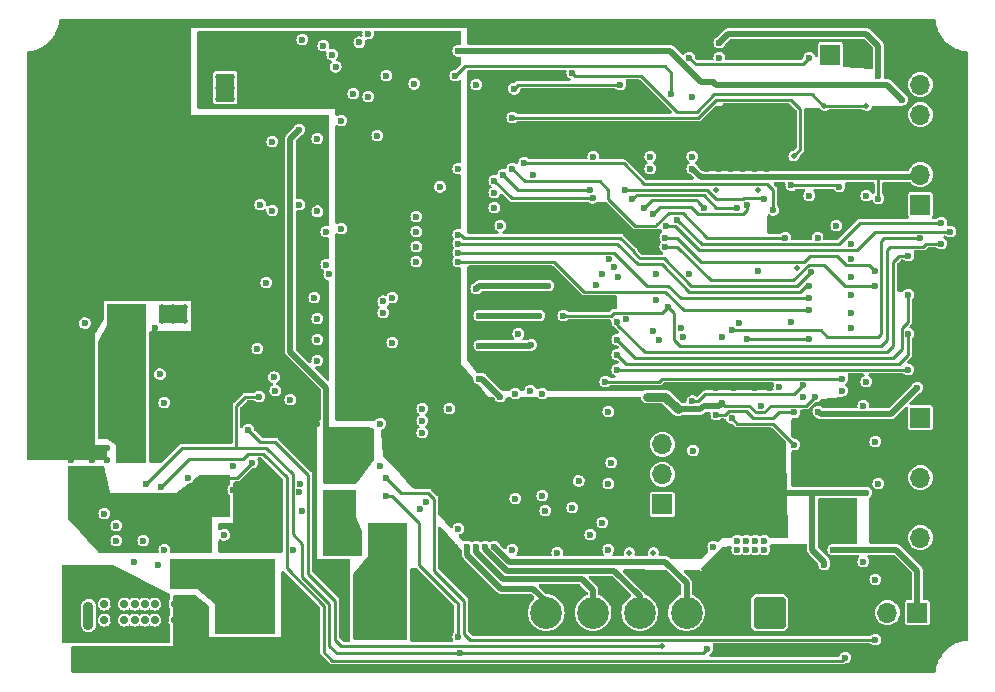
<source format=gbr>
%TF.GenerationSoftware,KiCad,Pcbnew,6.0.11+dfsg-1~bpo11+1*%
%TF.CreationDate,2024-02-18T21:51:47-06:00*%
%TF.ProjectId,BTMS,42544d53-2e6b-4696-9361-645f70636258,rev?*%
%TF.SameCoordinates,Original*%
%TF.FileFunction,Copper,L4,Bot*%
%TF.FilePolarity,Positive*%
%FSLAX46Y46*%
G04 Gerber Fmt 4.6, Leading zero omitted, Abs format (unit mm)*
G04 Created by KiCad (PCBNEW 6.0.11+dfsg-1~bpo11+1) date 2024-02-18 21:51:47*
%MOMM*%
%LPD*%
G01*
G04 APERTURE LIST*
G04 Aperture macros list*
%AMRoundRect*
0 Rectangle with rounded corners*
0 $1 Rounding radius*
0 $2 $3 $4 $5 $6 $7 $8 $9 X,Y pos of 4 corners*
0 Add a 4 corners polygon primitive as box body*
4,1,4,$2,$3,$4,$5,$6,$7,$8,$9,$2,$3,0*
0 Add four circle primitives for the rounded corners*
1,1,$1+$1,$2,$3*
1,1,$1+$1,$4,$5*
1,1,$1+$1,$6,$7*
1,1,$1+$1,$8,$9*
0 Add four rect primitives between the rounded corners*
20,1,$1+$1,$2,$3,$4,$5,0*
20,1,$1+$1,$4,$5,$6,$7,0*
20,1,$1+$1,$6,$7,$8,$9,0*
20,1,$1+$1,$8,$9,$2,$3,0*%
G04 Aperture macros list end*
%TA.AperFunction,ComponentPad*%
%ADD10RoundRect,0.250001X-1.099999X-1.099999X1.099999X-1.099999X1.099999X1.099999X-1.099999X1.099999X0*%
%TD*%
%TA.AperFunction,ComponentPad*%
%ADD11C,2.700000*%
%TD*%
%TA.AperFunction,ComponentPad*%
%ADD12R,1.700000X1.700000*%
%TD*%
%TA.AperFunction,ComponentPad*%
%ADD13O,1.700000X1.700000*%
%TD*%
%TA.AperFunction,ComponentPad*%
%ADD14C,0.700000*%
%TD*%
%TA.AperFunction,ComponentPad*%
%ADD15O,0.900000X1.700000*%
%TD*%
%TA.AperFunction,ComponentPad*%
%ADD16O,0.900000X2.400000*%
%TD*%
%TA.AperFunction,ComponentPad*%
%ADD17C,0.500000*%
%TD*%
%TA.AperFunction,SMDPad,CuDef*%
%ADD18R,2.380000X1.650000*%
%TD*%
%TA.AperFunction,SMDPad,CuDef*%
%ADD19R,1.650000X2.380000*%
%TD*%
%TA.AperFunction,SMDPad,CuDef*%
%ADD20R,1.900000X2.500000*%
%TD*%
%TA.AperFunction,ViaPad*%
%ADD21C,0.600000*%
%TD*%
%TA.AperFunction,ViaPad*%
%ADD22C,0.500000*%
%TD*%
%TA.AperFunction,ViaPad*%
%ADD23C,0.800000*%
%TD*%
%TA.AperFunction,Conductor*%
%ADD24C,0.500000*%
%TD*%
%TA.AperFunction,Conductor*%
%ADD25C,0.250000*%
%TD*%
%TA.AperFunction,Conductor*%
%ADD26C,0.750000*%
%TD*%
G04 APERTURE END LIST*
D10*
%TO.P,J4,1*%
%TO.N,/PowerOutput*%
X171631000Y-145542000D03*
D11*
%TO.P,J4,2*%
%TO.N,GND*%
X175591000Y-145542000D03*
%TD*%
D12*
%TO.P,J5,1*%
%TO.N,+5C*%
X162560000Y-136383000D03*
D13*
%TO.P,J5,2*%
%TO.N,GND*%
X162560000Y-133843000D03*
%TO.P,J5,3*%
%TO.N,/Btemp_in*%
X162560000Y-131303000D03*
%TD*%
D14*
%TO.P,P1,A1,GND*%
%TO.N,GND*%
X115316000Y-144819000D03*
%TO.P,P1,A4,VBUS*%
%TO.N,Net-(F2-Pad1)*%
X116166000Y-144819000D03*
%TO.P,P1,A5,CC*%
%TO.N,/CC1*%
X117016000Y-144819000D03*
%TO.P,P1,A6,D+*%
%TO.N,/USB_D+*%
X117866000Y-144819000D03*
%TO.P,P1,A7,D-*%
%TO.N,/USB_D-*%
X118716000Y-144819000D03*
%TO.P,P1,A8,SBU1*%
%TO.N,unconnected-(P1-PadA8)*%
X119566000Y-144819000D03*
%TO.P,P1,A9,VBUS*%
%TO.N,Net-(F2-Pad1)*%
X120416000Y-144819000D03*
%TO.P,P1,A12,GND*%
%TO.N,GND*%
X121266000Y-144819000D03*
%TO.P,P1,B1,GND*%
X121266000Y-146169000D03*
%TO.P,P1,B4,VBUS*%
%TO.N,Net-(F2-Pad1)*%
X120416000Y-146169000D03*
%TO.P,P1,B5,VCONN*%
%TO.N,/CC2*%
X119566000Y-146169000D03*
%TO.P,P1,B6*%
%TO.N,N/C*%
X118716000Y-146169000D03*
%TO.P,P1,B7*%
X117866000Y-146169000D03*
%TO.P,P1,B8,SBU2*%
%TO.N,unconnected-(P1-PadB8)*%
X117016000Y-146169000D03*
%TO.P,P1,B9,VBUS*%
%TO.N,Net-(F2-Pad1)*%
X116166000Y-146169000D03*
%TO.P,P1,B12,GND*%
%TO.N,GND*%
X115316000Y-146169000D03*
D15*
%TO.P,P1,S1,SHIELD*%
X113966000Y-149179000D03*
D16*
X113966000Y-145799000D03*
X122616000Y-145799000D03*
D15*
X122616000Y-149179000D03*
%TD*%
D17*
%TO.P,U11,9,D*%
%TO.N,Net-(C16-Pad1)*%
X117154000Y-120909000D03*
D18*
X117154000Y-120334000D03*
D17*
X118094000Y-120909000D03*
X117154000Y-119759000D03*
X116214000Y-119759000D03*
X116214000Y-120909000D03*
X118094000Y-119759000D03*
%TD*%
D10*
%TO.P,J3,1*%
%TO.N,Net-(F3-Pad1)*%
X138917000Y-145625000D03*
D11*
%TO.P,J3,2*%
%TO.N,GND*%
X142877000Y-145625000D03*
%TD*%
D19*
%TO.P,U16,9,D*%
%TO.N,Net-(D22-Pad1)*%
X125550000Y-101104000D03*
D17*
X124975000Y-101104000D03*
X126125000Y-100164000D03*
X126125000Y-102044000D03*
X124975000Y-100164000D03*
X126125000Y-101104000D03*
X124975000Y-102044000D03*
%TD*%
%TO.P,U9,9,PAD*%
%TO.N,GND*%
X125160000Y-128254000D03*
X123760000Y-126254000D03*
X123760000Y-128254000D03*
X125160000Y-127254000D03*
X123760000Y-127254000D03*
X125160000Y-126254000D03*
D20*
X124460000Y-127254000D03*
%TD*%
D10*
%TO.P,J2,1*%
%TO.N,Net-(F1-Pad1)*%
X127995000Y-145625000D03*
D11*
%TO.P,J2,2*%
%TO.N,GND*%
X131955000Y-145625000D03*
%TD*%
D12*
%TO.P,J9,1*%
%TO.N,Net-(F5-Pad2)*%
X184150000Y-145542000D03*
D13*
%TO.P,J9,2*%
%TO.N,Net-(FB3-Pad2)*%
X181610000Y-145542000D03*
%TD*%
D17*
%TO.P,U12,9,D*%
%TO.N,/BTStrapSig*%
X122098000Y-119709000D03*
X121158000Y-120859000D03*
X120218000Y-119709000D03*
X122098000Y-120859000D03*
X121158000Y-119709000D03*
X120218000Y-120859000D03*
D18*
X121158000Y-120284000D03*
%TD*%
D12*
%TO.P,J8,1*%
%TO.N,/MCLR*%
X184404000Y-110998000D03*
D13*
%TO.P,J8,2*%
%TO.N,+5C*%
X184404000Y-108458000D03*
%TO.P,J8,3*%
%TO.N,GND*%
X184404000Y-105918000D03*
%TO.P,J8,4*%
%TO.N,/PGMD*%
X184404000Y-103378000D03*
%TO.P,J8,5*%
%TO.N,/PGMC*%
X184404000Y-100838000D03*
%TD*%
D10*
%TO.P,J1,1,Pin_1*%
%TO.N,GND*%
X148771000Y-145542000D03*
D11*
%TO.P,J1,2,Pin_2*%
%TO.N,/LBatt_Cell_1*%
X152731000Y-145542000D03*
%TO.P,J1,3,Pin_3*%
%TO.N,/LBatt_Cell_2*%
X156691000Y-145542000D03*
%TO.P,J1,4,Pin_4*%
%TO.N,/LBatt_Cell_3*%
X160651000Y-145542000D03*
%TO.P,J1,5,Pin_5*%
%TO.N,/LBatt_Cell_4*%
X164611000Y-145542000D03*
%TD*%
D12*
%TO.P,J6,1*%
%TO.N,Net-(J6-Pad1)*%
X184404000Y-129032000D03*
D13*
%TO.P,J6,2*%
%TO.N,GND*%
X184404000Y-131572000D03*
%TO.P,J6,3*%
%TO.N,Net-(J6-Pad3)*%
X184404000Y-134112000D03*
%TO.P,J6,4*%
%TO.N,GND*%
X184404000Y-136652000D03*
%TO.P,J6,5*%
%TO.N,Net-(C28-Pad1)*%
X184404000Y-139192000D03*
%TD*%
D12*
%TO.P,J7,1*%
%TO.N,Net-(D23-Pad1)*%
X176779000Y-98298000D03*
D13*
%TO.P,J7,2*%
%TO.N,GND*%
X179319000Y-98298000D03*
%TD*%
D21*
%TO.N,+5C*%
X180848000Y-110490000D03*
%TO.N,GND*%
X147320000Y-122174000D03*
X147574000Y-119634000D03*
X147574000Y-117094000D03*
%TO.N,/ExtBus*%
X176276000Y-141478000D03*
%TO.N,GND*%
X172212000Y-98298000D03*
X153670000Y-140462000D03*
X157988000Y-134620000D03*
X157988000Y-128524000D03*
D22*
X174498000Y-112268000D03*
D21*
X159258000Y-104394000D03*
X113284000Y-102870000D03*
X113284000Y-104394000D03*
X161036000Y-142240000D03*
X135890000Y-147320000D03*
X167386000Y-105918000D03*
X155481000Y-134399000D03*
D23*
X114300000Y-116586000D03*
D21*
X112522000Y-132588000D03*
X154432000Y-101600000D03*
X165100000Y-101854000D03*
X151638000Y-105918000D03*
X128778000Y-104394000D03*
X119634000Y-121412000D03*
X169418000Y-103886000D03*
X183388000Y-96520000D03*
X171958000Y-112268000D03*
X178562000Y-120142000D03*
X170434000Y-103886000D03*
X171450000Y-102870000D03*
X153670000Y-100076000D03*
X141732000Y-142240000D03*
X168402000Y-105918000D03*
X169418000Y-105918000D03*
X112268000Y-102108000D03*
X130556000Y-142748000D03*
X132043500Y-136906000D03*
X114300000Y-132588000D03*
X128270000Y-134874000D03*
X168656000Y-126492000D03*
X152400000Y-135636000D03*
X170942000Y-128016000D03*
X133350000Y-108712000D03*
X166370000Y-105918000D03*
X139700000Y-122682000D03*
X167386000Y-102870000D03*
X133350000Y-107442000D03*
X150368000Y-124714000D03*
X170434000Y-106934000D03*
X114300000Y-96774000D03*
X145034000Y-139954000D03*
X161798000Y-114046000D03*
X171450000Y-105918000D03*
X168402000Y-102870000D03*
X170688000Y-116586000D03*
X166370000Y-107950000D03*
X160782000Y-104648000D03*
X116332000Y-139446000D03*
X170434000Y-107950000D03*
X147828000Y-99822000D03*
X169418000Y-104902000D03*
X119634000Y-122428000D03*
X132080000Y-108712000D03*
X160274000Y-104394000D03*
X158797002Y-117094000D03*
X122428000Y-134112000D03*
X150114000Y-135890000D03*
X178562000Y-118618000D03*
X114300000Y-131572000D03*
X114300000Y-103632000D03*
X133096000Y-131318000D03*
X171450000Y-104902000D03*
X127762000Y-105156000D03*
X148844000Y-95758000D03*
X144526000Y-128270000D03*
X135636000Y-141478000D03*
X151638000Y-110998000D03*
X166370000Y-106934000D03*
X142240000Y-128270000D03*
X170434000Y-105918000D03*
X153416000Y-102108000D03*
X112268000Y-103632000D03*
X146812000Y-95758000D03*
X112522000Y-131572000D03*
X126746000Y-105156000D03*
X113030000Y-124206000D03*
D22*
X181102000Y-107442000D03*
D21*
X132080000Y-97028000D03*
X142570000Y-136220000D03*
D23*
X129794000Y-109474000D03*
D21*
X168402000Y-104902000D03*
X178562000Y-115570000D03*
X170434000Y-102870000D03*
X164338000Y-126492000D03*
X113284000Y-102108000D03*
X115570000Y-131572000D03*
X142011000Y-136779000D03*
X127762000Y-104394000D03*
X132080000Y-107442000D03*
X164338000Y-122174000D03*
X139192000Y-100076000D03*
X178562000Y-117094000D03*
X168402000Y-106934000D03*
X154178000Y-143764000D03*
X112268000Y-104394000D03*
D22*
X152654000Y-117094000D03*
D21*
X118618000Y-139446000D03*
X167894000Y-148590000D03*
X122428000Y-123952000D03*
X164846000Y-116840000D03*
X133858000Y-97536000D03*
X178562000Y-121412000D03*
X171704000Y-126492000D03*
D22*
X170688000Y-109728000D03*
D21*
X181610000Y-96520000D03*
X126723000Y-120881000D03*
X166370000Y-104902000D03*
X123444000Y-122936000D03*
X151638000Y-108458000D03*
X134112000Y-125222000D03*
X126746000Y-104394000D03*
X134620000Y-98298000D03*
X149860000Y-140208000D03*
X126238000Y-135128000D03*
X170434000Y-104902000D03*
X132334000Y-115570000D03*
X154940000Y-136652000D03*
X113030000Y-122428000D03*
X136398000Y-101600000D03*
X112268000Y-102870000D03*
X128778000Y-103632000D03*
X123444000Y-123952000D03*
X168402000Y-107950000D03*
X129794000Y-136398000D03*
X171450000Y-106934000D03*
X124460000Y-123952000D03*
X167386000Y-104902000D03*
X169418000Y-107950000D03*
X114046000Y-122428000D03*
X116332000Y-138176000D03*
X171450000Y-103886000D03*
X157988000Y-143510000D03*
X165608000Y-126492000D03*
X143740000Y-109498000D03*
D23*
X125222000Y-107696000D03*
D21*
X128270000Y-136398000D03*
D23*
X114554000Y-107696000D03*
D22*
X161798000Y-140462000D03*
X159766000Y-140462000D03*
D21*
X174718750Y-131538750D03*
X151638000Y-112963500D03*
X114046000Y-124206000D03*
X114300000Y-102870000D03*
X167132000Y-126492000D03*
X170434000Y-126492000D03*
X131318000Y-140208000D03*
X171450000Y-107950000D03*
X167386000Y-103886000D03*
X150876000Y-144526000D03*
X122428000Y-122936000D03*
X161290000Y-102616000D03*
X167386000Y-107950000D03*
X113284000Y-103632000D03*
X114300000Y-104394000D03*
X126746000Y-103632000D03*
X159766000Y-104648000D03*
X135382000Y-103886000D03*
D22*
X173482000Y-110236000D03*
D21*
X129794000Y-134874000D03*
X133350000Y-129540000D03*
X127762000Y-103632000D03*
X147574000Y-124968000D03*
X169418000Y-106934000D03*
X157988000Y-119126000D03*
X168402000Y-103886000D03*
X167386000Y-106934000D03*
X115062000Y-96774000D03*
D22*
X175260000Y-107442000D03*
D21*
X124460000Y-122936000D03*
X166370000Y-103886000D03*
X115570000Y-132588000D03*
X114300000Y-102108000D03*
X178562000Y-114300000D03*
D23*
X116332000Y-105156000D03*
X124460000Y-117348000D03*
D21*
X145288000Y-138430000D03*
X169418000Y-102870000D03*
%TO.N,+5C*%
X165100000Y-107950000D03*
X161290000Y-127254000D03*
X167640000Y-122174000D03*
X161544000Y-106934000D03*
X156718000Y-106934000D03*
X175514000Y-127254000D03*
D22*
X173990000Y-116332000D03*
D21*
X128270000Y-123190000D03*
X138684000Y-133096000D03*
D22*
X167132000Y-109728000D03*
D21*
X146812000Y-100838000D03*
X167640000Y-127762000D03*
X129794000Y-126746000D03*
X161544000Y-107950000D03*
X162052000Y-116840000D03*
X120396000Y-140208000D03*
X165100000Y-106934000D03*
X174690000Y-108650000D03*
X134112000Y-113284000D03*
X162814000Y-127254000D03*
X129540000Y-105664000D03*
X157988000Y-140208000D03*
%TO.N,VBUS*%
X124206000Y-139446000D03*
X124968000Y-136398000D03*
X167386000Y-98552000D03*
X124714000Y-137160000D03*
X124206000Y-138684000D03*
X125476000Y-137160000D03*
X115062000Y-135636000D03*
X138430000Y-105156000D03*
X125730000Y-136398000D03*
X125476000Y-135636000D03*
X112522000Y-134874000D03*
X114300000Y-133350000D03*
X123444000Y-138684000D03*
X115062000Y-134874000D03*
X123698000Y-134112000D03*
X180594000Y-131064000D03*
X124206000Y-137922000D03*
X113284000Y-135636000D03*
X137668000Y-96520000D03*
X129540000Y-111506000D03*
X123952000Y-137160000D03*
X112522000Y-133350000D03*
X125222000Y-134112000D03*
X114300000Y-135636000D03*
X124714000Y-135636000D03*
X123444000Y-139446000D03*
X127828500Y-132842000D03*
X123952000Y-135636000D03*
X124460000Y-134112000D03*
X112522000Y-135636000D03*
X115062000Y-133350000D03*
X113284000Y-133350000D03*
X124206000Y-136398000D03*
X137668000Y-101854000D03*
%TO.N,/LithCell_V1*%
X145288000Y-115824000D03*
X174942500Y-119951500D03*
X141732000Y-115824000D03*
%TO.N,Net-(C16-Pad1)*%
X116586000Y-122682000D03*
X116078000Y-129794000D03*
X117348000Y-130810000D03*
X117348000Y-130048000D03*
X117348000Y-132334000D03*
X118110000Y-123444000D03*
X116586000Y-123444000D03*
X117348000Y-131572000D03*
X117348000Y-122682000D03*
X116078000Y-130556000D03*
X118110000Y-122682000D03*
X117348000Y-123444000D03*
%TO.N,/LithCell_V2*%
X145288000Y-115062000D03*
X141732000Y-114554000D03*
X174936000Y-118942000D03*
%TO.N,/IntSwitched*%
X145288000Y-97965975D03*
X175768000Y-128524000D03*
X134887025Y-99327025D03*
X182880000Y-102108000D03*
X120015000Y-125349000D03*
X166878000Y-100584000D03*
X184150000Y-126492000D03*
%TO.N,/LithCell_V3*%
X145288000Y-114300000D03*
X175006000Y-117856000D03*
X141732000Y-113284000D03*
%TO.N,/LithCell_V4*%
X145288000Y-113538000D03*
X141732000Y-112014000D03*
X175133000Y-116713000D03*
%TO.N,/ChargeVoltage*%
X169070000Y-120998000D03*
X157480000Y-137922000D03*
X166878000Y-139954000D03*
X133350000Y-111572500D03*
%TO.N,/MCLR*%
X184404000Y-113858500D03*
X168420000Y-121648000D03*
%TO.N,/ExtBus*%
X169672000Y-134620000D03*
X136144000Y-128778000D03*
X135128000Y-126492000D03*
X140208000Y-125730000D03*
X171704000Y-134620000D03*
X168656000Y-133604000D03*
X129032000Y-98044000D03*
X128016000Y-98044000D03*
X141224000Y-126492000D03*
X172720000Y-135636000D03*
X167894000Y-129794000D03*
X123444000Y-96774000D03*
X128016000Y-97028000D03*
X141224000Y-124968000D03*
X123444000Y-97790000D03*
X170688000Y-133604000D03*
X135128000Y-128016000D03*
X136144000Y-125730000D03*
X172720000Y-133604000D03*
X130048000Y-98044000D03*
X172720000Y-132588000D03*
X128016000Y-99060000D03*
X170688000Y-134620000D03*
X179832000Y-135382000D03*
X138176000Y-125730000D03*
X127000000Y-97028000D03*
X169672000Y-133604000D03*
X127000000Y-99060000D03*
X172720000Y-131572000D03*
X130048000Y-99060000D03*
X139192000Y-126492000D03*
X171704000Y-131572000D03*
X129032000Y-99060000D03*
X135128000Y-124968000D03*
X125984000Y-97028000D03*
X139192000Y-124968000D03*
X171704000Y-135636000D03*
X129032000Y-97028000D03*
X138176000Y-128778000D03*
X137160000Y-124968000D03*
X166878000Y-136144000D03*
X125984000Y-98044000D03*
X140208000Y-127254000D03*
X171704000Y-133604000D03*
X172720000Y-134620000D03*
X139192000Y-128016000D03*
X168656000Y-134620000D03*
X137160000Y-126492000D03*
X127000000Y-98044000D03*
X171704000Y-132588000D03*
%TO.N,/CCsense*%
X175692500Y-113792000D03*
X172466000Y-126467500D03*
%TO.N,/BCsense*%
X169720000Y-122361500D03*
X175006000Y-110236000D03*
X175006000Y-122361500D03*
%TO.N,Net-(C40-Pad2)*%
X133350000Y-105410000D03*
X131826000Y-110998000D03*
D22*
%TO.N,/Pctrl_OUT*%
X173684498Y-106894000D03*
D21*
X149860000Y-103632000D03*
%TO.N,/LBatt_Cell_4*%
X152908000Y-117856000D03*
X146812000Y-118110000D03*
X133096000Y-118872000D03*
X148336000Y-139954000D03*
X145288000Y-107950000D03*
X152400000Y-127000000D03*
%TO.N,/LBatt_Cell_3*%
X152146000Y-120396000D03*
X147574000Y-139954000D03*
X147066000Y-120396000D03*
X148336000Y-109982000D03*
X133350000Y-120650000D03*
X139700000Y-118872000D03*
X151384000Y-126746000D03*
%TO.N,/LBatt_Cell_2*%
X147066000Y-122936000D03*
X133350000Y-122428000D03*
X148336000Y-111252000D03*
X151446000Y-122874000D03*
X138938000Y-119192500D03*
X150114000Y-127000000D03*
X146812000Y-139954000D03*
%TO.N,/LBatt_Cell_1*%
X138938000Y-120142000D03*
X146050000Y-139954000D03*
X148844000Y-127254000D03*
X148844000Y-112776000D03*
X150368000Y-121920000D03*
X133350000Y-124206000D03*
X147066000Y-125730000D03*
%TO.N,/V_Bus_Stat*%
X129671299Y-125598701D03*
X148336000Y-108966000D03*
X156651000Y-110423000D03*
X156972000Y-117789500D03*
%TO.N,Net-(D6-Pad1)*%
X142240000Y-130302000D03*
X152654000Y-136906000D03*
%TO.N,/BV_Fault*%
X171196000Y-110490000D03*
X159371502Y-109728000D03*
X156464000Y-138938000D03*
%TO.N,Net-(D7-Pad1)*%
X158750000Y-120904000D03*
X183388000Y-115316000D03*
%TO.N,/Mult_SEL*%
X186182000Y-114300000D03*
X154178000Y-120396000D03*
X163068000Y-119634000D03*
%TO.N,Net-(D8-Pad1)*%
X158750000Y-122428000D03*
X183388000Y-118618000D03*
%TO.N,Net-(D9-Pad1)*%
X183388000Y-121920000D03*
X158750000Y-123698000D03*
%TO.N,Net-(D10-Pad1)*%
X158750000Y-124968000D03*
X183388000Y-124968000D03*
%TO.N,Net-(D11-Pad2)*%
X125476000Y-138962500D03*
X131064000Y-127508000D03*
%TO.N,/C_Fault*%
X165100000Y-127641500D03*
X166370000Y-148590000D03*
X174498000Y-126304500D03*
X128419500Y-127254000D03*
X118872000Y-134620000D03*
X177546000Y-109474000D03*
X145421500Y-148977500D03*
X145282151Y-147576924D03*
X173482000Y-109349500D03*
X165166500Y-131826000D03*
X139192000Y-135636000D03*
%TO.N,/PO_EN*%
X174498000Y-127254000D03*
X177292000Y-112776000D03*
%TO.N,Net-(D19-Pad1)*%
X180594000Y-142748000D03*
X180848000Y-134620000D03*
%TO.N,/PowerOutput*%
X180848000Y-100076000D03*
X169672000Y-140208000D03*
X167386000Y-97282000D03*
X168910000Y-140208000D03*
X171196000Y-140208000D03*
X170434000Y-139446000D03*
X170434000Y-140208000D03*
X169672000Y-139446000D03*
X168910000Y-139446000D03*
X171196000Y-139446000D03*
%TO.N,Net-(D23-Pad1)*%
X154940000Y-99822000D03*
D22*
X176276000Y-102616000D03*
X179832000Y-102616000D03*
D21*
%TO.N,/__PwrKey*%
X150012000Y-101194000D03*
X159004000Y-100838000D03*
X158054500Y-115636500D03*
%TO.N,/Btemp_in*%
X173736000Y-128590500D03*
X173482000Y-120904000D03*
X167132000Y-128778000D03*
%TO.N,/PGMD*%
X186182000Y-112522000D03*
X163830000Y-112268000D03*
%TO.N,/PGMC*%
X162839233Y-112801233D03*
X186944000Y-113284000D03*
%TO.N,/CC1*%
X117856000Y-141224000D03*
X131865184Y-134635360D03*
%TO.N,/USB_D+*%
X134112000Y-116078000D03*
%TO.N,/USB_D-*%
X134362731Y-116906491D03*
%TO.N,/CC2*%
X119888000Y-141544500D03*
X131829783Y-135374609D03*
%TO.N,Net-(Q1-Pad3)*%
X142240000Y-129286000D03*
X138684000Y-129540000D03*
%TO.N,/IntBus*%
X131826000Y-104648000D03*
X134112000Y-131318000D03*
X134112000Y-130048000D03*
X134112000Y-133858000D03*
X137922000Y-131826000D03*
X134112000Y-132588000D03*
X137160000Y-132588000D03*
X141556500Y-100759500D03*
X136398000Y-133604000D03*
X135636000Y-131318000D03*
X135636000Y-130048000D03*
%TO.N,/KeepAlive*%
X145034000Y-100076000D03*
X163322000Y-101600000D03*
X158498924Y-116326151D03*
%TO.N,/Pctrl_IN*%
X175006000Y-98552000D03*
X164846000Y-98552000D03*
%TO.N,Net-(R10-Pad1)*%
X113665000Y-121031000D03*
X120396000Y-127762000D03*
%TO.N,/U2RX*%
X179832000Y-125984000D03*
X180527500Y-117856000D03*
X162814000Y-114554000D03*
%TO.N,/U2TX*%
X180527500Y-116586000D03*
X162814000Y-113792000D03*
X179578000Y-128016000D03*
%TO.N,/U1RX*%
X171958000Y-111439500D03*
X150876000Y-107442000D03*
X128524000Y-110998000D03*
%TO.N,/U1TX*%
X149860000Y-107950000D03*
X135382000Y-113030000D03*
X172974000Y-113792000D03*
%TO.N,Net-(RN4-Pad3)*%
X180594000Y-147828000D03*
X139192000Y-134112000D03*
X179832000Y-110236000D03*
%TO.N,/Mult_B2*%
X162306000Y-122428000D03*
X169689093Y-111021483D03*
X161798000Y-111760000D03*
%TO.N,/Mult_B3*%
X161798000Y-121666000D03*
X166116000Y-111252000D03*
X161036000Y-111252000D03*
%TO.N,/Mult_B4*%
X168910000Y-111252000D03*
X159512000Y-120716500D03*
X160020000Y-110565500D03*
%TO.N,/CCsense_in*%
X120142000Y-134874000D03*
X177800000Y-126746000D03*
X178054000Y-149352000D03*
%TO.N,Net-(RN10-Pad4)*%
X157734000Y-125984000D03*
X156464000Y-109728000D03*
X129032000Y-117602000D03*
X149098000Y-108458000D03*
X177800000Y-125730000D03*
D22*
%TO.N,/CHctrl+*%
X162560000Y-148336000D03*
D21*
X127508000Y-130048000D03*
X162052000Y-119059500D03*
%TO.N,/CH_Boost+*%
X136906000Y-97266475D03*
X157480000Y-116840000D03*
%TO.N,/Heat_CTRL*%
X168422983Y-129061483D03*
X173736000Y-131318000D03*
X164150500Y-121412000D03*
%TO.N,Net-(F1-Pad1)*%
X124968000Y-142240000D03*
X124968000Y-143510000D03*
X121158000Y-143256000D03*
X122428000Y-142240000D03*
X123698000Y-142240000D03*
X123698000Y-143510000D03*
X122428000Y-143256000D03*
%TO.N,Net-(F2-Pad1)*%
X115570000Y-143256000D03*
X115062000Y-142748000D03*
X113030000Y-143764000D03*
X115570000Y-142240000D03*
X115062000Y-141732000D03*
X114046000Y-143764000D03*
X114554000Y-143256000D03*
X115062000Y-143764000D03*
X113538000Y-143256000D03*
%TO.N,Net-(F3-Pad1)*%
X139954000Y-139446000D03*
X137922000Y-140716000D03*
X139954000Y-138176000D03*
X138938000Y-138176000D03*
X139954000Y-140716000D03*
X137922000Y-138176000D03*
X138938000Y-140716000D03*
%TO.N,Net-(F5-Pad2)*%
X177038000Y-140208000D03*
%TO.N,Net-(FB3-Pad2)*%
X179578000Y-141224000D03*
%TO.N,Net-(F2-Pad2)*%
X115316000Y-137160000D03*
X126229500Y-133096000D03*
%TO.N,/BattIn*%
X134112000Y-139192000D03*
X136906000Y-140462000D03*
X136398000Y-137668000D03*
X136398000Y-136144000D03*
X135128000Y-140462000D03*
X134112000Y-136652000D03*
X158242000Y-132842000D03*
X134112000Y-140462000D03*
X135128000Y-137668000D03*
X134112000Y-135382000D03*
X135128000Y-139192000D03*
%TD*%
D24*
%TO.N,+5C*%
X184212000Y-108650000D02*
X180910000Y-108650000D01*
X180910000Y-108650000D02*
X174690000Y-108650000D01*
D25*
X180848000Y-110490000D02*
X180848000Y-108712000D01*
X180848000Y-108712000D02*
X180910000Y-108650000D01*
D24*
%TO.N,/ExtBus*%
X176276000Y-141224000D02*
X175260000Y-140208000D01*
X175260000Y-140208000D02*
X175260000Y-135382000D01*
X176276000Y-141478000D02*
X176276000Y-141224000D01*
%TO.N,GND*%
X115062000Y-96774000D02*
X114300000Y-96774000D01*
%TO.N,+5C*%
X167386000Y-128016000D02*
X166089950Y-128016000D01*
X165800000Y-108650000D02*
X165100000Y-107950000D01*
X184404000Y-108458000D02*
X184212000Y-108650000D01*
D25*
X174752000Y-128016000D02*
X175514000Y-127254000D01*
X170501000Y-128591000D02*
X171180173Y-128591000D01*
X169926000Y-128016000D02*
X170501000Y-128591000D01*
D24*
X167640000Y-127762000D02*
X167386000Y-128016000D01*
D25*
X167894000Y-128016000D02*
X169926000Y-128016000D01*
D24*
X165764450Y-128341500D02*
X166089950Y-128016000D01*
D25*
X171180173Y-128591000D02*
X171755173Y-128016000D01*
X167640000Y-127762000D02*
X167894000Y-128016000D01*
D26*
X163901500Y-128341500D02*
X162814000Y-127254000D01*
D25*
X171755173Y-128016000D02*
X174752000Y-128016000D01*
D24*
X174690000Y-108650000D02*
X165800000Y-108650000D01*
D26*
X162814000Y-127254000D02*
X161290000Y-127254000D01*
D24*
X165764450Y-128341500D02*
X163901500Y-128341500D01*
D25*
%TO.N,VBUS*%
X126558500Y-134112000D02*
X125222000Y-134112000D01*
X127828500Y-132842000D02*
X126558500Y-134112000D01*
%TO.N,/LithCell_V1*%
X164401500Y-119951500D02*
X162814000Y-118364000D01*
X174942500Y-119951500D02*
X164401500Y-119951500D01*
X153416000Y-115824000D02*
X145288000Y-115824000D01*
X162814000Y-118364000D02*
X155956000Y-118364000D01*
X155956000Y-118364000D02*
X153416000Y-115824000D01*
%TO.N,/LithCell_V2*%
X161290000Y-117856000D02*
X158496000Y-115062000D01*
X164154000Y-118942000D02*
X163068000Y-117856000D01*
X158496000Y-115062000D02*
X145288000Y-115062000D01*
X174936000Y-118942000D02*
X164154000Y-118942000D01*
X163068000Y-117856000D02*
X161290000Y-117856000D01*
D24*
%TO.N,/IntSwitched*%
X145288000Y-97965975D02*
X163243975Y-97965975D01*
X181164000Y-128716000D02*
X181926000Y-128716000D01*
X175768000Y-128524000D02*
X175960000Y-128716000D01*
X175960000Y-128716000D02*
X181164000Y-128716000D01*
X163243975Y-97965975D02*
X165862000Y-100584000D01*
X165862000Y-100584000D02*
X166878000Y-100584000D01*
X181926000Y-128716000D02*
X184150000Y-126492000D01*
X182880000Y-102108000D02*
X181610000Y-100838000D01*
X181610000Y-100838000D02*
X167132000Y-100838000D01*
X167132000Y-100838000D02*
X166878000Y-100584000D01*
D25*
%TO.N,/LithCell_V3*%
X158750000Y-114300000D02*
X145288000Y-114300000D01*
X160461000Y-116011000D02*
X158750000Y-114300000D01*
X162493000Y-116011000D02*
X160461000Y-116011000D01*
X164846000Y-118364000D02*
X162493000Y-116011000D01*
X174752000Y-117856000D02*
X174244000Y-118364000D01*
X174244000Y-118364000D02*
X164846000Y-118364000D01*
X175006000Y-117856000D02*
X174752000Y-117856000D01*
%TO.N,/LithCell_V4*%
X160147000Y-115060604D02*
X160147000Y-114935000D01*
X160147000Y-114935000D02*
X159004000Y-113792000D01*
X160647396Y-115561000D02*
X160147000Y-115060604D01*
X162679396Y-115561000D02*
X160647396Y-115561000D01*
X145542000Y-113538000D02*
X145288000Y-113538000D01*
X173990000Y-117856000D02*
X164974396Y-117856000D01*
X159004000Y-113792000D02*
X145796000Y-113792000D01*
X164974396Y-117856000D02*
X162679396Y-115561000D01*
X145796000Y-113792000D02*
X145542000Y-113538000D01*
X175133000Y-116713000D02*
X173990000Y-117856000D01*
%TO.N,/MCLR*%
X176004000Y-121648000D02*
X176530000Y-122174000D01*
X181356000Y-113792000D02*
X184404000Y-113792000D01*
X168420000Y-121648000D02*
X176004000Y-121648000D01*
X180848000Y-122174000D02*
X181102000Y-121920000D01*
X181102000Y-114046000D02*
X181356000Y-113792000D01*
X176530000Y-122174000D02*
X180848000Y-122174000D01*
X184404000Y-113792000D02*
X184404000Y-113858500D01*
X181102000Y-121920000D02*
X181102000Y-114046000D01*
D24*
%TO.N,/ExtBus*%
X179832000Y-135382000D02*
X175260000Y-135382000D01*
X172974000Y-135382000D02*
X172720000Y-135636000D01*
X175260000Y-135382000D02*
X172974000Y-135382000D01*
D25*
%TO.N,/BCsense*%
X169720000Y-122361500D02*
X175006000Y-122361500D01*
%TO.N,/Pctrl_OUT*%
X167132000Y-102108000D02*
X173482000Y-102108000D01*
X149860000Y-103632000D02*
X165608000Y-103632000D01*
X174244000Y-106334498D02*
X173684498Y-106894000D01*
X173482000Y-102108000D02*
X174244000Y-102870000D01*
X174244000Y-102870000D02*
X174244000Y-106334498D01*
X165608000Y-103632000D02*
X167132000Y-102108000D01*
D24*
%TO.N,/LBatt_Cell_4*%
X164611000Y-143021000D02*
X164611000Y-145542000D01*
X152908000Y-117856000D02*
X147066000Y-117856000D01*
X148336000Y-139954000D02*
X149606000Y-141224000D01*
X162814000Y-141224000D02*
X164611000Y-143021000D01*
X149606000Y-141224000D02*
X162814000Y-141224000D01*
X147066000Y-117856000D02*
X146812000Y-118110000D01*
%TO.N,/LBatt_Cell_3*%
X147574000Y-140181950D02*
X149378050Y-141986000D01*
X147574000Y-139954000D02*
X147574000Y-140181950D01*
X149378050Y-141986000D02*
X158496000Y-141986000D01*
X160651000Y-144141000D02*
X160651000Y-145542000D01*
X147066000Y-120396000D02*
X152146000Y-120396000D01*
X158496000Y-141986000D02*
X160651000Y-144141000D01*
%TO.N,/LBatt_Cell_2*%
X149088100Y-142686000D02*
X155764000Y-142686000D01*
X156691000Y-143613000D02*
X156691000Y-145542000D01*
X151384000Y-122936000D02*
X151446000Y-122874000D01*
X146812000Y-139954000D02*
X146812000Y-140409900D01*
X146812000Y-140409900D02*
X149088100Y-142686000D01*
X147066000Y-122936000D02*
X151384000Y-122936000D01*
X155764000Y-142686000D02*
X156691000Y-143613000D01*
%TO.N,/LBatt_Cell_1*%
X146050000Y-139954000D02*
X146050000Y-140637850D01*
X148922150Y-143510000D02*
X151638000Y-143510000D01*
X147320000Y-125730000D02*
X148844000Y-127254000D01*
X152731000Y-144603000D02*
X152731000Y-145542000D01*
X146050000Y-140637850D02*
X148922150Y-143510000D01*
X151638000Y-143510000D02*
X152731000Y-144603000D01*
X147066000Y-125730000D02*
X147320000Y-125730000D01*
D25*
%TO.N,/V_Bus_Stat*%
X148336000Y-108966000D02*
X149793000Y-110423000D01*
X156651000Y-110423000D02*
X149793000Y-110423000D01*
%TO.N,/BV_Fault*%
X171182483Y-110476483D02*
X171196000Y-110490000D01*
X166305828Y-109728000D02*
X167134827Y-110557000D01*
X169431517Y-110476483D02*
X171182483Y-110476483D01*
X159371502Y-109728000D02*
X166305828Y-109728000D01*
X167134827Y-110557000D02*
X169351000Y-110557000D01*
X169351000Y-110557000D02*
X169418000Y-110490000D01*
X169418000Y-110490000D02*
X169431517Y-110476483D01*
%TO.N,Net-(D7-Pad1)*%
X161094000Y-123502000D02*
X181552000Y-123502000D01*
X181552000Y-123502000D02*
X182118000Y-122936000D01*
X182118000Y-115824000D02*
X182626000Y-115316000D01*
X158750000Y-120904000D02*
X158750000Y-121158000D01*
X158750000Y-121158000D02*
X161094000Y-123502000D01*
X182118000Y-122936000D02*
X182118000Y-115824000D01*
X182626000Y-115316000D02*
X183388000Y-115316000D01*
%TO.N,/Mult_SEL*%
X162560000Y-120142000D02*
X163068000Y-119634000D01*
X181610000Y-122428000D02*
X181102000Y-122936000D01*
X181864000Y-114554000D02*
X181610000Y-114808000D01*
X164084000Y-122936000D02*
X163576000Y-122428000D01*
X184912000Y-114300000D02*
X184658000Y-114554000D01*
X158242000Y-120396000D02*
X158496000Y-120142000D01*
X163576000Y-122428000D02*
X163576000Y-120142000D01*
X158496000Y-120142000D02*
X162560000Y-120142000D01*
X184658000Y-114554000D02*
X181864000Y-114554000D01*
X186182000Y-114300000D02*
X184912000Y-114300000D01*
X181102000Y-122936000D02*
X164084000Y-122936000D01*
X163576000Y-120142000D02*
X163068000Y-119634000D01*
X181610000Y-114808000D02*
X181610000Y-122428000D01*
X154178000Y-120396000D02*
X158242000Y-120396000D01*
%TO.N,Net-(D8-Pad1)*%
X182813000Y-121479000D02*
X183388000Y-120904000D01*
X158750000Y-122428000D02*
X160274000Y-123952000D01*
X160274000Y-123952000D02*
X182118000Y-123952000D01*
X183388000Y-120904000D02*
X183388000Y-118618000D01*
X182118000Y-123952000D02*
X182813000Y-123257000D01*
X182813000Y-123257000D02*
X182813000Y-121479000D01*
%TO.N,Net-(D9-Pad1)*%
X182626000Y-124460000D02*
X183388000Y-123698000D01*
X159512000Y-124460000D02*
X168402000Y-124460000D01*
X168402000Y-124460000D02*
X182626000Y-124460000D01*
X158750000Y-123698000D02*
X159512000Y-124460000D01*
X183388000Y-123698000D02*
X183388000Y-121920000D01*
%TO.N,Net-(D10-Pad1)*%
X158750000Y-124968000D02*
X183388000Y-124968000D01*
%TO.N,/C_Fault*%
X134366000Y-147960396D02*
X134366000Y-148336000D01*
X139192000Y-135636000D02*
X139700000Y-135636000D01*
X126492000Y-131572000D02*
X129032000Y-131572000D01*
X174498000Y-126304500D02*
X173735500Y-127067000D01*
X139700000Y-135636000D02*
X141732000Y-137668000D01*
X141732000Y-137668000D02*
X141986000Y-137922000D01*
X145282151Y-144774151D02*
X145282151Y-147576924D01*
X165608500Y-127641500D02*
X165100000Y-127641500D01*
X132080000Y-139700000D02*
X132080000Y-142494000D01*
X166183000Y-127067000D02*
X165608500Y-127641500D01*
X141986000Y-141478000D02*
X144526000Y-144018000D01*
X131251000Y-133791000D02*
X131251000Y-138871000D01*
X141986000Y-137922000D02*
X141986000Y-141478000D01*
X126492000Y-128016000D02*
X126492000Y-131572000D01*
X129032000Y-131572000D02*
X131251000Y-133791000D01*
X118872000Y-134620000D02*
X121920000Y-131572000D01*
X145421500Y-148977500D02*
X165982500Y-148977500D01*
X135007500Y-148977500D02*
X145421500Y-148977500D01*
X165982500Y-148977500D02*
X166370000Y-148590000D01*
X134366000Y-148336000D02*
X135007500Y-148977500D01*
X121920000Y-131572000D02*
X126492000Y-131572000D01*
X144526000Y-144018000D02*
X145034000Y-144526000D01*
X134368000Y-147958396D02*
X134366000Y-147960396D01*
X128419500Y-127254000D02*
X127254000Y-127254000D01*
X173735500Y-127067000D02*
X166183000Y-127067000D01*
X177421500Y-109349500D02*
X177546000Y-109474000D01*
X173482000Y-109349500D02*
X177421500Y-109349500D01*
X127254000Y-127254000D02*
X126492000Y-128016000D01*
X131251000Y-138871000D02*
X132080000Y-139700000D01*
X132080000Y-142494000D02*
X134368000Y-144782000D01*
X145034000Y-144526000D02*
X145282151Y-144774151D01*
X134368000Y-144782000D02*
X134368000Y-147958396D01*
D24*
%TO.N,/PowerOutput*%
X168148000Y-96520000D02*
X167386000Y-97282000D01*
X180848000Y-97536000D02*
X179832000Y-96520000D01*
X180848000Y-100076000D02*
X180848000Y-97536000D01*
X179832000Y-96520000D02*
X168148000Y-96520000D01*
D25*
%TO.N,Net-(D23-Pad1)*%
X175202000Y-101658000D02*
X166945604Y-101658000D01*
X176160000Y-102616000D02*
X176276000Y-102616000D01*
X175202000Y-101658000D02*
X176160000Y-102616000D01*
X165479604Y-103124000D02*
X163830000Y-103124000D01*
X166945604Y-101658000D02*
X165479604Y-103124000D01*
X160782000Y-100076000D02*
X163830000Y-103124000D01*
X154940000Y-99822000D02*
X155194000Y-100076000D01*
X155194000Y-100076000D02*
X160782000Y-100076000D01*
X176276000Y-102616000D02*
X179832000Y-102616000D01*
%TO.N,/__PwrKey*%
X159004000Y-100838000D02*
X150368000Y-100838000D01*
X150368000Y-100838000D02*
X150012000Y-101194000D01*
%TO.N,/Btemp_in*%
X173736000Y-128590500D02*
X173669500Y-128524000D01*
X170189000Y-129041000D02*
X169614000Y-128466000D01*
X167894000Y-128778000D02*
X167132000Y-128778000D01*
X169614000Y-128466000D02*
X168206000Y-128466000D01*
X172466000Y-128524000D02*
X171949000Y-129041000D01*
X173669500Y-128524000D02*
X172466000Y-128524000D01*
X171949000Y-129041000D02*
X170189000Y-129041000D01*
X168206000Y-128466000D02*
X167894000Y-128778000D01*
%TO.N,/PGMD*%
X179324000Y-112522000D02*
X186182000Y-112522000D01*
X165929000Y-114367000D02*
X177479000Y-114367000D01*
X177479000Y-114367000D02*
X179324000Y-112522000D01*
X163830000Y-112268000D02*
X165929000Y-114367000D01*
%TO.N,/PGMC*%
X163601233Y-112801233D02*
X165675000Y-114875000D01*
X179003000Y-114875000D02*
X180594000Y-113284000D01*
X165675000Y-114875000D02*
X179003000Y-114875000D01*
X180594000Y-113284000D02*
X186944000Y-113284000D01*
X162839233Y-112801233D02*
X163601233Y-112801233D01*
D24*
%TO.N,/IntBus*%
X131064000Y-123444000D02*
X131064000Y-114554000D01*
X134112000Y-126492000D02*
X132842000Y-125222000D01*
X132842000Y-125222000D02*
X131064000Y-123444000D01*
X131064000Y-114554000D02*
X131064000Y-105410000D01*
X131064000Y-105410000D02*
X131826000Y-104648000D01*
X134112000Y-130048000D02*
X134112000Y-126492000D01*
D25*
%TO.N,/KeepAlive*%
X162747000Y-99247000D02*
X163322000Y-99822000D01*
X145034000Y-100076000D02*
X145863000Y-99247000D01*
X163322000Y-99822000D02*
X163322000Y-101600000D01*
X145863000Y-99247000D02*
X162747000Y-99247000D01*
%TO.N,/Pctrl_IN*%
X175006000Y-98552000D02*
X174431000Y-99127000D01*
X174431000Y-99127000D02*
X165421000Y-99127000D01*
X165421000Y-99127000D02*
X164846000Y-98552000D01*
%TO.N,/U2RX*%
X162814000Y-114554000D02*
X163830000Y-114554000D01*
X166682000Y-117406000D02*
X173626827Y-117406000D01*
X178054000Y-117856000D02*
X180527500Y-117856000D01*
X176276000Y-116078000D02*
X178054000Y-117856000D01*
X174954827Y-116078000D02*
X176276000Y-116078000D01*
X173626827Y-117406000D02*
X174954827Y-116078000D01*
X163830000Y-114554000D02*
X166682000Y-117406000D01*
%TO.N,/U2TX*%
X174572430Y-115824000D02*
X175071431Y-115325000D01*
X175071431Y-115325000D02*
X177301000Y-115325000D01*
X163830000Y-113792000D02*
X165862000Y-115824000D01*
X180086500Y-116145000D02*
X180527500Y-116586000D01*
X162814000Y-113792000D02*
X163830000Y-113792000D01*
X165862000Y-115824000D02*
X174572430Y-115824000D01*
X177301000Y-115325000D02*
X178121000Y-116145000D01*
X178121000Y-116145000D02*
X180086500Y-116145000D01*
%TO.N,/U1RX*%
X160989826Y-109225000D02*
X159273827Y-107509000D01*
X159273827Y-107509000D02*
X150943000Y-107509000D01*
X171958000Y-109728000D02*
X171455000Y-109225000D01*
X171455000Y-109225000D02*
X160989826Y-109225000D01*
X150943000Y-107509000D02*
X150876000Y-107442000D01*
X171958000Y-111439500D02*
X171958000Y-109728000D01*
%TO.N,/U1TX*%
X166370000Y-113792000D02*
X172974000Y-113792000D01*
X162052000Y-112776000D02*
X162052000Y-112724827D01*
X160274000Y-112776000D02*
X162052000Y-112776000D01*
X164271000Y-111693000D02*
X166370000Y-113792000D01*
X149860000Y-107950000D02*
X150943000Y-109033000D01*
X157988000Y-110490000D02*
X160274000Y-112776000D01*
X157293000Y-109033000D02*
X157988000Y-109728000D01*
X150943000Y-109033000D02*
X157293000Y-109033000D01*
X163083827Y-111693000D02*
X164271000Y-111693000D01*
X157988000Y-109728000D02*
X157988000Y-110490000D01*
X162052000Y-112724827D02*
X163083827Y-111693000D01*
%TO.N,Net-(RN4-Pad3)*%
X142748000Y-135382000D02*
X140462000Y-135382000D01*
X145796000Y-147320000D02*
X145796000Y-144526000D01*
X143256000Y-135890000D02*
X142748000Y-135382000D01*
X180594000Y-147828000D02*
X146304000Y-147828000D01*
X143256000Y-141986000D02*
X143256000Y-135890000D01*
X146304000Y-147828000D02*
X145796000Y-147320000D01*
X145796000Y-144526000D02*
X143256000Y-141986000D01*
X140462000Y-135382000D02*
X139192000Y-134112000D01*
%TO.N,/Mult_B2*%
X169689093Y-111021483D02*
X169689093Y-111488907D01*
X162823000Y-111243000D02*
X162315000Y-111243000D01*
X169689093Y-111488907D02*
X169351000Y-111827000D01*
X164965396Y-111243000D02*
X162823000Y-111243000D01*
X169351000Y-111827000D02*
X165549396Y-111827000D01*
X165549396Y-111827000D02*
X164965396Y-111243000D01*
X162315000Y-111243000D02*
X161798000Y-111760000D01*
%TO.N,/Mult_B3*%
X166116000Y-111252000D02*
X165608000Y-110744000D01*
X164986792Y-110628000D02*
X161660000Y-110628000D01*
X161660000Y-110628000D02*
X161036000Y-111252000D01*
X165100000Y-110628000D02*
X164986792Y-110628000D01*
X165608000Y-110744000D02*
X165492000Y-110628000D01*
X165492000Y-110628000D02*
X165100000Y-110628000D01*
%TO.N,/Mult_B4*%
X167132000Y-111252000D02*
X166058000Y-110178000D01*
X168910000Y-111252000D02*
X167132000Y-111252000D01*
X160407500Y-110178000D02*
X160020000Y-110565500D01*
X166058000Y-110178000D02*
X160407500Y-110178000D01*
%TO.N,/CCsense_in*%
X133916000Y-148902000D02*
X134620000Y-149606000D01*
X130743000Y-141799000D02*
X133918000Y-144974000D01*
X134620000Y-149606000D02*
X152908000Y-149606000D01*
X133916000Y-144976000D02*
X133916000Y-148902000D01*
X177800000Y-149606000D02*
X178054000Y-149352000D01*
X127508000Y-132080000D02*
X128778000Y-132080000D01*
X120142000Y-134874000D02*
X122495000Y-132521000D01*
X130743000Y-134045000D02*
X130743000Y-141799000D01*
X133918000Y-144974000D02*
X133916000Y-144976000D01*
X122495000Y-132521000D02*
X127067000Y-132521000D01*
X152908000Y-149606000D02*
X177800000Y-149606000D01*
X127067000Y-132521000D02*
X127508000Y-132080000D01*
X128778000Y-132080000D02*
X130743000Y-134045000D01*
%TO.N,Net-(RN10-Pad4)*%
X162306000Y-125984000D02*
X162560000Y-125730000D01*
X150368000Y-109728000D02*
X156464000Y-109728000D01*
X149098000Y-108458000D02*
X150368000Y-109728000D01*
X162560000Y-125730000D02*
X177800000Y-125730000D01*
X157734000Y-125984000D02*
X162306000Y-125984000D01*
%TO.N,/CHctrl+*%
X134874000Y-144526000D02*
X132588000Y-142240000D01*
X162560000Y-148336000D02*
X135382000Y-148336000D01*
X132588000Y-133858000D02*
X129794000Y-131064000D01*
X132588000Y-142240000D02*
X132588000Y-133858000D01*
X128524000Y-131064000D02*
X127508000Y-130048000D01*
X129794000Y-131064000D02*
X128524000Y-131064000D01*
X134874000Y-147828000D02*
X134874000Y-144526000D01*
X135382000Y-148336000D02*
X134874000Y-147828000D01*
%TO.N,/Heat_CTRL*%
X171958000Y-129540000D02*
X169926000Y-129540000D01*
X172720000Y-130302000D02*
X171958000Y-129540000D01*
X169926000Y-129540000D02*
X168901500Y-129540000D01*
X173736000Y-131318000D02*
X172720000Y-130302000D01*
X168901500Y-129540000D02*
X168422983Y-129061483D01*
D24*
%TO.N,Net-(F5-Pad2)*%
X182372000Y-140208000D02*
X184150000Y-141986000D01*
X177038000Y-140208000D02*
X182372000Y-140208000D01*
X184150000Y-145542000D02*
X184150000Y-141986000D01*
%TD*%
%TA.AperFunction,Conductor*%
%TO.N,/IntBus*%
G36*
X137694604Y-129807302D02*
G01*
X138106349Y-130013175D01*
X138158333Y-130061530D01*
X138176000Y-130125873D01*
X138176000Y-132546000D01*
X138155998Y-132614121D01*
X138150800Y-132621600D01*
X136689800Y-134569600D01*
X136632926Y-134612095D01*
X136589000Y-134620000D01*
X133984000Y-134620000D01*
X133915879Y-134599998D01*
X133869386Y-134546342D01*
X133858000Y-134494000D01*
X133858000Y-129920000D01*
X133878002Y-129851879D01*
X133931658Y-129805386D01*
X133984000Y-129794000D01*
X137638255Y-129794000D01*
X137694604Y-129807302D01*
G37*
%TD.AperFunction*%
%TD*%
%TA.AperFunction,Conductor*%
%TO.N,Net-(F3-Pad1)*%
G36*
X140912121Y-137942002D02*
G01*
X140958614Y-137995658D01*
X140970000Y-138048000D01*
X140970000Y-147702000D01*
X140949998Y-147770121D01*
X140896342Y-147816614D01*
X140844000Y-147828000D01*
X136524000Y-147828000D01*
X136455879Y-147807998D01*
X136409386Y-147754342D01*
X136398000Y-147702000D01*
X136398000Y-142285618D01*
X136418002Y-142217497D01*
X136427204Y-142204955D01*
X137656404Y-140729916D01*
X137656405Y-140729914D01*
X137668000Y-140716000D01*
X137668000Y-138048000D01*
X137688002Y-137979879D01*
X137741658Y-137933386D01*
X137794000Y-137922000D01*
X140844000Y-137922000D01*
X140912121Y-137942002D01*
G37*
%TD.AperFunction*%
%TD*%
%TA.AperFunction,Conductor*%
%TO.N,Net-(F1-Pad1)*%
G36*
X129786971Y-140977029D02*
G01*
X129794000Y-140994000D01*
X129794000Y-147296000D01*
X129786971Y-147312971D01*
X129770000Y-147320000D01*
X124738000Y-147320000D01*
X124721029Y-147312971D01*
X124714000Y-147296000D01*
X124714000Y-144780000D01*
X123190000Y-143510000D01*
X120928000Y-143510000D01*
X120911029Y-143502971D01*
X120904000Y-143486000D01*
X120904000Y-140994000D01*
X120911029Y-140977029D01*
X120928000Y-140970000D01*
X129770000Y-140970000D01*
X129786971Y-140977029D01*
G37*
%TD.AperFunction*%
%TD*%
%TA.AperFunction,Conductor*%
%TO.N,/BattIn*%
G36*
X136594121Y-135148002D02*
G01*
X136640614Y-135201658D01*
X136652000Y-135254000D01*
X136652000Y-137414000D01*
X136656464Y-137425159D01*
X136656464Y-137425161D01*
X137150988Y-138661470D01*
X137160000Y-138708265D01*
X137160000Y-140590000D01*
X137139998Y-140658121D01*
X137086342Y-140704614D01*
X137034000Y-140716000D01*
X133984000Y-140716000D01*
X133915879Y-140695998D01*
X133869386Y-140642342D01*
X133858000Y-140590000D01*
X133858000Y-135254000D01*
X133878002Y-135185879D01*
X133931658Y-135139386D01*
X133984000Y-135128000D01*
X136526000Y-135128000D01*
X136594121Y-135148002D01*
G37*
%TD.AperFunction*%
%TD*%
%TA.AperFunction,Conductor*%
%TO.N,/ExtBus*%
G36*
X137121961Y-96286002D02*
G01*
X137168454Y-96339658D01*
X137178340Y-96411384D01*
X137162391Y-96513823D01*
X137163555Y-96522725D01*
X137163555Y-96522727D01*
X137164569Y-96530480D01*
X137178648Y-96638140D01*
X137178949Y-96640444D01*
X137167949Y-96710584D01*
X137120775Y-96763641D01*
X137052404Y-96782772D01*
X137017914Y-96777500D01*
X136980739Y-96766382D01*
X136971763Y-96766327D01*
X136971762Y-96766327D01*
X136911555Y-96765959D01*
X136837376Y-96765506D01*
X136699529Y-96804903D01*
X136578280Y-96881405D01*
X136572338Y-96888133D01*
X136572337Y-96888134D01*
X136564676Y-96896809D01*
X136483377Y-96988863D01*
X136422447Y-97118638D01*
X136400391Y-97260298D01*
X136401555Y-97269200D01*
X136401555Y-97269203D01*
X136406989Y-97310754D01*
X136418980Y-97402454D01*
X136430348Y-97428289D01*
X136471120Y-97520950D01*
X136476720Y-97533678D01*
X136482497Y-97540551D01*
X136482498Y-97540552D01*
X136531954Y-97599387D01*
X136568970Y-97643423D01*
X136688313Y-97722865D01*
X136825157Y-97765617D01*
X136834129Y-97765781D01*
X136834132Y-97765782D01*
X136899463Y-97766979D01*
X136968499Y-97768245D01*
X136977533Y-97765782D01*
X137098158Y-97732896D01*
X137098160Y-97732895D01*
X137106817Y-97730535D01*
X137228991Y-97655520D01*
X137325200Y-97549229D01*
X137387710Y-97420208D01*
X137411496Y-97278829D01*
X137411647Y-97266475D01*
X137394656Y-97147833D01*
X137404800Y-97077568D01*
X137451323Y-97023938D01*
X137519454Y-97003974D01*
X137556955Y-97009707D01*
X137587157Y-97019142D01*
X137596129Y-97019306D01*
X137596132Y-97019307D01*
X137661463Y-97020504D01*
X137730499Y-97021770D01*
X137739533Y-97019307D01*
X137860158Y-96986421D01*
X137860160Y-96986420D01*
X137868817Y-96984060D01*
X137990991Y-96909045D01*
X138002067Y-96896809D01*
X138081178Y-96809407D01*
X138087200Y-96802754D01*
X138149710Y-96673733D01*
X138173496Y-96532354D01*
X138173647Y-96520000D01*
X138157874Y-96409861D01*
X138168016Y-96339594D01*
X138214539Y-96285964D01*
X138282601Y-96266000D01*
X145416000Y-96266000D01*
X145484121Y-96286002D01*
X145530614Y-96339658D01*
X145542000Y-96392000D01*
X145542000Y-97350297D01*
X145521998Y-97418418D01*
X145468342Y-97464911D01*
X145398068Y-97475015D01*
X145379896Y-97471013D01*
X145371343Y-97468455D01*
X145371342Y-97468455D01*
X145362739Y-97465882D01*
X145353763Y-97465827D01*
X145353762Y-97465827D01*
X145293555Y-97465459D01*
X145219376Y-97465006D01*
X145081529Y-97504403D01*
X144960280Y-97580905D01*
X144865377Y-97688363D01*
X144804447Y-97818138D01*
X144795210Y-97877465D01*
X144788002Y-97923763D01*
X144782391Y-97959798D01*
X144800980Y-98101954D01*
X144858720Y-98233178D01*
X144864497Y-98240051D01*
X144864498Y-98240052D01*
X144945190Y-98336047D01*
X144950970Y-98342923D01*
X144958447Y-98347900D01*
X145061465Y-98416475D01*
X145070313Y-98422365D01*
X145207157Y-98465117D01*
X145216129Y-98465281D01*
X145216132Y-98465282D01*
X145281463Y-98466479D01*
X145350499Y-98467745D01*
X145359533Y-98465282D01*
X145382858Y-98458923D01*
X145453842Y-98460303D01*
X145512810Y-98499840D01*
X145541042Y-98564982D01*
X145542000Y-98580486D01*
X145542000Y-99055484D01*
X145521998Y-99123605D01*
X145505095Y-99144579D01*
X145111204Y-99538470D01*
X145048892Y-99572496D01*
X145021339Y-99575373D01*
X144995235Y-99575214D01*
X144965376Y-99575031D01*
X144827529Y-99614428D01*
X144706280Y-99690930D01*
X144700338Y-99697658D01*
X144700337Y-99697659D01*
X144658828Y-99744659D01*
X144611377Y-99798388D01*
X144550447Y-99928163D01*
X144549066Y-99937035D01*
X144533602Y-100036356D01*
X144528391Y-100069823D01*
X144529555Y-100078725D01*
X144529555Y-100078728D01*
X144534841Y-100119152D01*
X144546980Y-100211979D01*
X144550597Y-100220199D01*
X144588074Y-100305371D01*
X144604720Y-100343203D01*
X144610497Y-100350076D01*
X144610498Y-100350077D01*
X144691190Y-100446072D01*
X144696970Y-100452948D01*
X144704447Y-100457925D01*
X144808835Y-100527412D01*
X144816313Y-100532390D01*
X144824888Y-100535069D01*
X144840864Y-100540060D01*
X144953157Y-100575142D01*
X144962129Y-100575306D01*
X144962132Y-100575307D01*
X145027463Y-100576504D01*
X145096499Y-100577770D01*
X145105533Y-100575307D01*
X145226158Y-100542421D01*
X145226160Y-100542420D01*
X145234817Y-100540060D01*
X145242464Y-100535365D01*
X145242468Y-100535363D01*
X145350072Y-100469294D01*
X145418589Y-100450696D01*
X145486284Y-100472093D01*
X145531665Y-100526693D01*
X145542000Y-100576669D01*
X145542000Y-107334322D01*
X145521998Y-107402443D01*
X145468342Y-107448936D01*
X145398068Y-107459040D01*
X145379896Y-107455038D01*
X145371343Y-107452480D01*
X145371342Y-107452480D01*
X145362739Y-107449907D01*
X145353763Y-107449852D01*
X145353762Y-107449852D01*
X145293555Y-107449484D01*
X145219376Y-107449031D01*
X145081529Y-107488428D01*
X144960280Y-107564930D01*
X144954338Y-107571658D01*
X144954337Y-107571659D01*
X144933076Y-107595733D01*
X144865377Y-107672388D01*
X144804447Y-107802163D01*
X144803066Y-107811035D01*
X144788271Y-107906060D01*
X144782391Y-107943823D01*
X144783555Y-107952725D01*
X144783555Y-107952728D01*
X144784814Y-107962354D01*
X144800980Y-108085979D01*
X144858720Y-108217203D01*
X144950970Y-108326948D01*
X145070313Y-108406390D01*
X145207157Y-108449142D01*
X145216129Y-108449306D01*
X145216132Y-108449307D01*
X145281463Y-108450504D01*
X145350499Y-108451770D01*
X145359533Y-108449307D01*
X145382858Y-108442948D01*
X145453842Y-108444328D01*
X145512810Y-108483865D01*
X145541042Y-108549007D01*
X145542000Y-108564511D01*
X145542000Y-112922322D01*
X145521998Y-112990443D01*
X145468342Y-113036936D01*
X145398068Y-113047040D01*
X145379896Y-113043038D01*
X145371343Y-113040480D01*
X145371342Y-113040480D01*
X145362739Y-113037907D01*
X145353763Y-113037852D01*
X145353762Y-113037852D01*
X145293555Y-113037484D01*
X145219376Y-113037031D01*
X145081529Y-113076428D01*
X144960280Y-113152930D01*
X144954338Y-113159658D01*
X144954337Y-113159659D01*
X144940894Y-113174881D01*
X144865377Y-113260388D01*
X144804447Y-113390163D01*
X144798525Y-113428199D01*
X144784666Y-113517213D01*
X144782391Y-113531823D01*
X144783555Y-113540725D01*
X144783555Y-113540728D01*
X144787630Y-113571888D01*
X144800980Y-113673979D01*
X144804597Y-113682199D01*
X144852911Y-113792000D01*
X144858720Y-113805203D01*
X144864497Y-113812076D01*
X144864498Y-113812077D01*
X144885644Y-113837233D01*
X144914165Y-113902248D01*
X144903009Y-113972363D01*
X144883635Y-114001715D01*
X144865377Y-114022388D01*
X144804447Y-114152163D01*
X144801834Y-114168948D01*
X144785106Y-114276388D01*
X144782391Y-114293823D01*
X144783555Y-114302725D01*
X144783555Y-114302728D01*
X144791686Y-114364901D01*
X144800980Y-114435979D01*
X144804597Y-114444199D01*
X144855049Y-114558859D01*
X144858720Y-114567203D01*
X144864497Y-114574076D01*
X144864498Y-114574077D01*
X144885644Y-114599233D01*
X144914165Y-114664248D01*
X144903009Y-114734363D01*
X144883635Y-114763715D01*
X144865377Y-114784388D01*
X144804447Y-114914163D01*
X144801059Y-114935925D01*
X144788271Y-115018060D01*
X144782391Y-115055823D01*
X144783555Y-115064725D01*
X144783555Y-115064728D01*
X144789270Y-115108428D01*
X144800980Y-115197979D01*
X144858720Y-115329203D01*
X144864497Y-115336076D01*
X144864498Y-115336077D01*
X144885644Y-115361233D01*
X144914165Y-115426248D01*
X144903009Y-115496363D01*
X144883635Y-115525715D01*
X144865377Y-115546388D01*
X144804447Y-115676163D01*
X144801209Y-115696963D01*
X144785106Y-115800388D01*
X144782391Y-115817823D01*
X144783555Y-115826725D01*
X144783555Y-115826728D01*
X144788839Y-115867136D01*
X144800980Y-115959979D01*
X144804597Y-115968199D01*
X144852911Y-116078000D01*
X144858720Y-116091203D01*
X144864497Y-116098076D01*
X144864498Y-116098077D01*
X144945190Y-116194072D01*
X144950970Y-116200948D01*
X145070313Y-116280390D01*
X145207157Y-116323142D01*
X145216129Y-116323306D01*
X145216132Y-116323307D01*
X145281463Y-116324504D01*
X145350499Y-116325770D01*
X145359533Y-116323307D01*
X145382858Y-116316948D01*
X145453842Y-116318328D01*
X145512810Y-116357865D01*
X145541042Y-116423007D01*
X145542000Y-116438511D01*
X145542000Y-124460000D01*
X145550297Y-124470142D01*
X146534684Y-125673422D01*
X146562097Y-125736866D01*
X146578980Y-125865979D01*
X146582597Y-125874199D01*
X146628193Y-125977823D01*
X146636720Y-125997203D01*
X146642497Y-126004076D01*
X146642498Y-126004077D01*
X146721316Y-126097843D01*
X146728970Y-126106948D01*
X146848313Y-126186390D01*
X146905036Y-126204111D01*
X146954697Y-126219626D01*
X147014645Y-126260111D01*
X147828000Y-127254327D01*
X147837909Y-127254327D01*
X148155030Y-127254324D01*
X148223151Y-127274325D01*
X148244126Y-127291229D01*
X148351347Y-127398450D01*
X148377581Y-127436799D01*
X148411103Y-127512983D01*
X148414720Y-127521203D01*
X148420497Y-127528076D01*
X148420498Y-127528077D01*
X148497836Y-127620082D01*
X148506970Y-127630948D01*
X148514447Y-127635925D01*
X148618835Y-127705412D01*
X148626313Y-127710390D01*
X148634888Y-127713069D01*
X148650864Y-127718060D01*
X148763157Y-127753142D01*
X148772129Y-127753306D01*
X148772132Y-127753307D01*
X148837463Y-127754504D01*
X148906499Y-127755770D01*
X148915533Y-127753307D01*
X149036158Y-127720421D01*
X149036160Y-127720420D01*
X149044817Y-127718060D01*
X149166991Y-127643045D01*
X149174307Y-127634963D01*
X149257178Y-127543407D01*
X149263200Y-127536754D01*
X149325710Y-127407733D01*
X149327199Y-127398884D01*
X149327200Y-127398880D01*
X149332717Y-127366082D01*
X149333841Y-127359407D01*
X149364866Y-127295550D01*
X149425492Y-127258603D01*
X149458093Y-127254312D01*
X149615194Y-127254311D01*
X149683315Y-127274313D01*
X149711645Y-127299234D01*
X149776970Y-127376948D01*
X149896313Y-127456390D01*
X150033157Y-127499142D01*
X150042129Y-127499306D01*
X150042132Y-127499307D01*
X150107463Y-127500504D01*
X150176499Y-127501770D01*
X150185533Y-127499307D01*
X150306158Y-127466421D01*
X150306160Y-127466420D01*
X150314817Y-127464060D01*
X150436991Y-127389045D01*
X150521441Y-127295746D01*
X150581983Y-127258665D01*
X150614854Y-127254301D01*
X150803903Y-127254299D01*
X151901176Y-127254290D01*
X151969297Y-127274291D01*
X151997628Y-127299214D01*
X152062970Y-127376948D01*
X152182313Y-127456390D01*
X152319157Y-127499142D01*
X152328129Y-127499306D01*
X152328132Y-127499307D01*
X152393463Y-127500504D01*
X152462499Y-127501770D01*
X152471533Y-127499307D01*
X152592158Y-127466421D01*
X152592160Y-127466420D01*
X152600817Y-127464060D01*
X152722991Y-127389045D01*
X152807460Y-127295725D01*
X152868002Y-127258644D01*
X152900874Y-127254280D01*
X153955377Y-127254270D01*
X160599063Y-127254208D01*
X160667182Y-127274209D01*
X160713675Y-127327865D01*
X160723984Y-127363761D01*
X160725720Y-127376948D01*
X160729313Y-127404236D01*
X160787302Y-127544233D01*
X160879549Y-127664451D01*
X160999767Y-127756698D01*
X161112865Y-127803545D01*
X161124654Y-127808428D01*
X161139764Y-127814687D01*
X161252280Y-127829500D01*
X162523430Y-127829500D01*
X162591551Y-127849502D01*
X162612525Y-127866405D01*
X163521232Y-128775112D01*
X163611267Y-128844198D01*
X163751264Y-128902187D01*
X163759451Y-128903265D01*
X163759452Y-128903265D01*
X163893311Y-128920887D01*
X163901500Y-128921965D01*
X163909689Y-128920887D01*
X164043547Y-128903265D01*
X164043548Y-128903265D01*
X164051735Y-128902187D01*
X164191733Y-128844198D01*
X164209598Y-128830490D01*
X164225825Y-128818038D01*
X164292045Y-128792437D01*
X164302529Y-128792000D01*
X165730230Y-128792000D01*
X165745039Y-128792873D01*
X165778760Y-128796864D01*
X165788024Y-128795172D01*
X165788025Y-128795172D01*
X165836451Y-128786328D01*
X165840354Y-128785678D01*
X165889095Y-128778350D01*
X165889096Y-128778350D01*
X165898412Y-128776949D01*
X165904925Y-128773821D01*
X165912023Y-128772525D01*
X165964097Y-128745475D01*
X165967587Y-128743732D01*
X166020529Y-128718309D01*
X166025815Y-128713423D01*
X166025863Y-128713390D01*
X166032238Y-128710079D01*
X166037278Y-128705775D01*
X166074518Y-128668535D01*
X166078085Y-128665105D01*
X166113086Y-128632751D01*
X166113087Y-128632750D01*
X166120006Y-128626354D01*
X166123700Y-128619995D01*
X166129206Y-128613847D01*
X166182150Y-128560904D01*
X166244463Y-128526879D01*
X166271245Y-128524000D01*
X166517840Y-128524000D01*
X166585961Y-128544002D01*
X166632454Y-128597658D01*
X166642340Y-128669384D01*
X166630633Y-128744580D01*
X166626391Y-128771823D01*
X166627555Y-128780725D01*
X166627555Y-128780728D01*
X166635198Y-128839170D01*
X166644980Y-128913979D01*
X166648597Y-128922199D01*
X166693086Y-129023307D01*
X166702720Y-129045203D01*
X166708497Y-129052076D01*
X166708498Y-129052077D01*
X166788318Y-129147035D01*
X166794970Y-129154948D01*
X166914313Y-129234390D01*
X167051157Y-129277142D01*
X167060129Y-129277306D01*
X167060132Y-129277307D01*
X167125463Y-129278504D01*
X167194499Y-129279770D01*
X167203533Y-129277307D01*
X167324158Y-129244421D01*
X167324160Y-129244420D01*
X167332817Y-129242060D01*
X167418634Y-129189368D01*
X167447343Y-129171741D01*
X167447344Y-129171741D01*
X167454991Y-129167045D01*
X167462307Y-129158963D01*
X167474995Y-129144945D01*
X167535538Y-129107863D01*
X167568410Y-129103500D01*
X167815411Y-129103500D01*
X167883532Y-129123502D01*
X167930025Y-129177158D01*
X167935138Y-129191151D01*
X167935963Y-129197462D01*
X167939578Y-129205678D01*
X167939579Y-129205681D01*
X167982466Y-129303149D01*
X167993703Y-129328686D01*
X167999480Y-129335559D01*
X167999481Y-129335560D01*
X168080173Y-129431555D01*
X168085953Y-129438431D01*
X168205296Y-129517873D01*
X168342140Y-129560625D01*
X168351112Y-129560790D01*
X168351115Y-129560790D01*
X168413200Y-129561928D01*
X168480943Y-129583176D01*
X168499985Y-129598812D01*
X168657395Y-129756222D01*
X168664821Y-129764325D01*
X168689045Y-129793194D01*
X168698588Y-129798704D01*
X168698592Y-129798707D01*
X168721679Y-129812036D01*
X168730948Y-129817940D01*
X168761816Y-129839554D01*
X168772464Y-129842407D01*
X168775635Y-129843886D01*
X168778911Y-129845078D01*
X168788455Y-129850588D01*
X168825576Y-129857134D01*
X168836283Y-129859508D01*
X168872693Y-129869263D01*
X168883668Y-129868303D01*
X168883670Y-129868303D01*
X168910231Y-129865979D01*
X168921212Y-129865500D01*
X171770984Y-129865500D01*
X171839105Y-129885502D01*
X171860079Y-129902405D01*
X172999120Y-131041446D01*
X173033146Y-131103758D01*
X173035989Y-131127542D01*
X173054765Y-131916134D01*
X173224766Y-139056140D01*
X173224929Y-139063001D01*
X173206554Y-139131578D01*
X173154021Y-139179335D01*
X173098965Y-139192000D01*
X171695616Y-139192000D01*
X171627495Y-139171998D01*
X171600163Y-139148248D01*
X171576954Y-139121312D01*
X171528400Y-139064963D01*
X171408095Y-138986985D01*
X171270739Y-138945907D01*
X171261763Y-138945852D01*
X171261762Y-138945852D01*
X171201555Y-138945484D01*
X171127376Y-138945031D01*
X170989529Y-138984428D01*
X170903759Y-139038545D01*
X170881650Y-139052494D01*
X170813365Y-139071928D01*
X170745884Y-139051665D01*
X170646095Y-138986985D01*
X170508739Y-138945907D01*
X170499763Y-138945852D01*
X170499762Y-138945852D01*
X170439555Y-138945484D01*
X170365376Y-138945031D01*
X170227529Y-138984428D01*
X170141759Y-139038545D01*
X170119650Y-139052494D01*
X170051365Y-139071928D01*
X169983884Y-139051665D01*
X169884095Y-138986985D01*
X169746739Y-138945907D01*
X169737763Y-138945852D01*
X169737762Y-138945852D01*
X169677555Y-138945484D01*
X169603376Y-138945031D01*
X169465529Y-138984428D01*
X169379759Y-139038545D01*
X169357650Y-139052494D01*
X169289365Y-139071928D01*
X169221884Y-139051665D01*
X169122095Y-138986985D01*
X168984739Y-138945907D01*
X168975763Y-138945852D01*
X168975762Y-138945852D01*
X168915555Y-138945484D01*
X168841376Y-138945031D01*
X168703529Y-138984428D01*
X168582280Y-139060930D01*
X168576338Y-139067658D01*
X168576337Y-139067659D01*
X168504139Y-139149408D01*
X168444054Y-139187226D01*
X168409698Y-139192000D01*
X167640000Y-139192000D01*
X167311993Y-139520007D01*
X167249681Y-139554033D01*
X167178866Y-139548968D01*
X167154373Y-139536648D01*
X167090095Y-139494985D01*
X166952739Y-139453907D01*
X166943763Y-139453852D01*
X166943762Y-139453852D01*
X166883555Y-139453484D01*
X166809376Y-139453031D01*
X166671529Y-139492428D01*
X166550280Y-139568930D01*
X166544338Y-139575658D01*
X166544337Y-139575659D01*
X166523076Y-139599733D01*
X166455377Y-139676388D01*
X166394447Y-139806163D01*
X166391834Y-139822948D01*
X166375106Y-139930388D01*
X166372391Y-139947823D01*
X166373555Y-139956725D01*
X166373555Y-139956728D01*
X166380670Y-140011133D01*
X166390980Y-140089979D01*
X166448720Y-140221203D01*
X166454495Y-140228073D01*
X166458957Y-140235242D01*
X166477973Y-140303645D01*
X166456988Y-140371469D01*
X166441081Y-140390919D01*
X165898905Y-140933095D01*
X165836593Y-140967121D01*
X165809810Y-140970000D01*
X163249293Y-140970000D01*
X163181172Y-140949998D01*
X163160198Y-140933095D01*
X163156753Y-140929650D01*
X163146899Y-140918561D01*
X163131707Y-140899291D01*
X163131705Y-140899289D01*
X163125872Y-140891890D01*
X163118125Y-140886535D01*
X163118123Y-140886534D01*
X163077625Y-140858545D01*
X163074403Y-140856243D01*
X163034758Y-140826960D01*
X163034757Y-140826959D01*
X163027184Y-140821366D01*
X163020368Y-140818973D01*
X163014431Y-140814869D01*
X163005451Y-140812029D01*
X163005449Y-140812028D01*
X162985283Y-140805650D01*
X162958481Y-140797174D01*
X162954750Y-140795929D01*
X162908263Y-140779604D01*
X162908261Y-140779604D01*
X162899369Y-140776481D01*
X162892181Y-140776199D01*
X162892122Y-140776188D01*
X162885270Y-140774020D01*
X162878663Y-140773500D01*
X162825984Y-140773500D01*
X162821037Y-140773403D01*
X162764006Y-140771162D01*
X162756900Y-140773046D01*
X162748653Y-140773500D01*
X162347474Y-140773500D01*
X162279353Y-140753498D01*
X162232860Y-140699842D01*
X162222756Y-140629568D01*
X162227438Y-140609193D01*
X162227674Y-140608453D01*
X162231588Y-140600375D01*
X162252997Y-140473120D01*
X162253133Y-140462000D01*
X162238774Y-140361733D01*
X162236112Y-140343145D01*
X162236111Y-140343142D01*
X162234839Y-140334259D01*
X162181428Y-140216788D01*
X162153511Y-140184388D01*
X162103051Y-140125826D01*
X162103049Y-140125824D01*
X162097193Y-140119028D01*
X161988906Y-140048841D01*
X161980311Y-140046271D01*
X161980310Y-140046270D01*
X161873874Y-140014438D01*
X161873872Y-140014438D01*
X161865273Y-140011866D01*
X161856298Y-140011811D01*
X161856297Y-140011811D01*
X161801641Y-140011477D01*
X161736231Y-140011078D01*
X161724475Y-140014438D01*
X161620786Y-140044072D01*
X161620784Y-140044073D01*
X161612155Y-140046539D01*
X161604565Y-140051328D01*
X161557597Y-140080963D01*
X161503019Y-140115399D01*
X161497076Y-140122128D01*
X161497075Y-140122129D01*
X161434913Y-140192514D01*
X161417596Y-140212122D01*
X161413782Y-140220245D01*
X161413781Y-140220247D01*
X161411480Y-140225149D01*
X161362754Y-140328932D01*
X161359025Y-140352881D01*
X161344282Y-140447567D01*
X161344282Y-140447571D01*
X161342901Y-140456440D01*
X161344065Y-140465342D01*
X161344065Y-140465345D01*
X161358468Y-140575489D01*
X161358469Y-140575493D01*
X161359633Y-140584394D01*
X161365072Y-140596754D01*
X161365649Y-140601206D01*
X161365663Y-140601257D01*
X161365656Y-140601259D01*
X161374200Y-140667157D01*
X161343815Y-140731323D01*
X161283563Y-140768876D01*
X161249743Y-140773500D01*
X160315474Y-140773500D01*
X160247353Y-140753498D01*
X160200860Y-140699842D01*
X160190756Y-140629568D01*
X160195438Y-140609193D01*
X160195674Y-140608453D01*
X160199588Y-140600375D01*
X160220997Y-140473120D01*
X160221133Y-140462000D01*
X160206774Y-140361733D01*
X160204112Y-140343145D01*
X160204111Y-140343142D01*
X160202839Y-140334259D01*
X160149428Y-140216788D01*
X160121511Y-140184388D01*
X160071051Y-140125826D01*
X160071049Y-140125824D01*
X160065193Y-140119028D01*
X159956906Y-140048841D01*
X159948311Y-140046271D01*
X159948310Y-140046270D01*
X159841874Y-140014438D01*
X159841872Y-140014438D01*
X159833273Y-140011866D01*
X159824298Y-140011811D01*
X159824297Y-140011811D01*
X159769641Y-140011477D01*
X159704231Y-140011078D01*
X159692475Y-140014438D01*
X159588786Y-140044072D01*
X159588784Y-140044073D01*
X159580155Y-140046539D01*
X159572565Y-140051328D01*
X159525597Y-140080963D01*
X159471019Y-140115399D01*
X159465076Y-140122128D01*
X159465075Y-140122129D01*
X159402913Y-140192514D01*
X159385596Y-140212122D01*
X159381782Y-140220245D01*
X159381781Y-140220247D01*
X159379480Y-140225149D01*
X159330754Y-140328932D01*
X159327025Y-140352881D01*
X159312282Y-140447567D01*
X159312282Y-140447571D01*
X159310901Y-140456440D01*
X159312065Y-140465342D01*
X159312065Y-140465345D01*
X159326468Y-140575489D01*
X159326469Y-140575493D01*
X159327633Y-140584394D01*
X159333072Y-140596754D01*
X159333649Y-140601206D01*
X159333663Y-140601257D01*
X159333656Y-140601259D01*
X159342200Y-140667157D01*
X159311815Y-140731323D01*
X159251563Y-140768876D01*
X159217743Y-140773500D01*
X158435273Y-140773500D01*
X158367152Y-140753498D01*
X158320659Y-140699842D01*
X158310555Y-140629568D01*
X158341857Y-140562945D01*
X158401178Y-140497407D01*
X158407200Y-140490754D01*
X158469710Y-140361733D01*
X158493496Y-140220354D01*
X158493647Y-140208000D01*
X158481879Y-140125826D01*
X158474596Y-140074968D01*
X158474595Y-140074965D01*
X158473323Y-140066082D01*
X158464438Y-140046539D01*
X158446856Y-140007871D01*
X158413984Y-139935572D01*
X158392001Y-139910060D01*
X158326260Y-139833763D01*
X158326257Y-139833760D01*
X158320400Y-139826963D01*
X158200095Y-139748985D01*
X158062739Y-139707907D01*
X158053763Y-139707852D01*
X158053762Y-139707852D01*
X157993555Y-139707484D01*
X157919376Y-139707031D01*
X157781529Y-139746428D01*
X157660280Y-139822930D01*
X157565377Y-139930388D01*
X157504447Y-140060163D01*
X157501209Y-140080963D01*
X157485106Y-140184388D01*
X157482391Y-140201823D01*
X157483555Y-140210725D01*
X157483555Y-140210728D01*
X157489270Y-140254428D01*
X157500980Y-140343979D01*
X157504597Y-140352199D01*
X157555049Y-140466859D01*
X157558720Y-140475203D01*
X157564497Y-140482076D01*
X157564498Y-140482077D01*
X157635400Y-140566425D01*
X157663921Y-140631440D01*
X157652765Y-140701555D01*
X157605473Y-140754507D01*
X157538949Y-140773500D01*
X154272497Y-140773500D01*
X154204376Y-140753498D01*
X154157883Y-140699842D01*
X154147779Y-140629568D01*
X154150280Y-140618684D01*
X154151710Y-140615733D01*
X154154146Y-140601257D01*
X154172737Y-140490754D01*
X154175496Y-140474354D01*
X154175647Y-140462000D01*
X154160020Y-140352881D01*
X154156596Y-140328968D01*
X154156595Y-140328965D01*
X154155323Y-140320082D01*
X154095984Y-140189572D01*
X154037871Y-140122129D01*
X154008260Y-140087763D01*
X154008257Y-140087760D01*
X154002400Y-140080963D01*
X153882095Y-140002985D01*
X153744739Y-139961907D01*
X153735763Y-139961852D01*
X153735762Y-139961852D01*
X153675555Y-139961484D01*
X153601376Y-139961031D01*
X153463529Y-140000428D01*
X153342280Y-140076930D01*
X153336338Y-140083658D01*
X153336337Y-140083659D01*
X153323496Y-140098199D01*
X153247377Y-140184388D01*
X153186447Y-140314163D01*
X153183834Y-140330948D01*
X153167106Y-140438388D01*
X153164391Y-140455823D01*
X153165555Y-140464725D01*
X153165555Y-140464728D01*
X153169829Y-140497407D01*
X153182980Y-140597979D01*
X153186597Y-140606200D01*
X153188668Y-140613617D01*
X153187721Y-140684607D01*
X153148545Y-140743816D01*
X153083576Y-140772445D01*
X153067309Y-140773500D01*
X150307273Y-140773500D01*
X150239152Y-140753498D01*
X150192659Y-140699842D01*
X150182555Y-140629568D01*
X150213857Y-140562945D01*
X150273178Y-140497407D01*
X150279200Y-140490754D01*
X150341710Y-140361733D01*
X150365496Y-140220354D01*
X150365647Y-140208000D01*
X150353879Y-140125826D01*
X150346596Y-140074968D01*
X150346595Y-140074965D01*
X150345323Y-140066082D01*
X150336438Y-140046539D01*
X150318856Y-140007871D01*
X150285984Y-139935572D01*
X150264001Y-139910060D01*
X150198260Y-139833763D01*
X150198257Y-139833760D01*
X150192400Y-139826963D01*
X150072095Y-139748985D01*
X149934739Y-139707907D01*
X149925763Y-139707852D01*
X149925762Y-139707852D01*
X149865555Y-139707484D01*
X149791376Y-139707031D01*
X149653529Y-139746428D01*
X149532280Y-139822930D01*
X149437377Y-139930388D01*
X149376447Y-140060163D01*
X149375066Y-140069035D01*
X149375065Y-140069037D01*
X149374578Y-140072166D01*
X149373239Y-140075010D01*
X149372442Y-140077617D01*
X149372066Y-140077502D01*
X149344336Y-140136400D01*
X149284168Y-140174086D01*
X149213176Y-140173260D01*
X149160983Y-140141880D01*
X148829254Y-139810151D01*
X148803648Y-139773207D01*
X148765701Y-139689746D01*
X148765699Y-139689743D01*
X148761984Y-139681572D01*
X148740001Y-139656060D01*
X148674260Y-139579763D01*
X148674257Y-139579760D01*
X148668400Y-139572963D01*
X148548095Y-139494985D01*
X148410739Y-139453907D01*
X148401763Y-139453852D01*
X148401762Y-139453852D01*
X148341555Y-139453484D01*
X148267376Y-139453031D01*
X148129529Y-139492428D01*
X148043759Y-139546545D01*
X148021650Y-139560494D01*
X147953365Y-139579928D01*
X147885884Y-139559665D01*
X147786095Y-139494985D01*
X147648739Y-139453907D01*
X147639763Y-139453852D01*
X147639762Y-139453852D01*
X147579555Y-139453484D01*
X147505376Y-139453031D01*
X147367529Y-139492428D01*
X147281759Y-139546545D01*
X147259650Y-139560494D01*
X147191365Y-139579928D01*
X147123884Y-139559665D01*
X147024095Y-139494985D01*
X146886739Y-139453907D01*
X146877763Y-139453852D01*
X146877762Y-139453852D01*
X146817555Y-139453484D01*
X146743376Y-139453031D01*
X146605529Y-139492428D01*
X146519759Y-139546545D01*
X146497650Y-139560494D01*
X146429365Y-139579928D01*
X146361884Y-139559665D01*
X146262095Y-139494985D01*
X146124739Y-139453907D01*
X146115763Y-139453852D01*
X146115762Y-139453852D01*
X146055555Y-139453484D01*
X145981376Y-139453031D01*
X145843529Y-139492428D01*
X145830120Y-139500888D01*
X145825827Y-139503597D01*
X145757542Y-139523031D01*
X145689590Y-139502461D01*
X145666839Y-139483391D01*
X145332845Y-139128523D01*
X145300723Y-139065209D01*
X145307930Y-138994579D01*
X145352179Y-138939058D01*
X145367578Y-138931823D01*
X155958391Y-138931823D01*
X155959555Y-138940725D01*
X155959555Y-138940728D01*
X155964018Y-138974854D01*
X155976980Y-139073979D01*
X155980597Y-139082199D01*
X156028911Y-139192000D01*
X156034720Y-139205203D01*
X156040497Y-139212076D01*
X156040498Y-139212077D01*
X156047792Y-139220754D01*
X156126970Y-139314948D01*
X156246313Y-139394390D01*
X156383157Y-139437142D01*
X156392129Y-139437306D01*
X156392132Y-139437307D01*
X156457463Y-139438504D01*
X156526499Y-139439770D01*
X156535533Y-139437307D01*
X156656158Y-139404421D01*
X156656160Y-139404420D01*
X156664817Y-139402060D01*
X156786991Y-139327045D01*
X156813134Y-139298163D01*
X156877178Y-139227407D01*
X156883200Y-139220754D01*
X156926405Y-139131578D01*
X156941795Y-139099814D01*
X156941795Y-139099813D01*
X156945710Y-139091733D01*
X156969496Y-138950354D01*
X156969647Y-138938000D01*
X156952832Y-138820582D01*
X156950596Y-138804968D01*
X156950595Y-138804965D01*
X156949323Y-138796082D01*
X156889984Y-138665572D01*
X156868001Y-138640060D01*
X156802260Y-138563763D01*
X156802257Y-138563760D01*
X156796400Y-138556963D01*
X156676095Y-138478985D01*
X156538739Y-138437907D01*
X156529763Y-138437852D01*
X156529762Y-138437852D01*
X156469555Y-138437484D01*
X156395376Y-138437031D01*
X156257529Y-138476428D01*
X156136280Y-138552930D01*
X156130338Y-138559658D01*
X156130337Y-138559659D01*
X156116894Y-138574881D01*
X156041377Y-138660388D01*
X155980447Y-138790163D01*
X155975950Y-138819045D01*
X155960138Y-138920604D01*
X155958391Y-138931823D01*
X145367578Y-138931823D01*
X145391456Y-138920604D01*
X145480158Y-138896421D01*
X145480160Y-138896420D01*
X145488817Y-138894060D01*
X145610991Y-138819045D01*
X145618307Y-138810963D01*
X145701178Y-138719407D01*
X145707200Y-138712754D01*
X145746136Y-138632390D01*
X145765795Y-138591814D01*
X145765795Y-138591813D01*
X145769710Y-138583733D01*
X145793496Y-138442354D01*
X145793647Y-138430000D01*
X145782191Y-138350003D01*
X145774596Y-138296968D01*
X145774595Y-138296965D01*
X145773323Y-138288082D01*
X145713984Y-138157572D01*
X145692001Y-138132060D01*
X145626260Y-138055763D01*
X145626257Y-138055760D01*
X145620400Y-138048963D01*
X145500095Y-137970985D01*
X145362739Y-137929907D01*
X145353763Y-137929852D01*
X145353762Y-137929852D01*
X145293555Y-137929484D01*
X145219376Y-137929031D01*
X145081529Y-137968428D01*
X144960280Y-138044930D01*
X144954338Y-138051658D01*
X144954337Y-138051659D01*
X144941496Y-138066199D01*
X144865377Y-138152388D01*
X144804447Y-138282163D01*
X144803101Y-138290805D01*
X144764122Y-138350003D01*
X144699217Y-138378778D01*
X144629060Y-138367895D01*
X144590918Y-138340225D01*
X144191481Y-137915823D01*
X156974391Y-137915823D01*
X156975555Y-137924725D01*
X156975555Y-137924728D01*
X156980947Y-137965962D01*
X156992980Y-138057979D01*
X156996597Y-138066199D01*
X157044911Y-138176000D01*
X157050720Y-138189203D01*
X157056497Y-138196076D01*
X157056498Y-138196077D01*
X157063792Y-138204754D01*
X157142970Y-138298948D01*
X157262313Y-138378390D01*
X157399157Y-138421142D01*
X157408129Y-138421306D01*
X157408132Y-138421307D01*
X157473463Y-138422504D01*
X157542499Y-138423770D01*
X157551533Y-138421307D01*
X157672158Y-138388421D01*
X157672160Y-138388420D01*
X157680817Y-138386060D01*
X157802991Y-138311045D01*
X157810307Y-138302963D01*
X157893178Y-138211407D01*
X157899200Y-138204754D01*
X157961710Y-138075733D01*
X157985496Y-137934354D01*
X157985647Y-137922000D01*
X157971288Y-137821733D01*
X157966596Y-137788968D01*
X157966595Y-137788965D01*
X157965323Y-137780082D01*
X157905984Y-137649572D01*
X157884001Y-137624060D01*
X157818260Y-137547763D01*
X157818257Y-137547760D01*
X157812400Y-137540963D01*
X157692095Y-137462985D01*
X157554739Y-137421907D01*
X157545763Y-137421852D01*
X157545762Y-137421852D01*
X157485555Y-137421484D01*
X157411376Y-137421031D01*
X157273529Y-137460428D01*
X157152280Y-137536930D01*
X157057377Y-137644388D01*
X156996447Y-137774163D01*
X156993209Y-137794963D01*
X156977106Y-137898388D01*
X156974391Y-137915823D01*
X144191481Y-137915823D01*
X143615747Y-137304106D01*
X143583625Y-137240792D01*
X143581500Y-137217750D01*
X143581500Y-136899823D01*
X152148391Y-136899823D01*
X152149555Y-136908725D01*
X152149555Y-136908728D01*
X152153829Y-136941407D01*
X152166980Y-137041979D01*
X152170597Y-137050199D01*
X152218911Y-137160000D01*
X152224720Y-137173203D01*
X152230497Y-137180076D01*
X152230498Y-137180077D01*
X152291584Y-137252748D01*
X152316970Y-137282948D01*
X152436313Y-137362390D01*
X152573157Y-137405142D01*
X152582129Y-137405306D01*
X152582132Y-137405307D01*
X152647463Y-137406504D01*
X152716499Y-137407770D01*
X152725533Y-137405307D01*
X152846158Y-137372421D01*
X152846160Y-137372420D01*
X152854817Y-137370060D01*
X152976991Y-137295045D01*
X152984307Y-137286963D01*
X153015276Y-137252748D01*
X161509500Y-137252748D01*
X161510707Y-137258816D01*
X161515504Y-137282930D01*
X161521133Y-137311231D01*
X161565448Y-137377552D01*
X161631769Y-137421867D01*
X161643938Y-137424288D01*
X161643939Y-137424288D01*
X161684184Y-137432293D01*
X161690252Y-137433500D01*
X163429748Y-137433500D01*
X163435816Y-137432293D01*
X163476061Y-137424288D01*
X163476062Y-137424288D01*
X163488231Y-137421867D01*
X163554552Y-137377552D01*
X163598867Y-137311231D01*
X163604497Y-137282930D01*
X163609293Y-137258816D01*
X163610500Y-137252748D01*
X163610500Y-135513252D01*
X163606687Y-135494082D01*
X163601288Y-135466939D01*
X163601288Y-135466938D01*
X163598867Y-135454769D01*
X163554552Y-135388448D01*
X163488231Y-135344133D01*
X163476062Y-135341712D01*
X163476061Y-135341712D01*
X163435816Y-135333707D01*
X163429748Y-135332500D01*
X161690252Y-135332500D01*
X161684184Y-135333707D01*
X161643939Y-135341712D01*
X161643938Y-135341712D01*
X161631769Y-135344133D01*
X161565448Y-135388448D01*
X161521133Y-135454769D01*
X161518712Y-135466938D01*
X161518712Y-135466939D01*
X161513313Y-135494082D01*
X161509500Y-135513252D01*
X161509500Y-137252748D01*
X153015276Y-137252748D01*
X153067178Y-137195407D01*
X153073200Y-137188754D01*
X153135710Y-137059733D01*
X153159496Y-136918354D01*
X153159647Y-136906000D01*
X153144020Y-136796881D01*
X153140596Y-136772968D01*
X153140595Y-136772965D01*
X153139323Y-136764082D01*
X153085554Y-136645823D01*
X154434391Y-136645823D01*
X154435555Y-136654725D01*
X154435555Y-136654728D01*
X154439391Y-136684060D01*
X154452980Y-136787979D01*
X154456597Y-136796199D01*
X154507049Y-136910859D01*
X154510720Y-136919203D01*
X154516497Y-136926076D01*
X154516498Y-136926077D01*
X154523792Y-136934754D01*
X154602970Y-137028948D01*
X154722313Y-137108390D01*
X154859157Y-137151142D01*
X154868129Y-137151306D01*
X154868132Y-137151307D01*
X154933463Y-137152504D01*
X155002499Y-137153770D01*
X155011533Y-137151307D01*
X155132158Y-137118421D01*
X155132160Y-137118420D01*
X155140817Y-137116060D01*
X155262991Y-137041045D01*
X155289134Y-137012163D01*
X155353178Y-136941407D01*
X155359200Y-136934754D01*
X155421710Y-136805733D01*
X155445496Y-136664354D01*
X155445647Y-136652000D01*
X155431288Y-136551733D01*
X155426596Y-136518968D01*
X155426595Y-136518965D01*
X155425323Y-136510082D01*
X155365984Y-136379572D01*
X155339701Y-136349069D01*
X155278260Y-136277763D01*
X155278257Y-136277760D01*
X155272400Y-136270963D01*
X155152095Y-136192985D01*
X155014739Y-136151907D01*
X155005763Y-136151852D01*
X155005762Y-136151852D01*
X154945555Y-136151484D01*
X154871376Y-136151031D01*
X154733529Y-136190428D01*
X154612280Y-136266930D01*
X154606338Y-136273658D01*
X154606337Y-136273659D01*
X154597433Y-136283741D01*
X154517377Y-136374388D01*
X154456447Y-136504163D01*
X154453834Y-136520948D01*
X154437106Y-136628388D01*
X154434391Y-136645823D01*
X153085554Y-136645823D01*
X153079984Y-136633572D01*
X153058001Y-136608060D01*
X152992260Y-136531763D01*
X152992257Y-136531760D01*
X152986400Y-136524963D01*
X152866095Y-136446985D01*
X152728739Y-136405907D01*
X152719763Y-136405852D01*
X152719762Y-136405852D01*
X152659555Y-136405484D01*
X152585376Y-136405031D01*
X152447529Y-136444428D01*
X152326280Y-136520930D01*
X152320338Y-136527658D01*
X152320337Y-136527659D01*
X152299076Y-136551733D01*
X152231377Y-136628388D01*
X152170447Y-136758163D01*
X152167834Y-136774948D01*
X152151106Y-136882388D01*
X152148391Y-136899823D01*
X143581500Y-136899823D01*
X143581500Y-135909698D01*
X143581980Y-135898716D01*
X143583283Y-135883823D01*
X149608391Y-135883823D01*
X149609555Y-135892725D01*
X149609555Y-135892728D01*
X149613597Y-135923638D01*
X149626980Y-136025979D01*
X149654012Y-136087413D01*
X149678911Y-136144000D01*
X149684720Y-136157203D01*
X149690497Y-136164076D01*
X149690498Y-136164077D01*
X149712635Y-136190412D01*
X149776970Y-136266948D01*
X149896313Y-136346390D01*
X150033157Y-136389142D01*
X150042129Y-136389306D01*
X150042132Y-136389307D01*
X150107463Y-136390504D01*
X150176499Y-136391770D01*
X150185533Y-136389307D01*
X150306158Y-136356421D01*
X150306160Y-136356420D01*
X150314817Y-136354060D01*
X150436991Y-136279045D01*
X150444307Y-136270963D01*
X150517217Y-136190412D01*
X150533200Y-136172754D01*
X150595710Y-136043733D01*
X150619496Y-135902354D01*
X150619647Y-135890000D01*
X150604020Y-135780881D01*
X150600596Y-135756968D01*
X150600595Y-135756965D01*
X150599323Y-135748082D01*
X150545554Y-135629823D01*
X151894391Y-135629823D01*
X151895555Y-135638725D01*
X151895555Y-135638728D01*
X151899705Y-135670461D01*
X151912980Y-135771979D01*
X151916597Y-135780199D01*
X151967049Y-135894859D01*
X151970720Y-135903203D01*
X151976497Y-135910076D01*
X151976498Y-135910077D01*
X151983792Y-135918754D01*
X152062970Y-136012948D01*
X152182313Y-136092390D01*
X152319157Y-136135142D01*
X152328129Y-136135306D01*
X152328132Y-136135307D01*
X152393463Y-136136504D01*
X152462499Y-136137770D01*
X152471533Y-136135307D01*
X152592158Y-136102421D01*
X152592160Y-136102420D01*
X152600817Y-136100060D01*
X152722991Y-136025045D01*
X152730307Y-136016963D01*
X152813178Y-135925407D01*
X152819200Y-135918754D01*
X152881710Y-135789733D01*
X152905496Y-135648354D01*
X152905647Y-135636000D01*
X152891288Y-135535733D01*
X152886596Y-135502968D01*
X152886595Y-135502965D01*
X152885323Y-135494082D01*
X152825984Y-135363572D01*
X152799211Y-135332500D01*
X152738260Y-135261763D01*
X152738257Y-135261760D01*
X152732400Y-135254963D01*
X152612095Y-135176985D01*
X152474739Y-135135907D01*
X152465763Y-135135852D01*
X152465762Y-135135852D01*
X152405555Y-135135484D01*
X152331376Y-135135031D01*
X152193529Y-135174428D01*
X152072280Y-135250930D01*
X151977377Y-135358388D01*
X151916447Y-135488163D01*
X151909041Y-135535733D01*
X151897106Y-135612388D01*
X151894391Y-135629823D01*
X150545554Y-135629823D01*
X150539984Y-135617572D01*
X150518001Y-135592060D01*
X150452260Y-135515763D01*
X150452257Y-135515760D01*
X150446400Y-135508963D01*
X150326095Y-135430985D01*
X150188739Y-135389907D01*
X150179763Y-135389852D01*
X150179762Y-135389852D01*
X150119555Y-135389484D01*
X150045376Y-135389031D01*
X149907529Y-135428428D01*
X149786280Y-135504930D01*
X149780338Y-135511658D01*
X149780337Y-135511659D01*
X149773466Y-135519439D01*
X149691377Y-135612388D01*
X149630447Y-135742163D01*
X149627834Y-135758948D01*
X149610204Y-135872180D01*
X149608391Y-135883823D01*
X143583283Y-135883823D01*
X143584302Y-135872180D01*
X143584302Y-135872178D01*
X143585263Y-135861193D01*
X143578226Y-135834930D01*
X143575512Y-135824804D01*
X143573132Y-135814069D01*
X143568502Y-135787812D01*
X143566588Y-135776955D01*
X143561076Y-135767407D01*
X143559883Y-135764130D01*
X143558406Y-135760962D01*
X143555553Y-135750316D01*
X143533942Y-135719452D01*
X143528038Y-135710184D01*
X143514704Y-135687089D01*
X143509194Y-135677545D01*
X143493951Y-135664754D01*
X143480330Y-135653325D01*
X143472227Y-135645900D01*
X142992104Y-135165778D01*
X142984677Y-135157673D01*
X142967541Y-135137251D01*
X142960455Y-135128806D01*
X142939078Y-135116464D01*
X142927815Y-135109961D01*
X142918544Y-135104055D01*
X142896715Y-135088770D01*
X142887684Y-135082446D01*
X142877034Y-135079592D01*
X142873866Y-135078115D01*
X142870590Y-135076923D01*
X142861045Y-135071412D01*
X142827301Y-135065462D01*
X142823942Y-135064870D01*
X142813215Y-135062492D01*
X142776807Y-135052736D01*
X142765822Y-135053697D01*
X142765820Y-135053697D01*
X142739272Y-135056020D01*
X142728290Y-135056500D01*
X141554794Y-135056500D01*
X141486673Y-135036498D01*
X141463041Y-135016856D01*
X140875716Y-134392823D01*
X154975391Y-134392823D01*
X154976555Y-134401725D01*
X154976555Y-134401728D01*
X154983060Y-134451472D01*
X154993980Y-134534979D01*
X155013906Y-134580265D01*
X155032591Y-134622728D01*
X155051720Y-134666203D01*
X155057497Y-134673076D01*
X155057498Y-134673077D01*
X155119699Y-134747074D01*
X155143970Y-134775948D01*
X155162143Y-134788045D01*
X155255799Y-134850388D01*
X155263313Y-134855390D01*
X155400157Y-134898142D01*
X155409129Y-134898306D01*
X155409132Y-134898307D01*
X155474463Y-134899504D01*
X155543499Y-134900770D01*
X155552533Y-134898307D01*
X155673158Y-134865421D01*
X155673160Y-134865420D01*
X155681817Y-134863060D01*
X155803991Y-134788045D01*
X155816946Y-134773733D01*
X155894178Y-134688407D01*
X155900200Y-134681754D01*
X155933112Y-134613823D01*
X157482391Y-134613823D01*
X157483555Y-134622725D01*
X157483555Y-134622728D01*
X157489240Y-134666203D01*
X157500980Y-134755979D01*
X157504597Y-134764199D01*
X157552911Y-134874000D01*
X157558720Y-134887203D01*
X157564497Y-134894076D01*
X157564498Y-134894077D01*
X157570124Y-134900770D01*
X157650970Y-134996948D01*
X157658447Y-135001925D01*
X157762835Y-135071412D01*
X157770313Y-135076390D01*
X157778888Y-135079069D01*
X157794864Y-135084060D01*
X157907157Y-135119142D01*
X157916129Y-135119306D01*
X157916132Y-135119307D01*
X157981463Y-135120504D01*
X158050499Y-135121770D01*
X158059533Y-135119307D01*
X158180158Y-135086421D01*
X158180160Y-135086420D01*
X158188817Y-135084060D01*
X158310991Y-135009045D01*
X158318307Y-135000963D01*
X158401178Y-134909407D01*
X158407200Y-134902754D01*
X158445177Y-134824370D01*
X158465795Y-134781814D01*
X158465795Y-134781813D01*
X158469710Y-134773733D01*
X158493496Y-134632354D01*
X158493647Y-134620000D01*
X158476612Y-134501045D01*
X158474596Y-134486968D01*
X158474595Y-134486965D01*
X158473323Y-134478082D01*
X158413984Y-134347572D01*
X158392001Y-134322060D01*
X158326260Y-134245763D01*
X158326257Y-134245760D01*
X158320400Y-134238963D01*
X158200095Y-134160985D01*
X158062739Y-134119907D01*
X158053763Y-134119852D01*
X158053762Y-134119852D01*
X157993555Y-134119484D01*
X157919376Y-134119031D01*
X157781529Y-134158428D01*
X157660280Y-134234930D01*
X157654338Y-134241658D01*
X157654337Y-134241659D01*
X157643153Y-134254323D01*
X157565377Y-134342388D01*
X157504447Y-134472163D01*
X157501834Y-134488948D01*
X157484113Y-134602766D01*
X157482391Y-134613823D01*
X155933112Y-134613823D01*
X155935089Y-134609743D01*
X155958795Y-134560814D01*
X155958795Y-134560813D01*
X155962710Y-134552733D01*
X155986496Y-134411354D01*
X155986647Y-134399000D01*
X155976717Y-134329661D01*
X155967596Y-134265968D01*
X155967595Y-134265965D01*
X155966323Y-134257082D01*
X155961760Y-134247045D01*
X155929614Y-134176345D01*
X155906984Y-134126572D01*
X155864152Y-134076863D01*
X155819260Y-134024763D01*
X155819257Y-134024760D01*
X155813400Y-134017963D01*
X155693095Y-133939985D01*
X155555739Y-133898907D01*
X155546763Y-133898852D01*
X155546762Y-133898852D01*
X155486555Y-133898484D01*
X155412376Y-133898031D01*
X155274529Y-133937428D01*
X155153280Y-134013930D01*
X155058377Y-134121388D01*
X154997447Y-134251163D01*
X154994149Y-134272344D01*
X154977512Y-134379203D01*
X154975391Y-134392823D01*
X140875716Y-134392823D01*
X140344364Y-133828262D01*
X161504520Y-133828262D01*
X161507017Y-133858000D01*
X161519927Y-134011733D01*
X161521759Y-134033553D01*
X161523458Y-134039478D01*
X161576845Y-134225660D01*
X161578544Y-134231586D01*
X161581359Y-134237063D01*
X161581360Y-134237066D01*
X161669897Y-134409341D01*
X161672712Y-134414818D01*
X161800677Y-134576270D01*
X161805370Y-134580264D01*
X161805371Y-134580265D01*
X161924621Y-134681754D01*
X161957564Y-134709791D01*
X162137398Y-134810297D01*
X162232238Y-134841113D01*
X162327471Y-134872056D01*
X162327475Y-134872057D01*
X162333329Y-134873959D01*
X162537894Y-134898351D01*
X162544029Y-134897879D01*
X162544031Y-134897879D01*
X162600039Y-134893569D01*
X162743300Y-134882546D01*
X162749230Y-134880890D01*
X162749232Y-134880890D01*
X162935797Y-134828800D01*
X162935796Y-134828800D01*
X162941725Y-134827145D01*
X162947214Y-134824372D01*
X162947220Y-134824370D01*
X163082610Y-134755979D01*
X163125610Y-134734258D01*
X163287951Y-134607424D01*
X163293003Y-134601572D01*
X163418540Y-134456134D01*
X163418540Y-134456133D01*
X163422564Y-134451472D01*
X163438973Y-134422588D01*
X163488355Y-134335659D01*
X163524323Y-134272344D01*
X163589351Y-134076863D01*
X163615171Y-133872474D01*
X163615583Y-133843000D01*
X163595480Y-133637970D01*
X163535935Y-133440749D01*
X163439218Y-133258849D01*
X163365859Y-133168902D01*
X163312906Y-133103975D01*
X163312903Y-133103972D01*
X163309011Y-133099200D01*
X163302173Y-133093543D01*
X163155025Y-132971811D01*
X163155021Y-132971809D01*
X163150275Y-132967882D01*
X162969055Y-132869897D01*
X162772254Y-132808977D01*
X162766129Y-132808333D01*
X162766128Y-132808333D01*
X162573498Y-132788087D01*
X162573496Y-132788087D01*
X162567369Y-132787443D01*
X162480529Y-132795346D01*
X162368342Y-132805555D01*
X162368339Y-132805556D01*
X162362203Y-132806114D01*
X162164572Y-132864280D01*
X161982002Y-132959726D01*
X161977201Y-132963586D01*
X161977198Y-132963588D01*
X161937218Y-132995733D01*
X161821447Y-133088815D01*
X161689024Y-133246630D01*
X161686056Y-133252028D01*
X161686053Y-133252033D01*
X161616388Y-133378754D01*
X161589776Y-133427162D01*
X161527484Y-133623532D01*
X161526798Y-133629649D01*
X161526797Y-133629653D01*
X161517767Y-133710163D01*
X161504520Y-133828262D01*
X140344364Y-133828262D01*
X139410304Y-132835823D01*
X157736391Y-132835823D01*
X157737555Y-132844725D01*
X157737555Y-132844728D01*
X157741230Y-132872827D01*
X157754980Y-132977979D01*
X157758597Y-132986199D01*
X157808319Y-133099200D01*
X157812720Y-133109203D01*
X157818497Y-133116076D01*
X157818498Y-133116077D01*
X157825792Y-133124754D01*
X157904970Y-133218948D01*
X158024313Y-133298390D01*
X158161157Y-133341142D01*
X158170129Y-133341306D01*
X158170132Y-133341307D01*
X158235463Y-133342504D01*
X158304499Y-133343770D01*
X158313533Y-133341307D01*
X158434158Y-133308421D01*
X158434160Y-133308420D01*
X158442817Y-133306060D01*
X158564991Y-133231045D01*
X158572307Y-133222963D01*
X158655178Y-133131407D01*
X158661200Y-133124754D01*
X158723710Y-132995733D01*
X158747496Y-132854354D01*
X158747647Y-132842000D01*
X158733199Y-132741111D01*
X158728596Y-132708968D01*
X158728595Y-132708965D01*
X158727323Y-132700082D01*
X158667984Y-132569572D01*
X158649598Y-132548234D01*
X158580260Y-132467763D01*
X158580257Y-132467760D01*
X158574400Y-132460963D01*
X158454095Y-132382985D01*
X158316739Y-132341907D01*
X158307763Y-132341852D01*
X158307762Y-132341852D01*
X158247555Y-132341484D01*
X158173376Y-132341031D01*
X158035529Y-132380428D01*
X157914280Y-132456930D01*
X157819377Y-132564388D01*
X157758447Y-132694163D01*
X157755209Y-132714963D01*
X157739106Y-132818388D01*
X157736391Y-132835823D01*
X139410304Y-132835823D01*
X139153312Y-132562769D01*
X138968158Y-132366043D01*
X138936036Y-132302729D01*
X138934346Y-132290151D01*
X138850855Y-131288262D01*
X161504520Y-131288262D01*
X161507017Y-131318000D01*
X161519927Y-131471733D01*
X161521759Y-131493553D01*
X161523458Y-131499478D01*
X161572365Y-131670036D01*
X161578544Y-131691586D01*
X161581359Y-131697063D01*
X161581360Y-131697066D01*
X161645148Y-131821184D01*
X161672712Y-131874818D01*
X161800677Y-132036270D01*
X161805370Y-132040264D01*
X161805371Y-132040265D01*
X161906613Y-132126428D01*
X161957564Y-132169791D01*
X162137398Y-132270297D01*
X162205489Y-132292421D01*
X162327471Y-132332056D01*
X162327475Y-132332057D01*
X162333329Y-132333959D01*
X162537894Y-132358351D01*
X162544029Y-132357879D01*
X162544031Y-132357879D01*
X162600039Y-132353569D01*
X162743300Y-132342546D01*
X162749230Y-132340890D01*
X162749232Y-132340890D01*
X162922828Y-132292421D01*
X162941725Y-132287145D01*
X162947214Y-132284372D01*
X162947220Y-132284370D01*
X163084459Y-132215045D01*
X163125610Y-132194258D01*
X163287951Y-132067424D01*
X163386655Y-131953074D01*
X163418540Y-131916134D01*
X163418540Y-131916133D01*
X163422564Y-131911472D01*
X163438973Y-131882588D01*
X163474628Y-131819823D01*
X164660891Y-131819823D01*
X164662055Y-131828725D01*
X164662055Y-131828728D01*
X164663314Y-131838354D01*
X164679480Y-131961979D01*
X164737220Y-132093203D01*
X164742997Y-132100076D01*
X164742998Y-132100077D01*
X164750292Y-132108754D01*
X164829470Y-132202948D01*
X164948813Y-132282390D01*
X165085657Y-132325142D01*
X165094629Y-132325306D01*
X165094632Y-132325307D01*
X165159963Y-132326504D01*
X165228999Y-132327770D01*
X165238033Y-132325307D01*
X165358658Y-132292421D01*
X165358660Y-132292420D01*
X165367317Y-132290060D01*
X165489491Y-132215045D01*
X165496807Y-132206963D01*
X165579678Y-132115407D01*
X165585700Y-132108754D01*
X165648210Y-131979733D01*
X165671996Y-131838354D01*
X165672147Y-131826000D01*
X165658735Y-131732344D01*
X165653096Y-131692968D01*
X165653095Y-131692965D01*
X165651823Y-131684082D01*
X165592484Y-131553572D01*
X165558909Y-131514606D01*
X165504760Y-131451763D01*
X165504757Y-131451760D01*
X165498900Y-131444963D01*
X165378595Y-131366985D01*
X165241239Y-131325907D01*
X165232263Y-131325852D01*
X165232262Y-131325852D01*
X165172055Y-131325484D01*
X165097876Y-131325031D01*
X164960029Y-131364428D01*
X164838780Y-131440930D01*
X164832838Y-131447658D01*
X164832837Y-131447659D01*
X164811576Y-131471733D01*
X164743877Y-131548388D01*
X164682947Y-131678163D01*
X164674511Y-131732344D01*
X164666771Y-131782060D01*
X164660891Y-131819823D01*
X163474628Y-131819823D01*
X163476151Y-131817142D01*
X163524323Y-131732344D01*
X163589351Y-131536863D01*
X163615171Y-131332474D01*
X163615583Y-131303000D01*
X163595480Y-131097970D01*
X163535935Y-130900749D01*
X163439218Y-130718849D01*
X163365859Y-130628902D01*
X163312906Y-130563975D01*
X163312903Y-130563972D01*
X163309011Y-130559200D01*
X163296458Y-130548815D01*
X163155025Y-130431811D01*
X163155021Y-130431809D01*
X163150275Y-130427882D01*
X162969055Y-130329897D01*
X162772254Y-130268977D01*
X162766129Y-130268333D01*
X162766128Y-130268333D01*
X162573498Y-130248087D01*
X162573496Y-130248087D01*
X162567369Y-130247443D01*
X162480529Y-130255346D01*
X162368342Y-130265555D01*
X162368339Y-130265556D01*
X162362203Y-130266114D01*
X162164572Y-130324280D01*
X161982002Y-130419726D01*
X161977201Y-130423586D01*
X161977198Y-130423588D01*
X161937218Y-130455733D01*
X161821447Y-130548815D01*
X161689024Y-130706630D01*
X161686056Y-130712028D01*
X161686053Y-130712033D01*
X161628236Y-130817203D01*
X161589776Y-130887162D01*
X161527484Y-131083532D01*
X161526798Y-131089649D01*
X161526797Y-131089653D01*
X161517767Y-131170163D01*
X161504520Y-131288262D01*
X138850855Y-131288262D01*
X138768152Y-130295823D01*
X141734391Y-130295823D01*
X141735555Y-130304725D01*
X141735555Y-130304728D01*
X141739230Y-130332827D01*
X141752980Y-130437979D01*
X141756597Y-130446199D01*
X141806319Y-130559200D01*
X141810720Y-130569203D01*
X141816497Y-130576076D01*
X141816498Y-130576077D01*
X141823792Y-130584754D01*
X141902970Y-130678948D01*
X141955737Y-130714073D01*
X142014835Y-130753412D01*
X142022313Y-130758390D01*
X142030888Y-130761069D01*
X142046864Y-130766060D01*
X142159157Y-130801142D01*
X142168129Y-130801306D01*
X142168132Y-130801307D01*
X142233463Y-130802504D01*
X142302499Y-130803770D01*
X142311533Y-130801307D01*
X142432158Y-130768421D01*
X142432160Y-130768420D01*
X142440817Y-130766060D01*
X142562991Y-130691045D01*
X142659200Y-130584754D01*
X142721710Y-130455733D01*
X142745496Y-130314354D01*
X142745647Y-130302000D01*
X142731288Y-130201733D01*
X142726596Y-130168968D01*
X142726595Y-130168965D01*
X142725323Y-130160082D01*
X142665984Y-130029572D01*
X142639955Y-129999364D01*
X142578260Y-129927763D01*
X142578257Y-129927760D01*
X142572400Y-129920963D01*
X142540561Y-129900326D01*
X142494277Y-129846490D01*
X142484446Y-129776178D01*
X142514190Y-129711712D01*
X142543164Y-129687219D01*
X142555342Y-129679742D01*
X142555344Y-129679740D01*
X142562991Y-129675045D01*
X142570307Y-129666963D01*
X142653178Y-129575407D01*
X142659200Y-129568754D01*
X142721710Y-129439733D01*
X142745496Y-129298354D01*
X142745647Y-129286000D01*
X142735362Y-129214179D01*
X142726596Y-129152968D01*
X142726595Y-129152965D01*
X142725323Y-129144082D01*
X142665984Y-129013572D01*
X142639701Y-128983069D01*
X142578260Y-128911763D01*
X142578257Y-128911760D01*
X142572400Y-128904963D01*
X142540561Y-128884326D01*
X142494277Y-128830490D01*
X142484446Y-128760178D01*
X142514190Y-128695712D01*
X142543164Y-128671219D01*
X142555342Y-128663742D01*
X142555344Y-128663740D01*
X142562991Y-128659045D01*
X142589134Y-128630163D01*
X142653178Y-128559407D01*
X142659200Y-128552754D01*
X142721710Y-128423733D01*
X142745496Y-128282354D01*
X142745647Y-128270000D01*
X142744762Y-128263823D01*
X144020391Y-128263823D01*
X144021555Y-128272725D01*
X144021555Y-128272728D01*
X144027648Y-128319318D01*
X144038980Y-128405979D01*
X144042597Y-128414199D01*
X144093049Y-128528859D01*
X144096720Y-128537203D01*
X144102497Y-128544076D01*
X144102498Y-128544077D01*
X144169817Y-128624163D01*
X144188970Y-128646948D01*
X144227563Y-128672638D01*
X144288808Y-128713406D01*
X144308313Y-128726390D01*
X144445157Y-128769142D01*
X144454129Y-128769306D01*
X144454132Y-128769307D01*
X144519463Y-128770504D01*
X144588499Y-128771770D01*
X144597533Y-128769307D01*
X144718158Y-128736421D01*
X144718160Y-128736420D01*
X144726817Y-128734060D01*
X144848991Y-128659045D01*
X144875134Y-128630163D01*
X144939178Y-128559407D01*
X144945200Y-128552754D01*
X144962124Y-128517823D01*
X157482391Y-128517823D01*
X157483555Y-128526725D01*
X157483555Y-128526728D01*
X157487829Y-128559407D01*
X157500980Y-128659979D01*
X157504597Y-128668199D01*
X157553065Y-128778350D01*
X157558720Y-128791203D01*
X157564497Y-128798076D01*
X157564498Y-128798077D01*
X157614619Y-128857703D01*
X157650970Y-128900948D01*
X157658447Y-128905925D01*
X157758459Y-128972499D01*
X157770313Y-128980390D01*
X157907157Y-129023142D01*
X157916129Y-129023306D01*
X157916132Y-129023307D01*
X157981463Y-129024504D01*
X158050499Y-129025770D01*
X158059533Y-129023307D01*
X158180158Y-128990421D01*
X158180160Y-128990420D01*
X158188817Y-128988060D01*
X158310991Y-128913045D01*
X158318307Y-128904963D01*
X158401178Y-128813407D01*
X158407200Y-128806754D01*
X158454039Y-128710079D01*
X158465795Y-128685814D01*
X158465795Y-128685813D01*
X158469710Y-128677733D01*
X158493496Y-128536354D01*
X158493647Y-128524000D01*
X158483257Y-128451449D01*
X158474596Y-128390968D01*
X158474595Y-128390965D01*
X158473323Y-128382082D01*
X158413984Y-128251572D01*
X158353400Y-128181261D01*
X158326260Y-128149763D01*
X158326257Y-128149760D01*
X158320400Y-128142963D01*
X158200095Y-128064985D01*
X158062739Y-128023907D01*
X158053763Y-128023852D01*
X158053762Y-128023852D01*
X157993555Y-128023484D01*
X157919376Y-128023031D01*
X157781529Y-128062428D01*
X157660280Y-128138930D01*
X157565377Y-128246388D01*
X157504447Y-128376163D01*
X157501191Y-128397074D01*
X157485106Y-128500388D01*
X157482391Y-128517823D01*
X144962124Y-128517823D01*
X145007710Y-128423733D01*
X145031496Y-128282354D01*
X145031647Y-128270000D01*
X145018939Y-128181261D01*
X145012596Y-128136968D01*
X145012595Y-128136965D01*
X145011323Y-128128082D01*
X144951984Y-127997572D01*
X144930001Y-127972060D01*
X144864260Y-127895763D01*
X144864257Y-127895760D01*
X144858400Y-127888963D01*
X144738095Y-127810985D01*
X144600739Y-127769907D01*
X144591763Y-127769852D01*
X144591762Y-127769852D01*
X144531555Y-127769484D01*
X144457376Y-127769031D01*
X144319529Y-127808428D01*
X144198280Y-127884930D01*
X144103377Y-127992388D01*
X144042447Y-128122163D01*
X144039209Y-128142963D01*
X144023106Y-128246388D01*
X144020391Y-128263823D01*
X142744762Y-128263823D01*
X142732939Y-128181261D01*
X142726596Y-128136968D01*
X142726595Y-128136965D01*
X142725323Y-128128082D01*
X142665984Y-127997572D01*
X142644001Y-127972060D01*
X142578260Y-127895763D01*
X142578257Y-127895760D01*
X142572400Y-127888963D01*
X142452095Y-127810985D01*
X142314739Y-127769907D01*
X142305763Y-127769852D01*
X142305762Y-127769852D01*
X142245555Y-127769484D01*
X142171376Y-127769031D01*
X142033529Y-127808428D01*
X141912280Y-127884930D01*
X141817377Y-127992388D01*
X141756447Y-128122163D01*
X141753209Y-128142963D01*
X141737106Y-128246388D01*
X141734391Y-128263823D01*
X141735555Y-128272725D01*
X141735555Y-128272728D01*
X141741648Y-128319318D01*
X141752980Y-128405979D01*
X141756597Y-128414199D01*
X141807049Y-128528859D01*
X141810720Y-128537203D01*
X141816497Y-128544076D01*
X141816498Y-128544077D01*
X141883817Y-128624163D01*
X141902970Y-128646948D01*
X141910447Y-128651925D01*
X141910449Y-128651927D01*
X141941562Y-128672638D01*
X141987184Y-128727036D01*
X141996154Y-128797463D01*
X141965624Y-128861560D01*
X141938980Y-128884084D01*
X141912280Y-128900930D01*
X141906338Y-128907658D01*
X141906337Y-128907659D01*
X141897433Y-128917741D01*
X141817377Y-129008388D01*
X141756447Y-129138163D01*
X141752789Y-129161659D01*
X141736544Y-129265998D01*
X141734391Y-129279823D01*
X141735555Y-129288725D01*
X141735555Y-129288728D01*
X141741679Y-129335560D01*
X141752980Y-129421979D01*
X141756597Y-129430199D01*
X141807049Y-129544859D01*
X141810720Y-129553203D01*
X141816497Y-129560076D01*
X141816498Y-129560077D01*
X141823792Y-129568754D01*
X141902970Y-129662948D01*
X141910447Y-129667925D01*
X141910449Y-129667927D01*
X141941562Y-129688638D01*
X141987184Y-129743036D01*
X141996154Y-129813463D01*
X141965624Y-129877560D01*
X141938980Y-129900084D01*
X141912280Y-129916930D01*
X141817377Y-130024388D01*
X141756447Y-130154163D01*
X141755066Y-130163035D01*
X141738571Y-130268977D01*
X141734391Y-130295823D01*
X138768152Y-130295823D01*
X138755675Y-130146098D01*
X138769951Y-130076551D01*
X138819560Y-130025763D01*
X138848097Y-130014071D01*
X138884817Y-130004060D01*
X139006991Y-129929045D01*
X139014307Y-129920963D01*
X139087202Y-129840428D01*
X139103200Y-129822754D01*
X139165710Y-129693733D01*
X139189496Y-129552354D01*
X139189647Y-129540000D01*
X139175288Y-129439733D01*
X139170596Y-129406968D01*
X139170595Y-129406965D01*
X139169323Y-129398082D01*
X139109984Y-129267572D01*
X139083701Y-129237069D01*
X139022260Y-129165763D01*
X139022257Y-129165760D01*
X139016400Y-129158963D01*
X138896095Y-129080985D01*
X138758739Y-129039907D01*
X138749763Y-129039852D01*
X138749762Y-129039852D01*
X138689555Y-129039484D01*
X138615376Y-129039031D01*
X138477529Y-129078428D01*
X138356280Y-129154930D01*
X138350338Y-129161658D01*
X138350337Y-129161659D01*
X138278139Y-129243408D01*
X138218054Y-129281226D01*
X138183698Y-129286000D01*
X135000000Y-129286000D01*
X134931879Y-129265998D01*
X134885386Y-129212342D01*
X134874000Y-129160000D01*
X134874000Y-122675823D01*
X139194391Y-122675823D01*
X139195555Y-122684725D01*
X139195555Y-122684728D01*
X139201270Y-122728428D01*
X139212980Y-122817979D01*
X139216597Y-122826199D01*
X139264911Y-122936000D01*
X139270720Y-122949203D01*
X139276497Y-122956076D01*
X139276498Y-122956077D01*
X139283792Y-122964754D01*
X139362970Y-123058948D01*
X139482313Y-123138390D01*
X139619157Y-123181142D01*
X139628129Y-123181306D01*
X139628132Y-123181307D01*
X139693463Y-123182504D01*
X139762499Y-123183770D01*
X139771533Y-123181307D01*
X139892158Y-123148421D01*
X139892160Y-123148420D01*
X139900817Y-123146060D01*
X140022991Y-123071045D01*
X140049134Y-123042163D01*
X140113178Y-122971407D01*
X140119200Y-122964754D01*
X140181710Y-122835733D01*
X140205496Y-122694354D01*
X140205647Y-122682000D01*
X140189276Y-122567684D01*
X140186596Y-122548968D01*
X140186595Y-122548965D01*
X140185323Y-122540082D01*
X140179267Y-122526761D01*
X140152751Y-122468444D01*
X140125984Y-122409572D01*
X140104001Y-122384060D01*
X140038260Y-122307763D01*
X140038257Y-122307760D01*
X140032400Y-122300963D01*
X139912095Y-122222985D01*
X139774739Y-122181907D01*
X139765763Y-122181852D01*
X139765762Y-122181852D01*
X139705555Y-122181484D01*
X139631376Y-122181031D01*
X139493529Y-122220428D01*
X139372280Y-122296930D01*
X139366338Y-122303658D01*
X139366337Y-122303659D01*
X139345076Y-122327733D01*
X139277377Y-122404388D01*
X139216447Y-122534163D01*
X139213415Y-122553637D01*
X139197106Y-122658388D01*
X139194391Y-122675823D01*
X134874000Y-122675823D01*
X134874000Y-120135823D01*
X138432391Y-120135823D01*
X138433555Y-120144725D01*
X138433555Y-120144728D01*
X138434814Y-120154354D01*
X138450980Y-120277979D01*
X138454597Y-120286199D01*
X138502911Y-120396000D01*
X138508720Y-120409203D01*
X138514497Y-120416076D01*
X138514498Y-120416077D01*
X138581621Y-120495930D01*
X138600970Y-120518948D01*
X138720313Y-120598390D01*
X138857157Y-120641142D01*
X138866129Y-120641306D01*
X138866132Y-120641307D01*
X138931463Y-120642504D01*
X139000499Y-120643770D01*
X139009533Y-120641307D01*
X139130158Y-120608421D01*
X139130160Y-120608420D01*
X139138817Y-120606060D01*
X139260991Y-120531045D01*
X139268307Y-120522963D01*
X139341202Y-120442428D01*
X139357200Y-120424754D01*
X139419710Y-120295733D01*
X139443496Y-120154354D01*
X139443647Y-120142000D01*
X139425654Y-120016359D01*
X139424596Y-120008968D01*
X139424595Y-120008965D01*
X139423323Y-120000082D01*
X139363984Y-119869572D01*
X139270400Y-119760963D01*
X139268287Y-119759593D01*
X139231849Y-119702482D01*
X139232084Y-119631486D01*
X139263527Y-119583841D01*
X139260991Y-119581545D01*
X139351178Y-119481907D01*
X139357200Y-119475254D01*
X139388112Y-119411452D01*
X139435813Y-119358870D01*
X139504371Y-119340424D01*
X139539072Y-119346122D01*
X139619157Y-119371142D01*
X139628129Y-119371306D01*
X139628132Y-119371307D01*
X139693463Y-119372504D01*
X139762499Y-119373770D01*
X139771533Y-119371307D01*
X139892158Y-119338421D01*
X139892160Y-119338420D01*
X139900817Y-119336060D01*
X140022991Y-119261045D01*
X140030307Y-119252963D01*
X140113178Y-119161407D01*
X140119200Y-119154754D01*
X140181710Y-119025733D01*
X140205496Y-118884354D01*
X140205647Y-118872000D01*
X140192005Y-118776740D01*
X140186596Y-118738968D01*
X140186595Y-118738965D01*
X140185323Y-118730082D01*
X140173749Y-118704625D01*
X140163501Y-118682087D01*
X140125984Y-118599572D01*
X140104001Y-118574060D01*
X140038260Y-118497763D01*
X140038257Y-118497760D01*
X140032400Y-118490963D01*
X139912095Y-118412985D01*
X139774739Y-118371907D01*
X139765763Y-118371852D01*
X139765762Y-118371852D01*
X139705555Y-118371484D01*
X139631376Y-118371031D01*
X139493529Y-118410428D01*
X139372280Y-118486930D01*
X139277377Y-118594388D01*
X139273560Y-118602518D01*
X139250579Y-118651463D01*
X139203522Y-118704625D01*
X139135194Y-118723906D01*
X139100423Y-118718630D01*
X139053593Y-118704625D01*
X139012739Y-118692407D01*
X139003763Y-118692352D01*
X139003762Y-118692352D01*
X138943555Y-118691984D01*
X138869376Y-118691531D01*
X138731529Y-118730928D01*
X138610280Y-118807430D01*
X138515377Y-118914888D01*
X138454447Y-119044663D01*
X138445210Y-119103990D01*
X138438564Y-119146677D01*
X138432391Y-119186323D01*
X138450980Y-119328479D01*
X138508720Y-119459703D01*
X138514497Y-119466576D01*
X138514498Y-119466577D01*
X138595190Y-119562572D01*
X138600970Y-119569448D01*
X138607503Y-119573797D01*
X138644652Y-119633628D01*
X138643547Y-119704616D01*
X138609482Y-119756225D01*
X138610280Y-119756930D01*
X138605507Y-119762335D01*
X138515377Y-119864388D01*
X138454447Y-119994163D01*
X138451209Y-120014963D01*
X138435106Y-120118388D01*
X138432391Y-120135823D01*
X134874000Y-120135823D01*
X134874000Y-115817823D01*
X141226391Y-115817823D01*
X141227555Y-115826725D01*
X141227555Y-115826728D01*
X141232839Y-115867136D01*
X141244980Y-115959979D01*
X141248597Y-115968199D01*
X141296911Y-116078000D01*
X141302720Y-116091203D01*
X141308497Y-116098076D01*
X141308498Y-116098077D01*
X141389190Y-116194072D01*
X141394970Y-116200948D01*
X141514313Y-116280390D01*
X141651157Y-116323142D01*
X141660129Y-116323306D01*
X141660132Y-116323307D01*
X141725463Y-116324504D01*
X141794499Y-116325770D01*
X141803533Y-116323307D01*
X141924158Y-116290421D01*
X141924160Y-116290420D01*
X141932817Y-116288060D01*
X142054991Y-116213045D01*
X142151200Y-116106754D01*
X142213710Y-115977733D01*
X142237496Y-115836354D01*
X142237647Y-115824000D01*
X142223288Y-115723733D01*
X142218596Y-115690968D01*
X142218595Y-115690965D01*
X142217323Y-115682082D01*
X142157984Y-115551572D01*
X142103778Y-115488663D01*
X142070260Y-115449763D01*
X142070257Y-115449760D01*
X142064400Y-115442963D01*
X141944095Y-115364985D01*
X141806739Y-115323907D01*
X141797763Y-115323852D01*
X141797762Y-115323852D01*
X141737555Y-115323484D01*
X141663376Y-115323031D01*
X141525529Y-115362428D01*
X141404280Y-115438930D01*
X141309377Y-115546388D01*
X141248447Y-115676163D01*
X141245209Y-115696963D01*
X141229106Y-115800388D01*
X141226391Y-115817823D01*
X134874000Y-115817823D01*
X134874000Y-114547823D01*
X141226391Y-114547823D01*
X141227555Y-114556725D01*
X141227555Y-114556728D01*
X141235686Y-114618901D01*
X141244980Y-114689979D01*
X141248597Y-114698199D01*
X141290097Y-114792514D01*
X141302720Y-114821203D01*
X141308497Y-114828076D01*
X141308498Y-114828077D01*
X141374029Y-114906036D01*
X141394970Y-114930948D01*
X141514313Y-115010390D01*
X141651157Y-115053142D01*
X141660129Y-115053306D01*
X141660132Y-115053307D01*
X141725463Y-115054504D01*
X141794499Y-115055770D01*
X141803533Y-115053307D01*
X141924158Y-115020421D01*
X141924160Y-115020420D01*
X141932817Y-115018060D01*
X142054991Y-114943045D01*
X142081134Y-114914163D01*
X142145178Y-114843407D01*
X142151200Y-114836754D01*
X142188413Y-114759946D01*
X142209795Y-114715814D01*
X142209795Y-114715813D01*
X142213710Y-114707733D01*
X142237496Y-114566354D01*
X142237647Y-114554000D01*
X142229473Y-114496924D01*
X142218596Y-114420968D01*
X142218595Y-114420965D01*
X142217323Y-114412082D01*
X142157984Y-114281572D01*
X142112254Y-114228500D01*
X142070260Y-114179763D01*
X142070257Y-114179760D01*
X142064400Y-114172963D01*
X141944095Y-114094985D01*
X141806739Y-114053907D01*
X141797763Y-114053852D01*
X141797762Y-114053852D01*
X141737555Y-114053484D01*
X141663376Y-114053031D01*
X141525529Y-114092428D01*
X141404280Y-114168930D01*
X141398338Y-114175658D01*
X141398337Y-114175659D01*
X141377076Y-114199733D01*
X141309377Y-114276388D01*
X141248447Y-114406163D01*
X141245191Y-114427074D01*
X141232271Y-114510060D01*
X141226391Y-114547823D01*
X134874000Y-114547823D01*
X134874000Y-113528376D01*
X134894002Y-113460255D01*
X134947658Y-113413762D01*
X135017932Y-113403658D01*
X135069819Y-113423489D01*
X135156835Y-113481412D01*
X135164313Y-113486390D01*
X135172888Y-113489069D01*
X135188864Y-113494060D01*
X135301157Y-113529142D01*
X135310129Y-113529306D01*
X135310132Y-113529307D01*
X135375463Y-113530504D01*
X135444499Y-113531770D01*
X135453533Y-113529307D01*
X135574158Y-113496421D01*
X135574160Y-113496420D01*
X135582817Y-113494060D01*
X135704991Y-113419045D01*
X135712307Y-113410963D01*
X135795178Y-113319407D01*
X135801200Y-113312754D01*
X135818124Y-113277823D01*
X141226391Y-113277823D01*
X141227555Y-113286725D01*
X141227555Y-113286728D01*
X141231630Y-113317887D01*
X141244980Y-113419979D01*
X141248597Y-113428199D01*
X141294193Y-113531823D01*
X141302720Y-113551203D01*
X141308497Y-113558076D01*
X141308498Y-113558077D01*
X141321384Y-113573407D01*
X141394970Y-113660948D01*
X141514313Y-113740390D01*
X141651157Y-113783142D01*
X141660129Y-113783306D01*
X141660132Y-113783307D01*
X141725463Y-113784504D01*
X141794499Y-113785770D01*
X141803533Y-113783307D01*
X141924158Y-113750421D01*
X141924160Y-113750420D01*
X141932817Y-113748060D01*
X142054991Y-113673045D01*
X142062307Y-113664963D01*
X142145178Y-113573407D01*
X142151200Y-113566754D01*
X142188838Y-113489069D01*
X142209795Y-113445814D01*
X142209795Y-113445813D01*
X142213710Y-113437733D01*
X142237496Y-113296354D01*
X142237647Y-113284000D01*
X142222020Y-113174881D01*
X142218596Y-113150968D01*
X142218595Y-113150965D01*
X142217323Y-113142082D01*
X142157984Y-113011572D01*
X142127207Y-112975854D01*
X142070260Y-112909763D01*
X142070257Y-112909760D01*
X142064400Y-112902963D01*
X141944095Y-112824985D01*
X141806739Y-112783907D01*
X141797763Y-112783852D01*
X141797762Y-112783852D01*
X141737555Y-112783484D01*
X141663376Y-112783031D01*
X141525529Y-112822428D01*
X141404280Y-112898930D01*
X141398338Y-112905658D01*
X141398337Y-112905659D01*
X141383621Y-112922322D01*
X141309377Y-113006388D01*
X141248447Y-113136163D01*
X141239782Y-113191814D01*
X141228342Y-113265293D01*
X141226391Y-113277823D01*
X135818124Y-113277823D01*
X135863710Y-113183733D01*
X135887496Y-113042354D01*
X135887647Y-113030000D01*
X135873288Y-112929733D01*
X135868596Y-112896968D01*
X135868595Y-112896965D01*
X135867323Y-112888082D01*
X135807984Y-112757572D01*
X135786001Y-112732060D01*
X135720260Y-112655763D01*
X135720257Y-112655760D01*
X135714400Y-112648963D01*
X135594095Y-112570985D01*
X135456739Y-112529907D01*
X135447763Y-112529852D01*
X135447762Y-112529852D01*
X135387555Y-112529484D01*
X135313376Y-112529031D01*
X135175529Y-112568428D01*
X135080854Y-112628163D01*
X135067235Y-112636756D01*
X134998950Y-112656190D01*
X134930998Y-112635621D01*
X134884954Y-112581579D01*
X134874000Y-112530194D01*
X134874000Y-112007823D01*
X141226391Y-112007823D01*
X141227555Y-112016725D01*
X141227555Y-112016728D01*
X141234736Y-112071642D01*
X141244980Y-112149979D01*
X141248597Y-112158199D01*
X141296911Y-112268000D01*
X141302720Y-112281203D01*
X141308497Y-112288076D01*
X141308498Y-112288077D01*
X141315792Y-112296754D01*
X141394970Y-112390948D01*
X141402447Y-112395925D01*
X141503823Y-112463407D01*
X141514313Y-112470390D01*
X141651157Y-112513142D01*
X141660129Y-112513306D01*
X141660132Y-112513307D01*
X141725463Y-112514504D01*
X141794499Y-112515770D01*
X141803533Y-112513307D01*
X141924158Y-112480421D01*
X141924160Y-112480420D01*
X141932817Y-112478060D01*
X142054991Y-112403045D01*
X142062307Y-112394963D01*
X142145178Y-112303407D01*
X142151200Y-112296754D01*
X142213710Y-112167733D01*
X142237496Y-112026354D01*
X142237647Y-112014000D01*
X142220612Y-111895045D01*
X142218596Y-111880968D01*
X142218595Y-111880965D01*
X142217323Y-111872082D01*
X142157984Y-111741572D01*
X142129469Y-111708479D01*
X142070260Y-111639763D01*
X142070257Y-111639760D01*
X142064400Y-111632963D01*
X141944095Y-111554985D01*
X141806739Y-111513907D01*
X141797763Y-111513852D01*
X141797762Y-111513852D01*
X141737555Y-111513484D01*
X141663376Y-111513031D01*
X141525529Y-111552428D01*
X141404280Y-111628930D01*
X141398338Y-111635658D01*
X141398337Y-111635659D01*
X141377076Y-111659733D01*
X141309377Y-111736388D01*
X141248447Y-111866163D01*
X141245834Y-111882948D01*
X141229106Y-111990388D01*
X141226391Y-112007823D01*
X134874000Y-112007823D01*
X134874000Y-109491823D01*
X143234391Y-109491823D01*
X143235555Y-109500725D01*
X143235555Y-109500728D01*
X143242064Y-109550500D01*
X143252980Y-109633979D01*
X143310720Y-109765203D01*
X143316497Y-109772076D01*
X143316498Y-109772077D01*
X143368687Y-109834163D01*
X143402970Y-109874948D01*
X143522313Y-109954390D01*
X143659157Y-109997142D01*
X143668129Y-109997306D01*
X143668132Y-109997307D01*
X143733463Y-109998504D01*
X143802499Y-109999770D01*
X143811533Y-109997307D01*
X143932158Y-109964421D01*
X143932160Y-109964420D01*
X143940817Y-109962060D01*
X144062991Y-109887045D01*
X144159200Y-109780754D01*
X144221710Y-109651733D01*
X144245496Y-109510354D01*
X144245647Y-109498000D01*
X144232600Y-109406894D01*
X144226596Y-109364968D01*
X144226595Y-109364965D01*
X144225323Y-109356082D01*
X144219643Y-109343588D01*
X144169700Y-109233746D01*
X144165984Y-109225572D01*
X144116713Y-109168390D01*
X144078260Y-109123763D01*
X144078257Y-109123760D01*
X144072400Y-109116963D01*
X143952095Y-109038985D01*
X143814739Y-108997907D01*
X143805763Y-108997852D01*
X143805762Y-108997852D01*
X143745555Y-108997484D01*
X143671376Y-108997031D01*
X143533529Y-109036428D01*
X143412280Y-109112930D01*
X143317377Y-109220388D01*
X143256447Y-109350163D01*
X143234391Y-109491823D01*
X134874000Y-109491823D01*
X134874000Y-105149823D01*
X137924391Y-105149823D01*
X137925555Y-105158725D01*
X137925555Y-105158728D01*
X137930536Y-105196816D01*
X137942980Y-105291979D01*
X137963551Y-105338730D01*
X137994911Y-105410000D01*
X138000720Y-105423203D01*
X138006497Y-105430076D01*
X138006498Y-105430077D01*
X138013792Y-105438754D01*
X138092970Y-105532948D01*
X138212313Y-105612390D01*
X138349157Y-105655142D01*
X138358129Y-105655306D01*
X138358132Y-105655307D01*
X138423463Y-105656504D01*
X138492499Y-105657770D01*
X138501533Y-105655307D01*
X138622158Y-105622421D01*
X138622160Y-105622420D01*
X138630817Y-105620060D01*
X138752991Y-105545045D01*
X138760307Y-105536963D01*
X138843178Y-105445407D01*
X138849200Y-105438754D01*
X138911710Y-105309733D01*
X138935496Y-105168354D01*
X138935647Y-105156000D01*
X138921288Y-105055733D01*
X138916596Y-105022968D01*
X138916595Y-105022965D01*
X138915323Y-105014082D01*
X138855984Y-104883572D01*
X138834001Y-104858060D01*
X138768260Y-104781763D01*
X138768257Y-104781760D01*
X138762400Y-104774963D01*
X138642095Y-104696985D01*
X138504739Y-104655907D01*
X138495763Y-104655852D01*
X138495762Y-104655852D01*
X138435555Y-104655484D01*
X138361376Y-104655031D01*
X138223529Y-104694428D01*
X138102280Y-104770930D01*
X138007377Y-104878388D01*
X137946447Y-105008163D01*
X137943834Y-105024948D01*
X137927106Y-105132388D01*
X137924391Y-105149823D01*
X134874000Y-105149823D01*
X134874000Y-104384376D01*
X134894002Y-104316255D01*
X134947658Y-104269762D01*
X135017932Y-104259658D01*
X135069819Y-104279489D01*
X135164313Y-104342390D01*
X135301157Y-104385142D01*
X135310129Y-104385306D01*
X135310132Y-104385307D01*
X135375463Y-104386504D01*
X135444499Y-104387770D01*
X135453533Y-104385307D01*
X135574158Y-104352421D01*
X135574160Y-104352420D01*
X135582817Y-104350060D01*
X135704991Y-104275045D01*
X135712307Y-104266963D01*
X135795178Y-104175407D01*
X135801200Y-104168754D01*
X135863710Y-104039733D01*
X135887496Y-103898354D01*
X135887647Y-103886000D01*
X135873288Y-103785733D01*
X135868596Y-103752968D01*
X135868595Y-103752965D01*
X135867323Y-103744082D01*
X135807984Y-103613572D01*
X135789598Y-103592234D01*
X135720260Y-103511763D01*
X135720257Y-103511760D01*
X135714400Y-103504963D01*
X135594095Y-103426985D01*
X135456739Y-103385907D01*
X135447763Y-103385852D01*
X135447762Y-103385852D01*
X135387555Y-103385484D01*
X135313376Y-103385031D01*
X135175529Y-103424428D01*
X135080854Y-103484163D01*
X135067235Y-103492756D01*
X134998950Y-103512190D01*
X134930998Y-103491621D01*
X134884954Y-103437579D01*
X134874000Y-103386194D01*
X134874000Y-102870000D01*
X123316000Y-102870000D01*
X123247879Y-102849998D01*
X123201386Y-102796342D01*
X123190000Y-102744000D01*
X123190000Y-102038440D01*
X124519901Y-102038440D01*
X124521065Y-102047342D01*
X124521065Y-102047345D01*
X124523436Y-102065473D01*
X124524500Y-102081810D01*
X124524500Y-102313748D01*
X124525707Y-102319816D01*
X124532859Y-102355770D01*
X124536133Y-102372231D01*
X124580448Y-102438552D01*
X124590761Y-102445443D01*
X124633622Y-102474082D01*
X124646769Y-102482867D01*
X124658938Y-102485288D01*
X124658939Y-102485288D01*
X124699184Y-102493293D01*
X124705252Y-102494500D01*
X124967736Y-102494500D01*
X124970045Y-102494521D01*
X125022282Y-102495479D01*
X125022285Y-102495479D01*
X125031255Y-102495643D01*
X125034709Y-102494701D01*
X125037952Y-102494500D01*
X126117736Y-102494500D01*
X126120045Y-102494521D01*
X126172282Y-102495479D01*
X126172285Y-102495479D01*
X126181255Y-102495643D01*
X126184709Y-102494701D01*
X126187952Y-102494500D01*
X126394748Y-102494500D01*
X126400816Y-102493293D01*
X126441061Y-102485288D01*
X126441062Y-102485288D01*
X126453231Y-102482867D01*
X126466379Y-102474082D01*
X126509239Y-102445443D01*
X126519552Y-102438552D01*
X126563867Y-102372231D01*
X126567142Y-102355770D01*
X126574293Y-102319816D01*
X126575500Y-102313748D01*
X126575500Y-102092376D01*
X126577246Y-102071472D01*
X126579190Y-102059917D01*
X126579997Y-102055120D01*
X126580133Y-102044000D01*
X126576773Y-102020538D01*
X126575500Y-102002676D01*
X126575500Y-101593823D01*
X135892391Y-101593823D01*
X135893555Y-101602725D01*
X135893555Y-101602728D01*
X135894814Y-101612354D01*
X135910980Y-101735979D01*
X135914597Y-101744199D01*
X135965049Y-101858859D01*
X135968720Y-101867203D01*
X135974497Y-101874076D01*
X135974498Y-101874077D01*
X135981792Y-101882754D01*
X136060970Y-101976948D01*
X136180313Y-102056390D01*
X136188888Y-102059069D01*
X136204864Y-102064060D01*
X136317157Y-102099142D01*
X136326129Y-102099306D01*
X136326132Y-102099307D01*
X136391463Y-102100504D01*
X136460499Y-102101770D01*
X136469533Y-102099307D01*
X136590158Y-102066421D01*
X136590160Y-102066420D01*
X136598817Y-102064060D01*
X136720991Y-101989045D01*
X136747134Y-101960163D01*
X136811178Y-101889407D01*
X136817200Y-101882754D01*
X136834124Y-101847823D01*
X137162391Y-101847823D01*
X137163555Y-101856725D01*
X137163555Y-101856728D01*
X137167829Y-101889407D01*
X137180980Y-101989979D01*
X137184597Y-101998199D01*
X137232911Y-102108000D01*
X137238720Y-102121203D01*
X137244497Y-102128076D01*
X137244498Y-102128077D01*
X137251792Y-102136754D01*
X137330970Y-102230948D01*
X137450313Y-102310390D01*
X137458888Y-102313069D01*
X137474864Y-102318060D01*
X137587157Y-102353142D01*
X137596129Y-102353306D01*
X137596132Y-102353307D01*
X137661463Y-102354504D01*
X137730499Y-102355770D01*
X137739533Y-102353307D01*
X137860158Y-102320421D01*
X137860160Y-102320420D01*
X137868817Y-102318060D01*
X137990991Y-102243045D01*
X137998307Y-102234963D01*
X138081178Y-102143407D01*
X138087200Y-102136754D01*
X138149710Y-102007733D01*
X138173496Y-101866354D01*
X138173647Y-101854000D01*
X138158020Y-101744881D01*
X138154596Y-101720968D01*
X138154595Y-101720965D01*
X138153323Y-101712082D01*
X138145907Y-101695770D01*
X138123472Y-101646428D01*
X138093984Y-101581572D01*
X138075598Y-101560234D01*
X138006260Y-101479763D01*
X138006257Y-101479760D01*
X138000400Y-101472963D01*
X137880095Y-101394985D01*
X137742739Y-101353907D01*
X137733763Y-101353852D01*
X137733762Y-101353852D01*
X137673555Y-101353484D01*
X137599376Y-101353031D01*
X137461529Y-101392428D01*
X137340280Y-101468930D01*
X137245377Y-101576388D01*
X137184447Y-101706163D01*
X137181209Y-101726963D01*
X137165106Y-101830388D01*
X137162391Y-101847823D01*
X136834124Y-101847823D01*
X136879710Y-101753733D01*
X136903496Y-101612354D01*
X136903647Y-101600000D01*
X136895473Y-101542924D01*
X136884596Y-101466968D01*
X136884595Y-101466965D01*
X136883323Y-101458082D01*
X136823984Y-101327572D01*
X136802001Y-101302060D01*
X136736260Y-101225763D01*
X136736257Y-101225760D01*
X136730400Y-101218963D01*
X136610095Y-101140985D01*
X136472739Y-101099907D01*
X136463763Y-101099852D01*
X136463762Y-101099852D01*
X136403555Y-101099484D01*
X136329376Y-101099031D01*
X136191529Y-101138428D01*
X136070280Y-101214930D01*
X135975377Y-101322388D01*
X135914447Y-101452163D01*
X135911209Y-101472963D01*
X135895106Y-101576388D01*
X135892391Y-101593823D01*
X126575500Y-101593823D01*
X126575500Y-101152376D01*
X126577246Y-101131472D01*
X126579190Y-101119917D01*
X126579997Y-101115120D01*
X126580133Y-101104000D01*
X126576773Y-101080538D01*
X126575500Y-101062676D01*
X126575500Y-100753323D01*
X141050891Y-100753323D01*
X141052055Y-100762225D01*
X141052055Y-100762228D01*
X141053314Y-100771854D01*
X141069480Y-100895479D01*
X141127220Y-101026703D01*
X141132997Y-101033576D01*
X141132998Y-101033577D01*
X141213690Y-101129572D01*
X141219470Y-101136448D01*
X141338813Y-101215890D01*
X141475657Y-101258642D01*
X141484629Y-101258806D01*
X141484632Y-101258807D01*
X141549963Y-101260004D01*
X141618999Y-101261270D01*
X141628033Y-101258807D01*
X141748658Y-101225921D01*
X141748660Y-101225920D01*
X141757317Y-101223560D01*
X141879491Y-101148545D01*
X141888649Y-101138428D01*
X141969678Y-101048907D01*
X141975700Y-101042254D01*
X142038210Y-100913233D01*
X142061996Y-100771854D01*
X142062147Y-100759500D01*
X142041823Y-100617582D01*
X141982484Y-100487072D01*
X141932333Y-100428869D01*
X141894760Y-100385263D01*
X141894757Y-100385260D01*
X141888900Y-100378463D01*
X141768595Y-100300485D01*
X141631239Y-100259407D01*
X141622263Y-100259352D01*
X141622262Y-100259352D01*
X141562055Y-100258984D01*
X141487876Y-100258531D01*
X141350029Y-100297928D01*
X141228780Y-100374430D01*
X141133877Y-100481888D01*
X141072947Y-100611663D01*
X141071566Y-100620535D01*
X141053181Y-100738616D01*
X141050891Y-100753323D01*
X126575500Y-100753323D01*
X126575500Y-100212376D01*
X126577246Y-100191472D01*
X126579190Y-100179917D01*
X126579997Y-100175120D01*
X126580133Y-100164000D01*
X126576773Y-100140538D01*
X126575500Y-100122676D01*
X126575500Y-100069823D01*
X138686391Y-100069823D01*
X138687555Y-100078725D01*
X138687555Y-100078728D01*
X138692841Y-100119152D01*
X138704980Y-100211979D01*
X138708597Y-100220199D01*
X138746074Y-100305371D01*
X138762720Y-100343203D01*
X138768497Y-100350076D01*
X138768498Y-100350077D01*
X138849190Y-100446072D01*
X138854970Y-100452948D01*
X138862447Y-100457925D01*
X138966835Y-100527412D01*
X138974313Y-100532390D01*
X138982888Y-100535069D01*
X138998864Y-100540060D01*
X139111157Y-100575142D01*
X139120129Y-100575306D01*
X139120132Y-100575307D01*
X139185463Y-100576504D01*
X139254499Y-100577770D01*
X139263533Y-100575307D01*
X139384158Y-100542421D01*
X139384160Y-100542420D01*
X139392817Y-100540060D01*
X139514991Y-100465045D01*
X139522307Y-100456963D01*
X139595202Y-100376428D01*
X139611200Y-100358754D01*
X139650136Y-100278390D01*
X139669795Y-100237814D01*
X139669795Y-100237813D01*
X139673710Y-100229733D01*
X139697496Y-100088354D01*
X139697647Y-100076000D01*
X139683288Y-99975733D01*
X139678596Y-99942968D01*
X139678595Y-99942965D01*
X139677323Y-99934082D01*
X139659214Y-99894252D01*
X139656455Y-99888184D01*
X139617984Y-99803572D01*
X139556336Y-99732026D01*
X139530260Y-99701763D01*
X139530257Y-99701760D01*
X139524400Y-99694963D01*
X139404095Y-99616985D01*
X139266739Y-99575907D01*
X139257763Y-99575852D01*
X139257762Y-99575852D01*
X139197555Y-99575484D01*
X139123376Y-99575031D01*
X138985529Y-99614428D01*
X138864280Y-99690930D01*
X138858338Y-99697658D01*
X138858337Y-99697659D01*
X138816828Y-99744659D01*
X138769377Y-99798388D01*
X138708447Y-99928163D01*
X138707066Y-99937035D01*
X138691602Y-100036356D01*
X138686391Y-100069823D01*
X126575500Y-100069823D01*
X126575500Y-99894252D01*
X126563867Y-99835769D01*
X126519552Y-99769448D01*
X126453231Y-99725133D01*
X126441062Y-99722712D01*
X126441061Y-99722712D01*
X126400816Y-99714707D01*
X126394748Y-99713500D01*
X126132778Y-99713500D01*
X126132009Y-99713498D01*
X126063231Y-99713078D01*
X126062011Y-99713427D01*
X126060933Y-99713500D01*
X124982778Y-99713500D01*
X124982009Y-99713498D01*
X124913231Y-99713078D01*
X124912011Y-99713427D01*
X124910933Y-99713500D01*
X124705252Y-99713500D01*
X124699184Y-99714707D01*
X124658939Y-99722712D01*
X124658938Y-99722712D01*
X124646769Y-99725133D01*
X124580448Y-99769448D01*
X124536133Y-99835769D01*
X124524500Y-99894252D01*
X124524500Y-100119152D01*
X124523000Y-100138536D01*
X124521282Y-100149567D01*
X124521282Y-100149571D01*
X124519901Y-100158440D01*
X124521065Y-100167342D01*
X124521065Y-100167345D01*
X124523436Y-100185473D01*
X124524500Y-100201810D01*
X124524500Y-101059152D01*
X124523000Y-101078536D01*
X124521282Y-101089567D01*
X124521282Y-101089571D01*
X124519901Y-101098440D01*
X124521065Y-101107342D01*
X124521065Y-101107345D01*
X124523436Y-101125473D01*
X124524500Y-101141810D01*
X124524500Y-101999152D01*
X124523000Y-102018536D01*
X124521282Y-102029567D01*
X124521282Y-102029571D01*
X124519901Y-102038440D01*
X123190000Y-102038440D01*
X123190000Y-97529823D01*
X133352391Y-97529823D01*
X133353555Y-97538725D01*
X133353555Y-97538728D01*
X133358444Y-97576115D01*
X133370980Y-97671979D01*
X133428720Y-97803203D01*
X133520970Y-97912948D01*
X133640313Y-97992390D01*
X133777157Y-98035142D01*
X133786129Y-98035306D01*
X133786132Y-98035307D01*
X133851463Y-98036504D01*
X133920499Y-98037770D01*
X133930139Y-98035142D01*
X133976747Y-98022435D01*
X134047730Y-98023815D01*
X134106699Y-98063352D01*
X134134931Y-98128494D01*
X134134389Y-98163381D01*
X134133209Y-98170963D01*
X134117106Y-98274388D01*
X134114391Y-98291823D01*
X134115555Y-98300725D01*
X134115555Y-98300728D01*
X134116814Y-98310354D01*
X134132980Y-98433979D01*
X134136597Y-98442199D01*
X134184911Y-98552000D01*
X134190720Y-98565203D01*
X134196497Y-98572076D01*
X134196498Y-98572077D01*
X134203792Y-98580754D01*
X134282970Y-98674948D01*
X134402313Y-98754390D01*
X134410888Y-98757069D01*
X134469634Y-98775422D01*
X134528691Y-98814827D01*
X134557069Y-98879906D01*
X134545757Y-98949996D01*
X134526503Y-98979096D01*
X134464402Y-99049413D01*
X134403472Y-99179188D01*
X134381416Y-99320848D01*
X134382580Y-99329750D01*
X134382580Y-99329753D01*
X134383839Y-99339379D01*
X134400005Y-99463004D01*
X134403622Y-99471224D01*
X134449684Y-99575907D01*
X134457745Y-99594228D01*
X134463522Y-99601101D01*
X134463523Y-99601102D01*
X134535005Y-99686140D01*
X134549995Y-99703973D01*
X134568168Y-99716070D01*
X134658869Y-99776446D01*
X134669338Y-99783415D01*
X134806182Y-99826167D01*
X134815154Y-99826331D01*
X134815157Y-99826332D01*
X134880488Y-99827529D01*
X134949524Y-99828795D01*
X134958558Y-99826332D01*
X135079183Y-99793446D01*
X135079185Y-99793445D01*
X135087842Y-99791085D01*
X135210016Y-99716070D01*
X135232772Y-99690930D01*
X135297682Y-99619217D01*
X135306225Y-99609779D01*
X135368735Y-99480758D01*
X135392521Y-99339379D01*
X135392672Y-99327025D01*
X135372348Y-99185107D01*
X135313009Y-99054597D01*
X135247953Y-98979096D01*
X135225285Y-98952788D01*
X135225282Y-98952785D01*
X135219425Y-98945988D01*
X135099120Y-98868010D01*
X135038671Y-98849932D01*
X134979137Y-98811251D01*
X134949967Y-98746524D01*
X134960421Y-98676301D01*
X134981356Y-98644660D01*
X135033178Y-98587407D01*
X135039200Y-98580754D01*
X135101710Y-98451733D01*
X135125496Y-98310354D01*
X135125647Y-98298000D01*
X135115187Y-98224958D01*
X135106596Y-98164968D01*
X135106595Y-98164965D01*
X135105323Y-98156082D01*
X135045984Y-98025572D01*
X135019701Y-97995069D01*
X134958260Y-97923763D01*
X134958257Y-97923760D01*
X134952400Y-97916963D01*
X134832095Y-97838985D01*
X134694739Y-97797907D01*
X134685763Y-97797852D01*
X134685762Y-97797852D01*
X134625555Y-97797484D01*
X134551376Y-97797031D01*
X134542746Y-97799497D01*
X134542742Y-97799498D01*
X134502064Y-97811124D01*
X134431070Y-97810612D01*
X134371622Y-97771798D01*
X134342596Y-97707005D01*
X134343186Y-97669070D01*
X134345466Y-97655520D01*
X134363496Y-97548354D01*
X134363647Y-97536000D01*
X134353833Y-97467473D01*
X134344596Y-97402968D01*
X134344595Y-97402965D01*
X134343323Y-97394082D01*
X134283984Y-97263572D01*
X134213467Y-97181733D01*
X134196260Y-97161763D01*
X134196257Y-97161760D01*
X134190400Y-97154963D01*
X134070095Y-97076985D01*
X133932739Y-97035907D01*
X133923763Y-97035852D01*
X133923762Y-97035852D01*
X133863555Y-97035484D01*
X133789376Y-97035031D01*
X133651529Y-97074428D01*
X133530280Y-97150930D01*
X133524338Y-97157658D01*
X133524337Y-97157659D01*
X133511496Y-97172199D01*
X133435377Y-97258388D01*
X133374447Y-97388163D01*
X133369458Y-97420208D01*
X133354161Y-97518456D01*
X133352391Y-97529823D01*
X123190000Y-97529823D01*
X123190000Y-97021823D01*
X131574391Y-97021823D01*
X131575555Y-97030725D01*
X131575555Y-97030728D01*
X131576569Y-97038480D01*
X131592980Y-97163979D01*
X131596597Y-97172199D01*
X131642193Y-97275823D01*
X131650720Y-97295203D01*
X131656497Y-97302076D01*
X131656498Y-97302077D01*
X131663792Y-97310754D01*
X131742970Y-97404948D01*
X131862313Y-97484390D01*
X131999157Y-97527142D01*
X132008129Y-97527306D01*
X132008132Y-97527307D01*
X132073463Y-97528504D01*
X132142499Y-97529770D01*
X132151533Y-97527307D01*
X132272158Y-97494421D01*
X132272160Y-97494420D01*
X132280817Y-97492060D01*
X132402991Y-97417045D01*
X132429134Y-97388163D01*
X132493178Y-97317407D01*
X132499200Y-97310754D01*
X132561710Y-97181733D01*
X132585496Y-97040354D01*
X132585647Y-97028000D01*
X132567659Y-96902391D01*
X132566596Y-96894968D01*
X132566595Y-96894965D01*
X132565323Y-96886082D01*
X132505984Y-96755572D01*
X132435467Y-96673733D01*
X132418260Y-96653763D01*
X132418257Y-96653760D01*
X132412400Y-96646963D01*
X132292095Y-96568985D01*
X132154739Y-96527907D01*
X132145763Y-96527852D01*
X132145762Y-96527852D01*
X132085555Y-96527484D01*
X132011376Y-96527031D01*
X131873529Y-96566428D01*
X131752280Y-96642930D01*
X131746338Y-96649658D01*
X131746337Y-96649659D01*
X131732894Y-96664881D01*
X131657377Y-96750388D01*
X131596447Y-96880163D01*
X131593834Y-96896948D01*
X131577106Y-97004388D01*
X131574391Y-97021823D01*
X123190000Y-97021823D01*
X123190000Y-96392000D01*
X123210002Y-96323879D01*
X123263658Y-96277386D01*
X123316000Y-96266000D01*
X137053840Y-96266000D01*
X137121961Y-96286002D01*
G37*
%TD.AperFunction*%
%TD*%
%TA.AperFunction,Conductor*%
%TO.N,GND*%
G36*
X143790012Y-138308784D02*
G01*
X143801980Y-138320644D01*
X145567981Y-140322111D01*
X145598051Y-140386423D01*
X145599500Y-140405474D01*
X145599500Y-140603630D01*
X145598627Y-140618439D01*
X145594636Y-140652160D01*
X145596328Y-140661424D01*
X145596328Y-140661425D01*
X145605172Y-140709851D01*
X145605822Y-140713754D01*
X145607349Y-140723907D01*
X145614551Y-140771812D01*
X145617679Y-140778325D01*
X145618975Y-140785423D01*
X145646025Y-140837497D01*
X145647768Y-140840987D01*
X145673191Y-140893929D01*
X145678077Y-140899215D01*
X145678110Y-140899263D01*
X145681421Y-140905638D01*
X145685725Y-140910678D01*
X145722952Y-140947905D01*
X145726381Y-140951470D01*
X145765146Y-140993406D01*
X145771505Y-140997099D01*
X145777663Y-141002616D01*
X148579397Y-143804350D01*
X148589251Y-143815439D01*
X148601476Y-143830945D01*
X148610278Y-143842110D01*
X148618025Y-143847465D01*
X148618027Y-143847466D01*
X148658525Y-143875455D01*
X148661737Y-143877750D01*
X148669781Y-143883691D01*
X148691833Y-143899979D01*
X148708966Y-143912634D01*
X148715782Y-143915027D01*
X148721719Y-143919131D01*
X148730699Y-143921971D01*
X148730701Y-143921972D01*
X148750867Y-143928350D01*
X148777669Y-143936826D01*
X148781400Y-143938071D01*
X148827887Y-143954396D01*
X148827889Y-143954396D01*
X148836781Y-143957519D01*
X148843969Y-143957801D01*
X148844028Y-143957812D01*
X148850880Y-143959980D01*
X148857487Y-143960500D01*
X148910166Y-143960500D01*
X148915112Y-143960597D01*
X148972144Y-143962838D01*
X148979250Y-143960954D01*
X148987494Y-143960500D01*
X151399207Y-143960500D01*
X151467328Y-143980502D01*
X151488302Y-143997405D01*
X151697687Y-144206790D01*
X151731713Y-144269102D01*
X151726648Y-144339917D01*
X151690422Y-144391696D01*
X151631241Y-144442241D01*
X151472741Y-144627821D01*
X151345223Y-144835911D01*
X151343330Y-144840481D01*
X151343328Y-144840485D01*
X151253720Y-145056819D01*
X151253718Y-145056825D01*
X151251828Y-145061388D01*
X151250676Y-145066188D01*
X151250674Y-145066193D01*
X151236277Y-145126162D01*
X151194854Y-145298698D01*
X151175706Y-145542000D01*
X151194854Y-145785302D01*
X151251828Y-146022612D01*
X151253718Y-146027175D01*
X151253720Y-146027181D01*
X151304789Y-146150472D01*
X151345223Y-146248089D01*
X151472741Y-146456179D01*
X151631241Y-146641759D01*
X151816821Y-146800259D01*
X152024911Y-146927777D01*
X152029481Y-146929670D01*
X152029485Y-146929672D01*
X152245819Y-147019280D01*
X152245825Y-147019282D01*
X152250388Y-147021172D01*
X152255188Y-147022324D01*
X152255193Y-147022326D01*
X152358592Y-147047150D01*
X152487698Y-147078146D01*
X152731000Y-147097294D01*
X152974302Y-147078146D01*
X153103408Y-147047150D01*
X153206807Y-147022326D01*
X153206812Y-147022324D01*
X153211612Y-147021172D01*
X153216175Y-147019282D01*
X153216181Y-147019280D01*
X153432515Y-146929672D01*
X153432519Y-146929670D01*
X153437089Y-146927777D01*
X153645179Y-146800259D01*
X153830759Y-146641759D01*
X153989259Y-146456179D01*
X154116777Y-146248089D01*
X154157211Y-146150472D01*
X154208280Y-146027181D01*
X154208282Y-146027175D01*
X154210172Y-146022612D01*
X154267146Y-145785302D01*
X154286294Y-145542000D01*
X154267146Y-145298698D01*
X154225723Y-145126162D01*
X154211326Y-145066193D01*
X154211324Y-145066188D01*
X154210172Y-145061388D01*
X154208282Y-145056825D01*
X154208280Y-145056819D01*
X154118672Y-144840485D01*
X154118670Y-144840481D01*
X154116777Y-144835911D01*
X153989259Y-144627821D01*
X153830759Y-144442241D01*
X153645179Y-144283741D01*
X153437089Y-144156223D01*
X153432519Y-144154330D01*
X153432515Y-144154328D01*
X153216181Y-144064720D01*
X153216175Y-144064718D01*
X153211612Y-144062828D01*
X153206812Y-144061676D01*
X153206807Y-144061674D01*
X152979110Y-144007008D01*
X152979106Y-144007007D01*
X152974302Y-144005854D01*
X152799927Y-143992131D01*
X152733585Y-143966846D01*
X152720717Y-143955614D01*
X152116698Y-143351595D01*
X152082672Y-143289283D01*
X152087737Y-143218468D01*
X152130284Y-143161632D01*
X152196804Y-143136821D01*
X152205793Y-143136500D01*
X155525207Y-143136500D01*
X155593328Y-143156502D01*
X155614302Y-143173405D01*
X156203595Y-143762698D01*
X156237621Y-143825010D01*
X156240500Y-143851793D01*
X156240500Y-143966164D01*
X156220498Y-144034285D01*
X156162718Y-144082573D01*
X155989485Y-144154328D01*
X155989481Y-144154330D01*
X155984911Y-144156223D01*
X155776821Y-144283741D01*
X155591241Y-144442241D01*
X155432741Y-144627821D01*
X155305223Y-144835911D01*
X155303330Y-144840481D01*
X155303328Y-144840485D01*
X155213720Y-145056819D01*
X155213718Y-145056825D01*
X155211828Y-145061388D01*
X155210676Y-145066188D01*
X155210674Y-145066193D01*
X155196277Y-145126162D01*
X155154854Y-145298698D01*
X155135706Y-145542000D01*
X155154854Y-145785302D01*
X155211828Y-146022612D01*
X155213718Y-146027175D01*
X155213720Y-146027181D01*
X155264789Y-146150472D01*
X155305223Y-146248089D01*
X155432741Y-146456179D01*
X155591241Y-146641759D01*
X155776821Y-146800259D01*
X155984911Y-146927777D01*
X155989481Y-146929670D01*
X155989485Y-146929672D01*
X156205819Y-147019280D01*
X156205825Y-147019282D01*
X156210388Y-147021172D01*
X156215188Y-147022324D01*
X156215193Y-147022326D01*
X156318592Y-147047150D01*
X156447698Y-147078146D01*
X156691000Y-147097294D01*
X156934302Y-147078146D01*
X157063408Y-147047150D01*
X157166807Y-147022326D01*
X157166812Y-147022324D01*
X157171612Y-147021172D01*
X157176175Y-147019282D01*
X157176181Y-147019280D01*
X157392515Y-146929672D01*
X157392519Y-146929670D01*
X157397089Y-146927777D01*
X157605179Y-146800259D01*
X157790759Y-146641759D01*
X157949259Y-146456179D01*
X158076777Y-146248089D01*
X158117211Y-146150472D01*
X158168280Y-146027181D01*
X158168282Y-146027175D01*
X158170172Y-146022612D01*
X158227146Y-145785302D01*
X158246294Y-145542000D01*
X158227146Y-145298698D01*
X158185723Y-145126162D01*
X158171326Y-145066193D01*
X158171324Y-145066188D01*
X158170172Y-145061388D01*
X158168282Y-145056825D01*
X158168280Y-145056819D01*
X158078672Y-144840485D01*
X158078670Y-144840481D01*
X158076777Y-144835911D01*
X157949259Y-144627821D01*
X157790759Y-144442241D01*
X157605179Y-144283741D01*
X157397089Y-144156223D01*
X157392519Y-144154330D01*
X157392515Y-144154328D01*
X157219282Y-144082573D01*
X157164001Y-144038025D01*
X157141500Y-143966164D01*
X157141500Y-143647220D01*
X157142373Y-143632411D01*
X157145257Y-143608043D01*
X157146364Y-143598690D01*
X157135828Y-143540999D01*
X157135178Y-143537096D01*
X157127850Y-143488355D01*
X157127850Y-143488354D01*
X157126449Y-143479038D01*
X157123321Y-143472525D01*
X157122025Y-143465427D01*
X157094975Y-143413353D01*
X157093225Y-143409850D01*
X157093169Y-143409733D01*
X157067809Y-143356921D01*
X157062923Y-143351635D01*
X157062890Y-143351587D01*
X157059579Y-143345212D01*
X157055275Y-143340172D01*
X157018048Y-143302945D01*
X157014618Y-143299379D01*
X156982246Y-143264359D01*
X156975854Y-143257444D01*
X156969495Y-143253751D01*
X156963337Y-143248234D01*
X156366698Y-142651595D01*
X156332672Y-142589283D01*
X156337737Y-142518468D01*
X156380284Y-142461632D01*
X156446804Y-142436821D01*
X156455793Y-142436500D01*
X158257207Y-142436500D01*
X158325328Y-142456502D01*
X158346302Y-142473405D01*
X159884107Y-144011210D01*
X159918133Y-144073522D01*
X159913068Y-144144337D01*
X159870521Y-144201173D01*
X159860853Y-144207734D01*
X159736821Y-144283741D01*
X159551241Y-144442241D01*
X159392741Y-144627821D01*
X159265223Y-144835911D01*
X159263330Y-144840481D01*
X159263328Y-144840485D01*
X159173720Y-145056819D01*
X159173718Y-145056825D01*
X159171828Y-145061388D01*
X159170676Y-145066188D01*
X159170674Y-145066193D01*
X159156277Y-145126162D01*
X159114854Y-145298698D01*
X159095706Y-145542000D01*
X159114854Y-145785302D01*
X159171828Y-146022612D01*
X159173718Y-146027175D01*
X159173720Y-146027181D01*
X159224789Y-146150472D01*
X159265223Y-146248089D01*
X159392741Y-146456179D01*
X159551241Y-146641759D01*
X159736821Y-146800259D01*
X159944911Y-146927777D01*
X159949481Y-146929670D01*
X159949485Y-146929672D01*
X160165819Y-147019280D01*
X160165825Y-147019282D01*
X160170388Y-147021172D01*
X160175188Y-147022324D01*
X160175193Y-147022326D01*
X160278592Y-147047150D01*
X160407698Y-147078146D01*
X160651000Y-147097294D01*
X160894302Y-147078146D01*
X161023408Y-147047150D01*
X161126807Y-147022326D01*
X161126812Y-147022324D01*
X161131612Y-147021172D01*
X161136175Y-147019282D01*
X161136181Y-147019280D01*
X161352515Y-146929672D01*
X161352519Y-146929670D01*
X161357089Y-146927777D01*
X161565179Y-146800259D01*
X161750759Y-146641759D01*
X161909259Y-146456179D01*
X162036777Y-146248089D01*
X162077211Y-146150472D01*
X162128280Y-146027181D01*
X162128282Y-146027175D01*
X162130172Y-146022612D01*
X162187146Y-145785302D01*
X162206294Y-145542000D01*
X162187146Y-145298698D01*
X162145723Y-145126162D01*
X162131326Y-145066193D01*
X162131324Y-145066188D01*
X162130172Y-145061388D01*
X162128282Y-145056825D01*
X162128280Y-145056819D01*
X162038672Y-144840485D01*
X162038670Y-144840481D01*
X162036777Y-144835911D01*
X161909259Y-144627821D01*
X161750759Y-144442241D01*
X161565179Y-144283741D01*
X161357089Y-144156223D01*
X161352519Y-144154330D01*
X161352515Y-144154328D01*
X161152621Y-144071530D01*
X161097340Y-144026982D01*
X161087411Y-144006569D01*
X161086446Y-144007032D01*
X161086435Y-144007008D01*
X161085330Y-144004708D01*
X161083083Y-143999223D01*
X161082025Y-143993427D01*
X161054972Y-143941347D01*
X161053223Y-143937845D01*
X161031887Y-143893413D01*
X161031886Y-143893412D01*
X161027809Y-143884921D01*
X161022923Y-143879636D01*
X161022892Y-143879589D01*
X161019579Y-143873211D01*
X161015275Y-143868172D01*
X160978048Y-143830945D01*
X160974618Y-143827379D01*
X160942246Y-143792359D01*
X160935854Y-143785444D01*
X160929495Y-143781751D01*
X160923337Y-143776234D01*
X159250806Y-142103703D01*
X159216780Y-142041391D01*
X159221845Y-141970576D01*
X159264392Y-141913740D01*
X159330912Y-141888929D01*
X159341465Y-141888618D01*
X162834556Y-141932282D01*
X162902418Y-141953133D01*
X162922073Y-141969176D01*
X164123595Y-143170698D01*
X164157621Y-143233010D01*
X164160500Y-143259793D01*
X164160500Y-143966164D01*
X164140498Y-144034285D01*
X164082718Y-144082573D01*
X163909485Y-144154328D01*
X163909481Y-144154330D01*
X163904911Y-144156223D01*
X163696821Y-144283741D01*
X163511241Y-144442241D01*
X163352741Y-144627821D01*
X163225223Y-144835911D01*
X163223330Y-144840481D01*
X163223328Y-144840485D01*
X163133720Y-145056819D01*
X163133718Y-145056825D01*
X163131828Y-145061388D01*
X163130676Y-145066188D01*
X163130674Y-145066193D01*
X163116277Y-145126162D01*
X163074854Y-145298698D01*
X163055706Y-145542000D01*
X163074854Y-145785302D01*
X163131828Y-146022612D01*
X163133718Y-146027175D01*
X163133720Y-146027181D01*
X163184789Y-146150472D01*
X163225223Y-146248089D01*
X163352741Y-146456179D01*
X163511241Y-146641759D01*
X163696821Y-146800259D01*
X163904911Y-146927777D01*
X163909481Y-146929670D01*
X163909485Y-146929672D01*
X164125819Y-147019280D01*
X164125825Y-147019282D01*
X164130388Y-147021172D01*
X164135188Y-147022324D01*
X164135193Y-147022326D01*
X164238592Y-147047150D01*
X164367698Y-147078146D01*
X164611000Y-147097294D01*
X164854302Y-147078146D01*
X164983408Y-147047150D01*
X165086807Y-147022326D01*
X165086812Y-147022324D01*
X165091612Y-147021172D01*
X165096175Y-147019282D01*
X165096181Y-147019280D01*
X165312515Y-146929672D01*
X165312519Y-146929670D01*
X165317089Y-146927777D01*
X165525179Y-146800259D01*
X165710759Y-146641759D01*
X165869259Y-146456179D01*
X165996777Y-146248089D01*
X166037211Y-146150472D01*
X166088280Y-146027181D01*
X166088282Y-146027175D01*
X166090172Y-146022612D01*
X166147146Y-145785302D01*
X166166294Y-145542000D01*
X166147146Y-145298698D01*
X166105723Y-145126162D01*
X166091326Y-145066193D01*
X166091324Y-145066188D01*
X166090172Y-145061388D01*
X166088282Y-145056825D01*
X166088280Y-145056819D01*
X165998672Y-144840485D01*
X165998670Y-144840481D01*
X165996777Y-144835911D01*
X165869259Y-144627821D01*
X165710759Y-144442241D01*
X165525179Y-144283741D01*
X165317089Y-144156223D01*
X165312519Y-144154330D01*
X165312515Y-144154328D01*
X165139282Y-144082573D01*
X165084001Y-144038025D01*
X165061500Y-143966164D01*
X165061500Y-143055220D01*
X165062373Y-143040411D01*
X165065257Y-143016043D01*
X165066364Y-143006690D01*
X165064672Y-142997426D01*
X165064672Y-142997422D01*
X165055827Y-142948989D01*
X165055178Y-142945088D01*
X165047851Y-142896355D01*
X165047849Y-142896347D01*
X165046449Y-142887038D01*
X165043323Y-142880528D01*
X165042026Y-142873427D01*
X165014982Y-142821363D01*
X165013214Y-142817825D01*
X164991886Y-142773411D01*
X164987809Y-142764921D01*
X164982922Y-142759635D01*
X164982895Y-142759595D01*
X164979580Y-142753212D01*
X164975275Y-142748172D01*
X164938048Y-142710945D01*
X164934618Y-142707379D01*
X164902246Y-142672359D01*
X164895854Y-142665444D01*
X164889495Y-142661751D01*
X164883337Y-142656234D01*
X164395109Y-142168006D01*
X164361083Y-142105694D01*
X164366148Y-142034879D01*
X164408695Y-141978043D01*
X164475215Y-141953232D01*
X164485749Y-141952922D01*
X167132000Y-141986000D01*
X167132000Y-147320000D01*
X174752000Y-147320000D01*
X174752000Y-145527262D01*
X180554520Y-145527262D01*
X180571759Y-145732553D01*
X180573458Y-145738478D01*
X180586885Y-145785302D01*
X180628544Y-145930586D01*
X180631359Y-145936063D01*
X180631360Y-145936066D01*
X180678187Y-146027181D01*
X180722712Y-146113818D01*
X180850677Y-146275270D01*
X181007564Y-146408791D01*
X181187398Y-146509297D01*
X181271280Y-146536552D01*
X181377471Y-146571056D01*
X181377475Y-146571057D01*
X181383329Y-146572959D01*
X181587894Y-146597351D01*
X181594029Y-146596879D01*
X181594031Y-146596879D01*
X181666625Y-146591293D01*
X181793300Y-146581546D01*
X181799230Y-146579890D01*
X181799232Y-146579890D01*
X181985797Y-146527800D01*
X181985796Y-146527800D01*
X181991725Y-146526145D01*
X181997214Y-146523372D01*
X181997220Y-146523370D01*
X182170116Y-146436033D01*
X182175610Y-146433258D01*
X182337951Y-146306424D01*
X182384662Y-146252309D01*
X182468540Y-146155134D01*
X182468540Y-146155133D01*
X182472564Y-146150472D01*
X182493387Y-146113818D01*
X182543677Y-146025291D01*
X182574323Y-145971344D01*
X182639351Y-145775863D01*
X182665171Y-145571474D01*
X182665583Y-145542000D01*
X182645480Y-145336970D01*
X182585935Y-145139749D01*
X182489218Y-144957849D01*
X182393498Y-144840485D01*
X182362906Y-144802975D01*
X182362903Y-144802972D01*
X182359011Y-144798200D01*
X182332547Y-144776307D01*
X182205025Y-144670811D01*
X182205021Y-144670809D01*
X182200275Y-144666882D01*
X182019055Y-144568897D01*
X181822254Y-144507977D01*
X181816129Y-144507333D01*
X181816128Y-144507333D01*
X181623498Y-144487087D01*
X181623496Y-144487087D01*
X181617369Y-144486443D01*
X181530529Y-144494346D01*
X181418342Y-144504555D01*
X181418339Y-144504556D01*
X181412203Y-144505114D01*
X181214572Y-144563280D01*
X181032002Y-144658726D01*
X181027201Y-144662586D01*
X181027198Y-144662588D01*
X180885784Y-144776288D01*
X180871447Y-144787815D01*
X180739024Y-144945630D01*
X180736056Y-144951028D01*
X180736053Y-144951033D01*
X180656014Y-145096625D01*
X180639776Y-145126162D01*
X180577484Y-145322532D01*
X180576798Y-145328649D01*
X180576797Y-145328653D01*
X180573805Y-145355330D01*
X180554520Y-145527262D01*
X174752000Y-145527262D01*
X174752000Y-144272000D01*
X179070000Y-144272000D01*
X179070000Y-142494000D01*
X180160291Y-142494000D01*
X180110447Y-142600163D01*
X180109066Y-142609035D01*
X180093199Y-142710945D01*
X180088391Y-142741823D01*
X180089555Y-142750725D01*
X180089555Y-142750728D01*
X180095270Y-142794428D01*
X180106980Y-142883979D01*
X180164720Y-143015203D01*
X180170497Y-143022076D01*
X180170498Y-143022077D01*
X180192648Y-143048428D01*
X180256970Y-143124948D01*
X180376313Y-143204390D01*
X180513157Y-143247142D01*
X180522129Y-143247306D01*
X180522132Y-143247307D01*
X180587463Y-143248504D01*
X180656499Y-143249770D01*
X180665533Y-143247307D01*
X180786158Y-143214421D01*
X180786160Y-143214420D01*
X180794817Y-143212060D01*
X180916991Y-143137045D01*
X180924307Y-143128963D01*
X181007178Y-143037407D01*
X181013200Y-143030754D01*
X181075710Y-142901733D01*
X181099496Y-142760354D01*
X181099557Y-142755435D01*
X181099588Y-142752859D01*
X181099588Y-142752854D01*
X181099647Y-142748000D01*
X181091473Y-142690924D01*
X181080596Y-142614968D01*
X181080595Y-142614965D01*
X181079323Y-142606082D01*
X181028363Y-142494000D01*
X183699500Y-142494000D01*
X183699500Y-144365500D01*
X183679498Y-144433621D01*
X183625842Y-144480114D01*
X183573500Y-144491500D01*
X183280252Y-144491500D01*
X183274184Y-144492707D01*
X183233939Y-144500712D01*
X183233938Y-144500712D01*
X183221769Y-144503133D01*
X183155448Y-144547448D01*
X183111133Y-144613769D01*
X183099500Y-144672252D01*
X183099500Y-146411748D01*
X183100707Y-146417816D01*
X183104331Y-146436033D01*
X183111133Y-146470231D01*
X183155448Y-146536552D01*
X183221769Y-146580867D01*
X183233938Y-146583288D01*
X183233939Y-146583288D01*
X183274184Y-146591293D01*
X183280252Y-146592500D01*
X185019748Y-146592500D01*
X185025816Y-146591293D01*
X185066061Y-146583288D01*
X185066062Y-146583288D01*
X185078231Y-146580867D01*
X185144552Y-146536552D01*
X185188867Y-146470231D01*
X185195670Y-146436033D01*
X185199293Y-146417816D01*
X185200500Y-146411748D01*
X185200500Y-144672252D01*
X185188867Y-144613769D01*
X185144552Y-144547448D01*
X185078231Y-144503133D01*
X185066062Y-144500712D01*
X185066061Y-144500712D01*
X185025816Y-144492707D01*
X185019748Y-144491500D01*
X184726500Y-144491500D01*
X184658379Y-144471498D01*
X184611886Y-144417842D01*
X184600500Y-144365500D01*
X184600500Y-142494000D01*
X188447164Y-142494000D01*
X188447164Y-147794257D01*
X188427162Y-147862378D01*
X188373506Y-147908871D01*
X188336846Y-147918883D01*
X188336884Y-147919125D01*
X188233173Y-147935552D01*
X188032778Y-147967294D01*
X188032768Y-147967296D01*
X188029511Y-147967812D01*
X188026325Y-147968666D01*
X188026319Y-147968667D01*
X187732109Y-148047504D01*
X187732103Y-148047506D01*
X187728912Y-148048361D01*
X187725831Y-148049544D01*
X187725824Y-148049546D01*
X187589991Y-148101689D01*
X187438379Y-148159889D01*
X187161095Y-148301176D01*
X187158322Y-148302977D01*
X187158320Y-148302978D01*
X187149132Y-148308945D01*
X186900098Y-148470672D01*
X186658248Y-148666521D01*
X186438195Y-148886577D01*
X186411276Y-148919820D01*
X186247927Y-149121541D01*
X186242349Y-149128429D01*
X186240553Y-149131195D01*
X186240552Y-149131196D01*
X186197423Y-149197610D01*
X186072856Y-149389428D01*
X185931574Y-149666714D01*
X185855572Y-149864707D01*
X185828489Y-149935263D01*
X185820049Y-149957249D01*
X185739504Y-150257849D01*
X185732106Y-150304559D01*
X185698663Y-150515711D01*
X185668251Y-150579864D01*
X185607982Y-150617391D01*
X185574214Y-150622000D01*
X130302000Y-150622000D01*
X130302000Y-142124075D01*
X130322002Y-142055954D01*
X130375658Y-142009461D01*
X130445932Y-141999357D01*
X130508992Y-142027554D01*
X130518682Y-142035685D01*
X130526785Y-142043111D01*
X133553595Y-145069921D01*
X133587621Y-145132233D01*
X133590500Y-145159016D01*
X133590500Y-148882290D01*
X133590020Y-148893272D01*
X133586736Y-148930807D01*
X133589590Y-148941456D01*
X133596491Y-148967210D01*
X133598870Y-148977942D01*
X133605412Y-149015045D01*
X133610923Y-149024590D01*
X133612115Y-149027866D01*
X133613592Y-149031034D01*
X133616446Y-149041684D01*
X133634634Y-149067659D01*
X133638055Y-149072544D01*
X133643961Y-149081815D01*
X133649709Y-149091770D01*
X133662806Y-149114455D01*
X133671251Y-149121541D01*
X133691675Y-149138679D01*
X133699780Y-149146106D01*
X134375901Y-149822228D01*
X134383327Y-149830331D01*
X134407545Y-149859194D01*
X134417088Y-149864704D01*
X134417092Y-149864707D01*
X134440179Y-149878036D01*
X134449448Y-149883940D01*
X134480316Y-149905554D01*
X134490964Y-149908407D01*
X134494135Y-149909886D01*
X134497411Y-149911078D01*
X134506955Y-149916588D01*
X134544076Y-149923134D01*
X134554783Y-149925508D01*
X134591193Y-149935263D01*
X134602168Y-149934303D01*
X134602170Y-149934303D01*
X134628731Y-149931979D01*
X134639712Y-149931500D01*
X177780290Y-149931500D01*
X177791272Y-149931980D01*
X177817820Y-149934303D01*
X177817822Y-149934303D01*
X177828807Y-149935264D01*
X177865215Y-149925508D01*
X177875942Y-149923130D01*
X177879301Y-149922538D01*
X177913045Y-149916588D01*
X177922590Y-149911077D01*
X177925866Y-149909885D01*
X177929034Y-149908408D01*
X177939684Y-149905554D01*
X177970550Y-149883941D01*
X177979815Y-149878039D01*
X177994449Y-149869590D01*
X178059758Y-149852730D01*
X178062220Y-149852775D01*
X178116499Y-149853770D01*
X178173691Y-149838178D01*
X178246158Y-149818421D01*
X178246160Y-149818420D01*
X178254817Y-149816060D01*
X178376991Y-149741045D01*
X178473200Y-149634754D01*
X178535710Y-149505733D01*
X178559496Y-149364354D01*
X178559647Y-149352000D01*
X178545367Y-149252287D01*
X178540596Y-149218968D01*
X178540595Y-149218965D01*
X178539323Y-149210082D01*
X178533653Y-149197610D01*
X178495844Y-149114455D01*
X178479984Y-149079572D01*
X178452026Y-149047125D01*
X178392260Y-148977763D01*
X178392257Y-148977760D01*
X178386400Y-148970963D01*
X178266095Y-148892985D01*
X178128739Y-148851907D01*
X178119763Y-148851852D01*
X178119762Y-148851852D01*
X178059555Y-148851484D01*
X177985376Y-148851031D01*
X177847529Y-148890428D01*
X177726280Y-148966930D01*
X177720338Y-148973658D01*
X177720337Y-148973659D01*
X177715580Y-148979045D01*
X177631377Y-149074388D01*
X177570447Y-149204163D01*
X177568008Y-149203018D01*
X177536655Y-149250634D01*
X177471751Y-149279409D01*
X177455204Y-149280500D01*
X166648041Y-149280500D01*
X166579920Y-149260498D01*
X166533427Y-149206842D01*
X166523323Y-149136568D01*
X166552817Y-149071988D01*
X166582112Y-149047125D01*
X166634359Y-149015045D01*
X166692991Y-148979045D01*
X166700307Y-148970963D01*
X166774367Y-148889141D01*
X166789200Y-148872754D01*
X166851710Y-148743733D01*
X166875496Y-148602354D01*
X166875647Y-148590000D01*
X166860996Y-148487693D01*
X166856596Y-148456968D01*
X166856595Y-148456965D01*
X166855323Y-148448082D01*
X166802385Y-148331650D01*
X166792399Y-148261361D01*
X166821999Y-148196829D01*
X166881789Y-148158545D01*
X166917086Y-148153500D01*
X180155036Y-148153500D01*
X180223157Y-148173502D01*
X180244409Y-148192198D01*
X180244503Y-148192093D01*
X180251190Y-148198072D01*
X180256970Y-148204948D01*
X180264447Y-148209925D01*
X180367399Y-148278456D01*
X180376313Y-148284390D01*
X180513157Y-148327142D01*
X180522129Y-148327306D01*
X180522132Y-148327307D01*
X180587463Y-148328504D01*
X180656499Y-148329770D01*
X180665533Y-148327307D01*
X180786158Y-148294421D01*
X180786160Y-148294420D01*
X180794817Y-148292060D01*
X180916991Y-148217045D01*
X180924307Y-148208963D01*
X181007178Y-148117407D01*
X181013200Y-148110754D01*
X181067289Y-147999114D01*
X181071795Y-147989814D01*
X181071795Y-147989813D01*
X181075710Y-147981733D01*
X181099496Y-147840354D01*
X181099647Y-147828000D01*
X181079323Y-147686082D01*
X181019984Y-147555572D01*
X180970140Y-147497725D01*
X180932260Y-147453763D01*
X180932257Y-147453760D01*
X180926400Y-147446963D01*
X180806095Y-147368985D01*
X180668739Y-147327907D01*
X180659763Y-147327852D01*
X180659762Y-147327852D01*
X180599555Y-147327484D01*
X180525376Y-147327031D01*
X180387529Y-147366428D01*
X180266280Y-147442930D01*
X180251287Y-147459907D01*
X180191203Y-147497725D01*
X180156845Y-147502500D01*
X146491018Y-147502500D01*
X146422897Y-147482498D01*
X146401923Y-147465596D01*
X146158405Y-147222079D01*
X146124380Y-147159766D01*
X146121500Y-147132983D01*
X146121500Y-144545698D01*
X146121980Y-144534716D01*
X146124302Y-144508180D01*
X146124302Y-144508178D01*
X146125263Y-144497193D01*
X146122383Y-144486443D01*
X146115512Y-144460804D01*
X146113132Y-144450069D01*
X146108502Y-144423812D01*
X146106588Y-144412955D01*
X146101076Y-144403407D01*
X146099883Y-144400130D01*
X146098406Y-144396962D01*
X146095553Y-144386316D01*
X146073940Y-144355449D01*
X146068038Y-144346184D01*
X146063393Y-144338139D01*
X146049194Y-144313545D01*
X146020324Y-144289320D01*
X146012227Y-144281900D01*
X143618405Y-141888079D01*
X143584380Y-141825767D01*
X143581500Y-141798984D01*
X143581500Y-138404008D01*
X143601502Y-138335887D01*
X143655158Y-138289394D01*
X143725432Y-138279290D01*
X143790012Y-138308784D01*
G37*
%TD.AperFunction*%
%TA.AperFunction,Conductor*%
G36*
X141795605Y-141752002D02*
G01*
X141816579Y-141768905D01*
X143069750Y-143022077D01*
X144315973Y-144268300D01*
X144823960Y-144776288D01*
X144823981Y-144776307D01*
X144919746Y-144872072D01*
X144953772Y-144934384D01*
X144956651Y-144961167D01*
X144956651Y-147141666D01*
X144936649Y-147209787D01*
X144925093Y-147225073D01*
X144859528Y-147299312D01*
X144798598Y-147429087D01*
X144796575Y-147442080D01*
X144778905Y-147555572D01*
X144776542Y-147570747D01*
X144795131Y-147712903D01*
X144798748Y-147721123D01*
X144848307Y-147833754D01*
X144857435Y-147904161D01*
X144827048Y-147968326D01*
X144766795Y-148005877D01*
X144732978Y-148010500D01*
X141350000Y-148010500D01*
X141281879Y-147990498D01*
X141235386Y-147936842D01*
X141224000Y-147884500D01*
X141224000Y-141858000D01*
X141244002Y-141789879D01*
X141297658Y-141743386D01*
X141350000Y-141732000D01*
X141727484Y-141732000D01*
X141795605Y-141752002D01*
G37*
%TD.AperFunction*%
%TA.AperFunction,Conductor*%
G36*
X146050000Y-96012000D02*
G01*
X122682000Y-96012000D01*
X122682000Y-103378000D01*
X134240000Y-103378000D01*
X134308121Y-103398002D01*
X134354614Y-103451658D01*
X134366000Y-103504000D01*
X134366000Y-112668322D01*
X134345998Y-112736443D01*
X134292342Y-112782936D01*
X134222068Y-112793040D01*
X134203896Y-112789038D01*
X134195343Y-112786480D01*
X134195342Y-112786480D01*
X134186739Y-112783907D01*
X134177763Y-112783852D01*
X134177762Y-112783852D01*
X134117555Y-112783484D01*
X134043376Y-112783031D01*
X133905529Y-112822428D01*
X133784280Y-112898930D01*
X133778338Y-112905658D01*
X133778337Y-112905659D01*
X133757076Y-112929733D01*
X133689377Y-113006388D01*
X133628447Y-113136163D01*
X133619210Y-113195490D01*
X133608342Y-113265293D01*
X133606391Y-113277823D01*
X133607555Y-113286725D01*
X133607555Y-113286728D01*
X133611630Y-113317887D01*
X133624980Y-113419979D01*
X133628597Y-113428199D01*
X133674193Y-113531823D01*
X133682720Y-113551203D01*
X133688497Y-113558076D01*
X133688498Y-113558077D01*
X133760861Y-113644163D01*
X133774970Y-113660948D01*
X133894313Y-113740390D01*
X134031157Y-113783142D01*
X134040129Y-113783306D01*
X134040132Y-113783307D01*
X134105463Y-113784504D01*
X134174499Y-113785770D01*
X134183533Y-113783307D01*
X134206858Y-113776948D01*
X134277842Y-113778328D01*
X134336810Y-113817865D01*
X134365042Y-113883007D01*
X134366000Y-113898511D01*
X134366000Y-115462322D01*
X134345998Y-115530443D01*
X134292342Y-115576936D01*
X134222068Y-115587040D01*
X134203896Y-115583038D01*
X134195343Y-115580480D01*
X134195342Y-115580480D01*
X134186739Y-115577907D01*
X134177763Y-115577852D01*
X134177762Y-115577852D01*
X134117555Y-115577484D01*
X134043376Y-115577031D01*
X133905529Y-115616428D01*
X133784280Y-115692930D01*
X133689377Y-115800388D01*
X133628447Y-115930163D01*
X133606391Y-116071823D01*
X133607555Y-116080725D01*
X133607555Y-116080728D01*
X133614736Y-116135642D01*
X133624980Y-116213979D01*
X133628597Y-116222199D01*
X133678891Y-116336500D01*
X133682720Y-116345203D01*
X133774970Y-116454948D01*
X133782447Y-116459925D01*
X133872626Y-116519954D01*
X133918249Y-116574352D01*
X133927219Y-116644779D01*
X133916862Y-116678390D01*
X133879178Y-116758654D01*
X133857122Y-116900314D01*
X133875711Y-117042470D01*
X133879328Y-117050690D01*
X133918807Y-117140412D01*
X133933451Y-117173694D01*
X133939228Y-117180567D01*
X133939229Y-117180568D01*
X133979978Y-117229045D01*
X134025701Y-117283439D01*
X134033178Y-117288416D01*
X134107285Y-117337746D01*
X134145044Y-117362881D01*
X134153619Y-117365560D01*
X134277573Y-117404285D01*
X134336630Y-117443690D01*
X134365008Y-117508769D01*
X134366000Y-117524552D01*
X134366000Y-125804707D01*
X134345998Y-125872828D01*
X134292342Y-125919321D01*
X134222068Y-125929425D01*
X134157488Y-125899931D01*
X134150905Y-125893802D01*
X133177235Y-124920132D01*
X133143209Y-124857820D01*
X133148274Y-124787005D01*
X133190821Y-124730169D01*
X133257341Y-124705358D01*
X133269143Y-124705888D01*
X133269157Y-124705142D01*
X133412499Y-124707770D01*
X133421346Y-124705358D01*
X133542158Y-124672421D01*
X133542160Y-124672420D01*
X133550817Y-124670060D01*
X133672991Y-124595045D01*
X133680307Y-124586963D01*
X133763178Y-124495407D01*
X133769200Y-124488754D01*
X133831710Y-124359733D01*
X133855496Y-124218354D01*
X133855647Y-124206000D01*
X133845408Y-124134500D01*
X133836596Y-124072968D01*
X133836595Y-124072965D01*
X133835323Y-124064082D01*
X133775984Y-123933572D01*
X133754001Y-123908060D01*
X133688260Y-123831763D01*
X133688257Y-123831760D01*
X133682400Y-123824963D01*
X133562095Y-123746985D01*
X133424739Y-123705907D01*
X133415763Y-123705852D01*
X133415762Y-123705852D01*
X133355555Y-123705484D01*
X133281376Y-123705031D01*
X133143529Y-123744428D01*
X133022280Y-123820930D01*
X133016338Y-123827658D01*
X133016337Y-123827659D01*
X133007483Y-123837684D01*
X132927377Y-123928388D01*
X132866447Y-124058163D01*
X132865066Y-124067035D01*
X132854562Y-124134500D01*
X132844391Y-124199823D01*
X132845555Y-124208725D01*
X132845555Y-124208728D01*
X132854621Y-124278055D01*
X132843621Y-124348194D01*
X132796446Y-124401251D01*
X132728076Y-124420382D01*
X132660216Y-124399511D01*
X132640590Y-124383487D01*
X131551405Y-123294302D01*
X131517379Y-123231990D01*
X131514500Y-123205207D01*
X131514500Y-122421823D01*
X132844391Y-122421823D01*
X132845555Y-122430725D01*
X132845555Y-122430728D01*
X132851270Y-122474428D01*
X132862980Y-122563979D01*
X132866597Y-122572199D01*
X132914911Y-122682000D01*
X132920720Y-122695203D01*
X132926497Y-122702076D01*
X132926498Y-122702077D01*
X132948635Y-122728412D01*
X133012970Y-122804948D01*
X133132313Y-122884390D01*
X133269157Y-122927142D01*
X133278129Y-122927306D01*
X133278132Y-122927307D01*
X133343463Y-122928504D01*
X133412499Y-122929770D01*
X133421533Y-122927307D01*
X133542158Y-122894421D01*
X133542160Y-122894420D01*
X133550817Y-122892060D01*
X133672991Y-122817045D01*
X133680307Y-122808963D01*
X133753217Y-122728412D01*
X133769200Y-122710754D01*
X133831710Y-122581733D01*
X133855496Y-122440354D01*
X133855647Y-122428000D01*
X133838215Y-122306273D01*
X133836596Y-122294968D01*
X133836595Y-122294965D01*
X133835323Y-122286082D01*
X133775984Y-122155572D01*
X133757598Y-122134234D01*
X133688260Y-122053763D01*
X133688257Y-122053760D01*
X133682400Y-122046963D01*
X133562095Y-121968985D01*
X133424739Y-121927907D01*
X133415763Y-121927852D01*
X133415762Y-121927852D01*
X133355555Y-121927484D01*
X133281376Y-121927031D01*
X133143529Y-121966428D01*
X133022280Y-122042930D01*
X133016338Y-122049658D01*
X133016337Y-122049659D01*
X132995076Y-122073733D01*
X132927377Y-122150388D01*
X132866447Y-122280163D01*
X132863834Y-122296948D01*
X132845854Y-122412428D01*
X132844391Y-122421823D01*
X131514500Y-122421823D01*
X131514500Y-120643823D01*
X132844391Y-120643823D01*
X132845555Y-120652725D01*
X132845555Y-120652728D01*
X132849112Y-120679926D01*
X132862980Y-120785979D01*
X132866597Y-120794199D01*
X132914911Y-120904000D01*
X132920720Y-120917203D01*
X132926497Y-120924076D01*
X132926498Y-120924077D01*
X132933792Y-120932754D01*
X133012970Y-121026948D01*
X133132313Y-121106390D01*
X133269157Y-121149142D01*
X133278129Y-121149306D01*
X133278132Y-121149307D01*
X133343463Y-121150504D01*
X133412499Y-121151770D01*
X133421533Y-121149307D01*
X133542158Y-121116421D01*
X133542160Y-121116420D01*
X133550817Y-121114060D01*
X133672991Y-121039045D01*
X133769200Y-120932754D01*
X133831710Y-120803733D01*
X133855496Y-120662354D01*
X133855647Y-120650000D01*
X133845174Y-120576871D01*
X133836596Y-120516968D01*
X133836595Y-120516965D01*
X133835323Y-120508082D01*
X133830299Y-120497031D01*
X133813500Y-120460085D01*
X133775984Y-120377572D01*
X133690169Y-120277979D01*
X133688260Y-120275763D01*
X133688257Y-120275760D01*
X133682400Y-120268963D01*
X133562095Y-120190985D01*
X133424739Y-120149907D01*
X133415763Y-120149852D01*
X133415762Y-120149852D01*
X133355555Y-120149484D01*
X133281376Y-120149031D01*
X133143529Y-120188428D01*
X133022280Y-120264930D01*
X133016338Y-120271658D01*
X133016337Y-120271659D01*
X132995076Y-120295733D01*
X132927377Y-120372388D01*
X132866447Y-120502163D01*
X132861980Y-120530852D01*
X132847106Y-120626388D01*
X132844391Y-120643823D01*
X131514500Y-120643823D01*
X131514500Y-118865823D01*
X132590391Y-118865823D01*
X132591555Y-118874725D01*
X132591555Y-118874728D01*
X132596807Y-118914888D01*
X132608980Y-119007979D01*
X132612597Y-119016199D01*
X132660911Y-119126000D01*
X132666720Y-119139203D01*
X132672497Y-119146076D01*
X132672498Y-119146077D01*
X132738633Y-119224754D01*
X132758970Y-119248948D01*
X132766447Y-119253925D01*
X132864129Y-119318948D01*
X132878313Y-119328390D01*
X133015157Y-119371142D01*
X133024129Y-119371306D01*
X133024132Y-119371307D01*
X133089463Y-119372504D01*
X133158499Y-119373770D01*
X133167533Y-119371307D01*
X133288158Y-119338421D01*
X133288160Y-119338420D01*
X133296817Y-119336060D01*
X133418991Y-119261045D01*
X133515200Y-119154754D01*
X133577710Y-119025733D01*
X133601496Y-118884354D01*
X133601647Y-118872000D01*
X133587288Y-118771733D01*
X133582596Y-118738968D01*
X133582595Y-118738965D01*
X133581323Y-118730082D01*
X133521984Y-118599572D01*
X133500001Y-118574060D01*
X133434260Y-118497763D01*
X133434257Y-118497760D01*
X133428400Y-118490963D01*
X133308095Y-118412985D01*
X133170739Y-118371907D01*
X133161763Y-118371852D01*
X133161762Y-118371852D01*
X133101555Y-118371484D01*
X133027376Y-118371031D01*
X132889529Y-118410428D01*
X132768280Y-118486930D01*
X132673377Y-118594388D01*
X132612447Y-118724163D01*
X132605041Y-118771733D01*
X132599483Y-118807430D01*
X132590391Y-118865823D01*
X131514500Y-118865823D01*
X131514500Y-111596451D01*
X131523346Y-111566323D01*
X132844391Y-111566323D01*
X132845555Y-111575225D01*
X132845555Y-111575228D01*
X132852578Y-111628930D01*
X132862980Y-111708479D01*
X132869041Y-111722254D01*
X132910488Y-111816448D01*
X132920720Y-111839703D01*
X132926497Y-111846576D01*
X132926498Y-111846577D01*
X133006096Y-111941270D01*
X133012970Y-111949448D01*
X133020447Y-111954425D01*
X133121823Y-112021907D01*
X133132313Y-112028890D01*
X133269157Y-112071642D01*
X133278129Y-112071806D01*
X133278132Y-112071807D01*
X133343463Y-112073004D01*
X133412499Y-112074270D01*
X133421533Y-112071807D01*
X133542158Y-112038921D01*
X133542160Y-112038920D01*
X133550817Y-112036560D01*
X133672991Y-111961545D01*
X133769200Y-111855254D01*
X133815350Y-111760000D01*
X133827795Y-111734314D01*
X133827795Y-111734313D01*
X133831710Y-111726233D01*
X133855496Y-111584854D01*
X133855647Y-111572500D01*
X133841640Y-111474689D01*
X133836596Y-111439468D01*
X133836595Y-111439465D01*
X133835323Y-111430582D01*
X133775984Y-111300072D01*
X133738856Y-111256983D01*
X133688260Y-111198263D01*
X133688257Y-111198260D01*
X133682400Y-111191463D01*
X133562095Y-111113485D01*
X133424739Y-111072407D01*
X133415763Y-111072352D01*
X133415762Y-111072352D01*
X133355555Y-111071984D01*
X133281376Y-111071531D01*
X133143529Y-111110928D01*
X133022280Y-111187430D01*
X132927377Y-111294888D01*
X132866447Y-111424663D01*
X132860257Y-111464421D01*
X132851860Y-111518354D01*
X132844391Y-111566323D01*
X131523346Y-111566323D01*
X131534502Y-111528330D01*
X131588158Y-111481837D01*
X131658432Y-111471733D01*
X131678073Y-111476184D01*
X131745157Y-111497142D01*
X131754129Y-111497306D01*
X131754132Y-111497307D01*
X131819463Y-111498504D01*
X131888499Y-111499770D01*
X131897533Y-111497307D01*
X132018158Y-111464421D01*
X132018160Y-111464420D01*
X132026817Y-111462060D01*
X132148991Y-111387045D01*
X132175134Y-111358163D01*
X132239178Y-111287407D01*
X132245200Y-111280754D01*
X132280089Y-111208743D01*
X132303795Y-111159814D01*
X132303795Y-111159813D01*
X132307710Y-111151733D01*
X132331496Y-111010354D01*
X132331647Y-110998000D01*
X132321160Y-110924770D01*
X132312596Y-110864968D01*
X132312595Y-110864965D01*
X132311323Y-110856082D01*
X132251984Y-110725572D01*
X132228042Y-110697786D01*
X132164260Y-110623763D01*
X132164257Y-110623760D01*
X132158400Y-110616963D01*
X132038095Y-110538985D01*
X131900739Y-110497907D01*
X131891763Y-110497852D01*
X131891762Y-110497852D01*
X131831555Y-110497484D01*
X131757376Y-110497031D01*
X131675123Y-110520539D01*
X131604131Y-110520027D01*
X131544683Y-110481213D01*
X131515656Y-110416422D01*
X131514500Y-110399390D01*
X131514500Y-105648793D01*
X131534502Y-105580672D01*
X131551405Y-105559698D01*
X131707280Y-105403823D01*
X132844391Y-105403823D01*
X132845555Y-105412725D01*
X132845555Y-105412728D01*
X132850506Y-105450585D01*
X132862980Y-105545979D01*
X132866597Y-105554199D01*
X132917049Y-105668859D01*
X132920720Y-105677203D01*
X132926497Y-105684076D01*
X132926498Y-105684077D01*
X132933792Y-105692754D01*
X133012970Y-105786948D01*
X133132313Y-105866390D01*
X133269157Y-105909142D01*
X133278129Y-105909306D01*
X133278132Y-105909307D01*
X133343463Y-105910504D01*
X133412499Y-105911770D01*
X133421533Y-105909307D01*
X133542158Y-105876421D01*
X133542160Y-105876420D01*
X133550817Y-105874060D01*
X133672991Y-105799045D01*
X133769200Y-105692754D01*
X133831710Y-105563733D01*
X133855496Y-105422354D01*
X133855647Y-105410000D01*
X133846357Y-105345128D01*
X133836596Y-105276968D01*
X133836595Y-105276965D01*
X133835323Y-105268082D01*
X133775984Y-105137572D01*
X133723879Y-105077101D01*
X133688260Y-105035763D01*
X133688257Y-105035760D01*
X133682400Y-105028963D01*
X133562095Y-104950985D01*
X133424739Y-104909907D01*
X133415763Y-104909852D01*
X133415762Y-104909852D01*
X133355555Y-104909484D01*
X133281376Y-104909031D01*
X133143529Y-104948428D01*
X133022280Y-105024930D01*
X132927377Y-105132388D01*
X132866447Y-105262163D01*
X132863209Y-105282963D01*
X132847106Y-105386388D01*
X132844391Y-105403823D01*
X131707280Y-105403823D01*
X131964968Y-105146135D01*
X132010634Y-105119637D01*
X132009919Y-105117985D01*
X132018153Y-105114422D01*
X132026817Y-105112060D01*
X132034467Y-105107363D01*
X132034469Y-105107362D01*
X132099802Y-105067247D01*
X132148991Y-105037045D01*
X132156307Y-105028963D01*
X132229217Y-104948412D01*
X132245200Y-104930754D01*
X132307710Y-104801733D01*
X132331496Y-104660354D01*
X132331647Y-104648000D01*
X132311323Y-104506082D01*
X132303736Y-104489394D01*
X132255700Y-104383746D01*
X132251984Y-104375572D01*
X132225897Y-104345297D01*
X132164260Y-104273763D01*
X132164257Y-104273760D01*
X132158400Y-104266963D01*
X132038095Y-104188985D01*
X131900739Y-104147907D01*
X131891763Y-104147852D01*
X131891762Y-104147852D01*
X131831555Y-104147484D01*
X131757376Y-104147031D01*
X131619529Y-104186428D01*
X131498280Y-104262930D01*
X131403377Y-104370388D01*
X131385268Y-104408959D01*
X131356872Y-104469439D01*
X131331912Y-104504985D01*
X130769650Y-105067247D01*
X130758561Y-105077101D01*
X130739291Y-105092293D01*
X130739289Y-105092295D01*
X130731890Y-105098128D01*
X130698980Y-105145746D01*
X130698545Y-105146375D01*
X130696250Y-105149587D01*
X130661366Y-105196816D01*
X130658973Y-105203632D01*
X130654869Y-105209569D01*
X130638236Y-105262163D01*
X130637182Y-105265495D01*
X130635929Y-105269250D01*
X130621713Y-105309733D01*
X130616481Y-105324631D01*
X130616199Y-105331819D01*
X130616188Y-105331878D01*
X130614020Y-105338730D01*
X130613500Y-105345337D01*
X130613500Y-105398016D01*
X130613403Y-105402962D01*
X130611162Y-105459994D01*
X130613046Y-105467100D01*
X130613500Y-105475347D01*
X130613500Y-123409780D01*
X130612627Y-123424589D01*
X130608636Y-123458310D01*
X130610328Y-123467574D01*
X130610328Y-123467575D01*
X130619172Y-123516001D01*
X130619822Y-123519904D01*
X130626328Y-123563174D01*
X130628551Y-123577962D01*
X130631679Y-123584475D01*
X130632975Y-123591573D01*
X130660025Y-123643647D01*
X130661768Y-123647137D01*
X130687191Y-123700079D01*
X130692077Y-123705365D01*
X130692110Y-123705413D01*
X130695421Y-123711788D01*
X130699725Y-123716828D01*
X130736952Y-123754055D01*
X130740381Y-123757620D01*
X130779146Y-123799556D01*
X130785505Y-123803249D01*
X130791663Y-123808766D01*
X133624595Y-126641698D01*
X133658621Y-126704010D01*
X133661500Y-126730793D01*
X133661500Y-129160000D01*
X133641498Y-129228121D01*
X133587842Y-129274614D01*
X133535500Y-129286000D01*
X133350000Y-129286000D01*
X133350000Y-140970000D01*
X136018000Y-140970000D01*
X136086121Y-140990002D01*
X136132614Y-141043658D01*
X136144000Y-141096000D01*
X136144000Y-147884500D01*
X136123998Y-147952621D01*
X136070342Y-147999114D01*
X136018000Y-148010500D01*
X135569018Y-148010500D01*
X135500897Y-147990498D01*
X135479923Y-147973596D01*
X135236405Y-147730079D01*
X135202380Y-147667766D01*
X135199500Y-147640983D01*
X135199500Y-144545713D01*
X135199979Y-144534732D01*
X135202303Y-144508170D01*
X135202303Y-144508168D01*
X135203263Y-144497193D01*
X135193508Y-144460783D01*
X135191133Y-144450072D01*
X135184588Y-144412955D01*
X135179078Y-144403411D01*
X135177886Y-144400135D01*
X135176407Y-144396964D01*
X135173554Y-144386316D01*
X135151940Y-144355448D01*
X135146036Y-144346179D01*
X135132707Y-144323092D01*
X135132704Y-144323088D01*
X135127194Y-144313545D01*
X135098323Y-144289320D01*
X135090218Y-144281892D01*
X132950405Y-142142079D01*
X132916379Y-142079767D01*
X132913500Y-142052984D01*
X132913500Y-133877710D01*
X132913980Y-133866728D01*
X132916303Y-133840180D01*
X132916303Y-133840178D01*
X132917264Y-133829193D01*
X132907508Y-133792785D01*
X132905130Y-133782058D01*
X132904538Y-133778699D01*
X132898588Y-133744955D01*
X132893077Y-133735410D01*
X132891885Y-133732134D01*
X132890408Y-133728966D01*
X132887554Y-133718316D01*
X132865945Y-133687456D01*
X132860039Y-133678185D01*
X132846707Y-133655094D01*
X132841194Y-133645545D01*
X132812317Y-133621315D01*
X132804215Y-133613889D01*
X130038111Y-130847785D01*
X130030684Y-130839681D01*
X130013541Y-130819251D01*
X130013542Y-130819251D01*
X130006455Y-130810806D01*
X129989716Y-130801142D01*
X129973815Y-130791961D01*
X129964544Y-130786055D01*
X129942715Y-130770770D01*
X129933684Y-130764446D01*
X129923034Y-130761592D01*
X129919866Y-130760115D01*
X129916590Y-130758923D01*
X129907045Y-130753412D01*
X129873301Y-130747462D01*
X129869942Y-130746870D01*
X129859215Y-130744492D01*
X129822807Y-130734736D01*
X129811822Y-130735697D01*
X129811820Y-130735697D01*
X129785272Y-130738020D01*
X129774290Y-130738500D01*
X128711016Y-130738500D01*
X128642895Y-130718498D01*
X128621921Y-130701595D01*
X128049956Y-130129630D01*
X128015930Y-130067318D01*
X128013612Y-130050825D01*
X128013647Y-130048000D01*
X128012956Y-130043172D01*
X127994596Y-129914968D01*
X127994595Y-129914965D01*
X127993323Y-129906082D01*
X127933984Y-129775572D01*
X127912001Y-129750060D01*
X127846260Y-129673763D01*
X127846257Y-129673760D01*
X127840400Y-129666963D01*
X127720095Y-129588985D01*
X127582739Y-129547907D01*
X127573763Y-129547852D01*
X127573762Y-129547852D01*
X127513555Y-129547484D01*
X127439376Y-129547031D01*
X127301529Y-129586428D01*
X127180280Y-129662930D01*
X127174338Y-129669658D01*
X127174337Y-129669659D01*
X127153076Y-129693733D01*
X127085377Y-129770388D01*
X127074291Y-129794000D01*
X127057555Y-129829646D01*
X127010498Y-129882808D01*
X126942170Y-129902090D01*
X126874264Y-129881370D01*
X126828340Y-129827226D01*
X126817500Y-129776097D01*
X126817500Y-128203016D01*
X126837502Y-128134895D01*
X126854405Y-128113921D01*
X127351921Y-127616405D01*
X127414233Y-127582379D01*
X127441016Y-127579500D01*
X127980536Y-127579500D01*
X128048657Y-127599502D01*
X128069909Y-127618198D01*
X128070003Y-127618093D01*
X128076690Y-127624072D01*
X128082470Y-127630948D01*
X128089947Y-127635925D01*
X128194335Y-127705412D01*
X128201813Y-127710390D01*
X128210388Y-127713069D01*
X128226364Y-127718060D01*
X128338657Y-127753142D01*
X128347629Y-127753306D01*
X128347632Y-127753307D01*
X128412963Y-127754504D01*
X128481999Y-127755770D01*
X128491033Y-127753307D01*
X128611658Y-127720421D01*
X128611660Y-127720420D01*
X128620317Y-127718060D01*
X128742491Y-127643045D01*
X128749807Y-127634963D01*
X128832678Y-127543407D01*
X128838700Y-127536754D01*
X128855624Y-127501823D01*
X130558391Y-127501823D01*
X130559555Y-127510725D01*
X130559555Y-127510728D01*
X130563829Y-127543407D01*
X130576980Y-127643979D01*
X130580597Y-127652199D01*
X130631049Y-127766859D01*
X130634720Y-127775203D01*
X130640497Y-127782076D01*
X130640498Y-127782077D01*
X130712123Y-127867285D01*
X130726970Y-127884948D01*
X130846313Y-127964390D01*
X130983157Y-128007142D01*
X130992129Y-128007306D01*
X130992132Y-128007307D01*
X131057463Y-128008504D01*
X131126499Y-128009770D01*
X131135533Y-128007307D01*
X131256158Y-127974421D01*
X131256160Y-127974420D01*
X131264817Y-127972060D01*
X131386991Y-127897045D01*
X131393247Y-127890134D01*
X131477178Y-127797407D01*
X131483200Y-127790754D01*
X131520838Y-127713069D01*
X131541795Y-127669814D01*
X131541795Y-127669813D01*
X131545710Y-127661733D01*
X131569496Y-127520354D01*
X131569647Y-127508000D01*
X131554020Y-127398881D01*
X131550596Y-127374968D01*
X131550595Y-127374965D01*
X131549323Y-127366082D01*
X131489984Y-127235572D01*
X131463701Y-127205069D01*
X131402260Y-127133763D01*
X131402257Y-127133760D01*
X131396400Y-127126963D01*
X131276095Y-127048985D01*
X131138739Y-127007907D01*
X131129763Y-127007852D01*
X131129762Y-127007852D01*
X131069555Y-127007484D01*
X130995376Y-127007031D01*
X130857529Y-127046428D01*
X130736280Y-127122930D01*
X130730338Y-127129658D01*
X130730337Y-127129659D01*
X130721433Y-127139741D01*
X130641377Y-127230388D01*
X130580447Y-127360163D01*
X130577834Y-127376948D01*
X130561106Y-127484388D01*
X130558391Y-127501823D01*
X128855624Y-127501823D01*
X128901210Y-127407733D01*
X128924996Y-127266354D01*
X128925147Y-127254000D01*
X128908784Y-127139741D01*
X128906096Y-127120968D01*
X128906095Y-127120965D01*
X128904823Y-127112082D01*
X128845484Y-126981572D01*
X128818379Y-126950115D01*
X128757760Y-126879763D01*
X128757757Y-126879760D01*
X128751900Y-126872963D01*
X128631595Y-126794985D01*
X128494239Y-126753907D01*
X128485263Y-126753852D01*
X128485262Y-126753852D01*
X128425055Y-126753484D01*
X128350876Y-126753031D01*
X128213029Y-126792428D01*
X128091780Y-126868930D01*
X128076787Y-126885907D01*
X128016703Y-126923725D01*
X127982345Y-126928500D01*
X127273710Y-126928500D01*
X127262728Y-126928020D01*
X127236180Y-126925697D01*
X127236178Y-126925697D01*
X127225193Y-126924736D01*
X127188785Y-126934492D01*
X127178058Y-126936870D01*
X127174699Y-126937462D01*
X127140955Y-126943412D01*
X127131410Y-126948923D01*
X127128134Y-126950115D01*
X127124966Y-126951592D01*
X127114316Y-126954446D01*
X127085293Y-126974769D01*
X127083456Y-126976055D01*
X127074185Y-126981961D01*
X127058284Y-126991142D01*
X127041545Y-127000806D01*
X127031855Y-127012354D01*
X127017315Y-127029682D01*
X127009889Y-127037785D01*
X126275785Y-127771889D01*
X126267681Y-127779316D01*
X126238806Y-127803545D01*
X126233293Y-127813094D01*
X126219961Y-127836185D01*
X126214055Y-127845456D01*
X126192446Y-127876316D01*
X126189592Y-127886966D01*
X126188115Y-127890134D01*
X126186923Y-127893410D01*
X126181412Y-127902955D01*
X126175462Y-127936699D01*
X126174870Y-127940058D01*
X126172492Y-127950785D01*
X126162736Y-127987193D01*
X126163697Y-127998178D01*
X126163697Y-127998180D01*
X126166020Y-128024728D01*
X126166500Y-128035710D01*
X126166500Y-131120500D01*
X126146498Y-131188621D01*
X126092842Y-131235114D01*
X126040500Y-131246500D01*
X121939710Y-131246500D01*
X121928728Y-131246020D01*
X121902180Y-131243697D01*
X121902178Y-131243697D01*
X121891193Y-131242736D01*
X121854785Y-131252492D01*
X121844058Y-131254870D01*
X121840699Y-131255462D01*
X121806955Y-131261412D01*
X121797410Y-131266923D01*
X121794134Y-131268115D01*
X121790966Y-131269592D01*
X121780316Y-131272446D01*
X121771285Y-131278770D01*
X121749456Y-131294055D01*
X121740185Y-131299961D01*
X121719640Y-131311823D01*
X121707545Y-131318806D01*
X121700459Y-131327251D01*
X121683315Y-131347682D01*
X121675889Y-131355785D01*
X120226579Y-132805095D01*
X120164267Y-132839121D01*
X120137484Y-132842000D01*
X119252000Y-132842000D01*
X119183879Y-132821998D01*
X119137386Y-132768342D01*
X119126000Y-132716000D01*
X119126000Y-127755823D01*
X119890391Y-127755823D01*
X119891555Y-127764725D01*
X119891555Y-127764728D01*
X119895630Y-127795888D01*
X119908980Y-127897979D01*
X119912597Y-127906199D01*
X119960911Y-128016000D01*
X119966720Y-128029203D01*
X119972497Y-128036076D01*
X119972498Y-128036077D01*
X119979792Y-128044754D01*
X120058970Y-128138948D01*
X120178313Y-128218390D01*
X120315157Y-128261142D01*
X120324129Y-128261306D01*
X120324132Y-128261307D01*
X120389463Y-128262504D01*
X120458499Y-128263770D01*
X120467533Y-128261307D01*
X120588158Y-128228421D01*
X120588160Y-128228420D01*
X120596817Y-128226060D01*
X120718991Y-128151045D01*
X120726307Y-128142963D01*
X120809178Y-128051407D01*
X120815200Y-128044754D01*
X120877710Y-127915733D01*
X120901496Y-127774354D01*
X120901647Y-127762000D01*
X120891408Y-127690500D01*
X120882596Y-127628968D01*
X120882595Y-127628965D01*
X120881323Y-127620082D01*
X120821984Y-127489572D01*
X120794035Y-127457136D01*
X120734260Y-127387763D01*
X120734257Y-127387760D01*
X120728400Y-127380963D01*
X120608095Y-127302985D01*
X120470739Y-127261907D01*
X120461763Y-127261852D01*
X120461762Y-127261852D01*
X120401555Y-127261484D01*
X120327376Y-127261031D01*
X120189529Y-127300428D01*
X120068280Y-127376930D01*
X120062338Y-127383658D01*
X120062337Y-127383659D01*
X120054529Y-127392500D01*
X119973377Y-127484388D01*
X119912447Y-127614163D01*
X119909059Y-127635925D01*
X119892666Y-127741213D01*
X119890391Y-127755823D01*
X119126000Y-127755823D01*
X119126000Y-125342823D01*
X119509391Y-125342823D01*
X119510555Y-125351725D01*
X119510555Y-125351728D01*
X119511814Y-125361354D01*
X119527980Y-125484979D01*
X119585720Y-125616203D01*
X119591497Y-125623076D01*
X119591498Y-125623077D01*
X119598792Y-125631754D01*
X119677970Y-125725948D01*
X119797313Y-125805390D01*
X119934157Y-125848142D01*
X119943129Y-125848306D01*
X119943132Y-125848307D01*
X120008463Y-125849504D01*
X120077499Y-125850770D01*
X120086533Y-125848307D01*
X120207158Y-125815421D01*
X120207160Y-125815420D01*
X120215817Y-125813060D01*
X120337991Y-125738045D01*
X120434200Y-125631754D01*
X120453207Y-125592524D01*
X129165690Y-125592524D01*
X129166854Y-125601426D01*
X129166854Y-125601429D01*
X129170820Y-125631754D01*
X129184279Y-125734680D01*
X129187896Y-125742900D01*
X129234321Y-125848408D01*
X129242019Y-125865904D01*
X129247796Y-125872777D01*
X129247797Y-125872778D01*
X129295414Y-125929425D01*
X129334269Y-125975649D01*
X129366649Y-125997203D01*
X129429761Y-126039214D01*
X129453612Y-126055091D01*
X129526000Y-126077706D01*
X129585056Y-126117112D01*
X129613434Y-126182190D01*
X129602122Y-126252280D01*
X129555661Y-126304535D01*
X129466280Y-126360930D01*
X129371377Y-126468388D01*
X129310447Y-126598163D01*
X129307209Y-126618963D01*
X129289797Y-126730793D01*
X129288391Y-126739823D01*
X129289555Y-126748725D01*
X129289555Y-126748728D01*
X129293586Y-126779553D01*
X129306980Y-126881979D01*
X129310597Y-126890199D01*
X129358911Y-127000000D01*
X129364720Y-127013203D01*
X129370497Y-127020076D01*
X129370498Y-127020077D01*
X129392635Y-127046412D01*
X129456970Y-127122948D01*
X129576313Y-127202390D01*
X129713157Y-127245142D01*
X129722129Y-127245306D01*
X129722132Y-127245307D01*
X129787463Y-127246504D01*
X129856499Y-127247770D01*
X129865533Y-127245307D01*
X129986158Y-127212421D01*
X129986160Y-127212420D01*
X129994817Y-127210060D01*
X130116991Y-127135045D01*
X130124307Y-127126963D01*
X130197217Y-127046412D01*
X130213200Y-127028754D01*
X130249202Y-126954446D01*
X130271795Y-126907814D01*
X130271795Y-126907813D01*
X130275710Y-126899733D01*
X130299496Y-126758354D01*
X130299647Y-126746000D01*
X130284710Y-126641698D01*
X130280596Y-126612968D01*
X130280595Y-126612965D01*
X130279323Y-126604082D01*
X130219984Y-126473572D01*
X130198001Y-126448060D01*
X130132260Y-126371763D01*
X130132257Y-126371760D01*
X130126400Y-126364963D01*
X130006095Y-126286985D01*
X129940293Y-126267306D01*
X129880759Y-126228624D01*
X129851589Y-126163897D01*
X129862044Y-126093674D01*
X129910467Y-126039214D01*
X129986638Y-125992445D01*
X129986641Y-125992442D01*
X129994290Y-125987746D01*
X130090499Y-125881455D01*
X130153009Y-125752434D01*
X130176795Y-125611055D01*
X130176946Y-125598701D01*
X130164227Y-125509884D01*
X130157895Y-125465669D01*
X130157894Y-125465666D01*
X130156622Y-125456783D01*
X130097283Y-125326273D01*
X130059549Y-125282481D01*
X130009559Y-125224464D01*
X130009556Y-125224461D01*
X130003699Y-125217664D01*
X129883394Y-125139686D01*
X129746038Y-125098608D01*
X129737062Y-125098553D01*
X129737061Y-125098553D01*
X129676854Y-125098185D01*
X129602675Y-125097732D01*
X129464828Y-125137129D01*
X129343579Y-125213631D01*
X129337637Y-125220359D01*
X129337636Y-125220360D01*
X129324527Y-125235203D01*
X129248676Y-125321089D01*
X129187746Y-125450864D01*
X129165690Y-125592524D01*
X120453207Y-125592524D01*
X120496710Y-125502733D01*
X120520496Y-125361354D01*
X120520647Y-125349000D01*
X120506577Y-125250754D01*
X120501596Y-125215968D01*
X120501595Y-125215965D01*
X120500323Y-125207082D01*
X120440984Y-125076572D01*
X120358077Y-124980354D01*
X120353260Y-124974763D01*
X120353257Y-124974760D01*
X120347400Y-124967963D01*
X120227095Y-124889985D01*
X120089739Y-124848907D01*
X120080763Y-124848852D01*
X120080762Y-124848852D01*
X120020555Y-124848484D01*
X119946376Y-124848031D01*
X119808529Y-124887428D01*
X119687280Y-124963930D01*
X119592377Y-125071388D01*
X119531447Y-125201163D01*
X119530066Y-125210035D01*
X119511510Y-125329215D01*
X119509391Y-125342823D01*
X119126000Y-125342823D01*
X119126000Y-123183823D01*
X127764391Y-123183823D01*
X127765555Y-123192725D01*
X127765555Y-123192728D01*
X127771270Y-123236428D01*
X127782980Y-123325979D01*
X127786597Y-123334199D01*
X127834911Y-123444000D01*
X127840720Y-123457203D01*
X127846497Y-123464076D01*
X127846498Y-123464077D01*
X127918861Y-123550163D01*
X127932970Y-123566948D01*
X128052313Y-123646390D01*
X128189157Y-123689142D01*
X128198129Y-123689306D01*
X128198132Y-123689307D01*
X128263463Y-123690504D01*
X128332499Y-123691770D01*
X128341533Y-123689307D01*
X128462158Y-123656421D01*
X128462160Y-123656420D01*
X128470817Y-123654060D01*
X128592991Y-123579045D01*
X128619134Y-123550163D01*
X128683178Y-123479407D01*
X128689200Y-123472754D01*
X128751710Y-123343733D01*
X128775496Y-123202354D01*
X128775647Y-123190000D01*
X128759276Y-123075684D01*
X128756596Y-123056968D01*
X128756595Y-123056965D01*
X128755323Y-123048082D01*
X128695984Y-122917572D01*
X128669085Y-122886354D01*
X128608260Y-122815763D01*
X128608257Y-122815760D01*
X128602400Y-122808963D01*
X128482095Y-122730985D01*
X128344739Y-122689907D01*
X128335763Y-122689852D01*
X128335762Y-122689852D01*
X128275555Y-122689484D01*
X128201376Y-122689031D01*
X128063529Y-122728428D01*
X127942280Y-122804930D01*
X127936338Y-122811658D01*
X127936337Y-122811659D01*
X127927433Y-122821741D01*
X127847377Y-122912388D01*
X127786447Y-123042163D01*
X127785066Y-123051035D01*
X127767106Y-123166388D01*
X127764391Y-123183823D01*
X119126000Y-123183823D01*
X119126000Y-121792000D01*
X119146002Y-121723879D01*
X119199658Y-121677386D01*
X119252000Y-121666000D01*
X122682000Y-121666000D01*
X122682000Y-119126000D01*
X115316000Y-119126000D01*
X115316000Y-120615101D01*
X115298044Y-120679926D01*
X115177452Y-120880913D01*
X114671673Y-121723879D01*
X114554000Y-121920000D01*
X114554000Y-131318000D01*
X115444000Y-131318000D01*
X115512121Y-131338002D01*
X115558614Y-131391658D01*
X115570000Y-131444000D01*
X115570000Y-132462000D01*
X115549998Y-132530121D01*
X115496342Y-132576614D01*
X115444000Y-132588000D01*
X108858836Y-132588000D01*
X108790715Y-132567998D01*
X108744222Y-132514342D01*
X108732836Y-132462000D01*
X108732836Y-121024823D01*
X113159391Y-121024823D01*
X113160555Y-121033725D01*
X113160555Y-121033728D01*
X113168686Y-121095901D01*
X113177980Y-121166979D01*
X113235720Y-121298203D01*
X113241497Y-121305076D01*
X113241498Y-121305077D01*
X113282087Y-121353363D01*
X113327970Y-121407948D01*
X113447313Y-121487390D01*
X113584157Y-121530142D01*
X113593129Y-121530306D01*
X113593132Y-121530307D01*
X113658463Y-121531504D01*
X113727499Y-121532770D01*
X113736533Y-121530307D01*
X113857158Y-121497421D01*
X113857160Y-121497420D01*
X113865817Y-121495060D01*
X113987991Y-121420045D01*
X114007750Y-121398216D01*
X114078178Y-121320407D01*
X114084200Y-121313754D01*
X114121275Y-121237231D01*
X114142795Y-121192814D01*
X114142795Y-121192813D01*
X114146710Y-121184733D01*
X114170496Y-121043354D01*
X114170647Y-121031000D01*
X114154768Y-120920120D01*
X114151596Y-120897968D01*
X114151595Y-120897965D01*
X114150323Y-120889082D01*
X114090984Y-120758572D01*
X114059041Y-120721500D01*
X114003260Y-120656763D01*
X114003257Y-120656760D01*
X113997400Y-120649963D01*
X113877095Y-120571985D01*
X113739739Y-120530907D01*
X113730763Y-120530852D01*
X113730762Y-120530852D01*
X113670555Y-120530484D01*
X113596376Y-120530031D01*
X113458529Y-120569428D01*
X113337280Y-120645930D01*
X113242377Y-120753388D01*
X113181447Y-120883163D01*
X113173726Y-120932754D01*
X113161644Y-121010354D01*
X113159391Y-121024823D01*
X108732836Y-121024823D01*
X108732836Y-117595823D01*
X128526391Y-117595823D01*
X128527555Y-117604725D01*
X128527555Y-117604728D01*
X128528814Y-117614354D01*
X128544980Y-117737979D01*
X128548597Y-117746199D01*
X128596911Y-117856000D01*
X128602720Y-117869203D01*
X128608497Y-117876076D01*
X128608498Y-117876077D01*
X128680861Y-117962163D01*
X128694970Y-117978948D01*
X128814313Y-118058390D01*
X128951157Y-118101142D01*
X128960129Y-118101306D01*
X128960132Y-118101307D01*
X129025463Y-118102504D01*
X129094499Y-118103770D01*
X129103533Y-118101307D01*
X129224158Y-118068421D01*
X129224160Y-118068420D01*
X129232817Y-118066060D01*
X129354991Y-117991045D01*
X129381134Y-117962163D01*
X129445178Y-117891407D01*
X129451200Y-117884754D01*
X129513710Y-117755733D01*
X129537496Y-117614354D01*
X129537647Y-117602000D01*
X129527408Y-117530500D01*
X129518596Y-117468968D01*
X129518595Y-117468965D01*
X129517323Y-117460082D01*
X129457984Y-117329572D01*
X129436001Y-117304060D01*
X129370260Y-117227763D01*
X129370257Y-117227760D01*
X129364400Y-117220963D01*
X129244095Y-117142985D01*
X129106739Y-117101907D01*
X129097763Y-117101852D01*
X129097762Y-117101852D01*
X129037555Y-117101484D01*
X128963376Y-117101031D01*
X128825529Y-117140428D01*
X128704280Y-117216930D01*
X128609377Y-117324388D01*
X128548447Y-117454163D01*
X128547066Y-117463035D01*
X128528666Y-117581213D01*
X128526391Y-117595823D01*
X108732836Y-117595823D01*
X108732836Y-110991823D01*
X128018391Y-110991823D01*
X128019555Y-111000725D01*
X128019555Y-111000728D01*
X128022453Y-111022888D01*
X128036980Y-111133979D01*
X128040597Y-111142199D01*
X128088911Y-111252000D01*
X128094720Y-111265203D01*
X128100497Y-111272076D01*
X128100498Y-111272077D01*
X128107792Y-111280754D01*
X128186970Y-111374948D01*
X128306313Y-111454390D01*
X128443157Y-111497142D01*
X128452129Y-111497306D01*
X128452132Y-111497307D01*
X128517463Y-111498504D01*
X128586499Y-111499770D01*
X128595533Y-111497307D01*
X128716158Y-111464421D01*
X128716160Y-111464420D01*
X128724817Y-111462060D01*
X128843769Y-111389024D01*
X128912284Y-111370426D01*
X128979980Y-111391823D01*
X129025361Y-111446422D01*
X129035123Y-111495122D01*
X129034391Y-111499823D01*
X129035555Y-111508725D01*
X129035555Y-111508727D01*
X129036814Y-111518354D01*
X129052980Y-111641979D01*
X129056597Y-111650199D01*
X129104911Y-111760000D01*
X129110720Y-111773203D01*
X129116497Y-111780076D01*
X129116498Y-111780077D01*
X129159709Y-111831483D01*
X129202970Y-111882948D01*
X129210447Y-111887925D01*
X129311048Y-111954891D01*
X129322313Y-111962390D01*
X129330888Y-111965069D01*
X129346864Y-111970060D01*
X129459157Y-112005142D01*
X129468129Y-112005306D01*
X129468132Y-112005307D01*
X129533463Y-112006504D01*
X129602499Y-112007770D01*
X129611533Y-112005307D01*
X129732158Y-111972421D01*
X129732160Y-111972420D01*
X129740817Y-111970060D01*
X129862991Y-111895045D01*
X129889134Y-111866163D01*
X129953178Y-111795407D01*
X129959200Y-111788754D01*
X130021710Y-111659733D01*
X130045496Y-111518354D01*
X130045647Y-111506000D01*
X130035239Y-111433323D01*
X130026596Y-111372968D01*
X130026595Y-111372965D01*
X130025323Y-111364082D01*
X129965984Y-111233572D01*
X129935560Y-111198263D01*
X129878260Y-111131763D01*
X129878257Y-111131760D01*
X129872400Y-111124963D01*
X129752095Y-111046985D01*
X129614739Y-111005907D01*
X129605763Y-111005852D01*
X129605762Y-111005852D01*
X129545555Y-111005484D01*
X129471376Y-111005031D01*
X129333529Y-111044428D01*
X129222771Y-111114311D01*
X129154489Y-111133744D01*
X129086537Y-111113175D01*
X129040492Y-111059134D01*
X129029547Y-111006213D01*
X129029588Y-111002862D01*
X129029588Y-111002856D01*
X129029647Y-110998000D01*
X129019160Y-110924770D01*
X129010596Y-110864968D01*
X129010595Y-110864965D01*
X129009323Y-110856082D01*
X128949984Y-110725572D01*
X128926042Y-110697786D01*
X128862260Y-110623763D01*
X128862257Y-110623760D01*
X128856400Y-110616963D01*
X128736095Y-110538985D01*
X128598739Y-110497907D01*
X128589763Y-110497852D01*
X128589762Y-110497852D01*
X128529555Y-110497484D01*
X128455376Y-110497031D01*
X128317529Y-110536428D01*
X128196280Y-110612930D01*
X128190338Y-110619658D01*
X128190337Y-110619659D01*
X128169619Y-110643118D01*
X128101377Y-110720388D01*
X128040447Y-110850163D01*
X128035869Y-110879565D01*
X128021106Y-110974388D01*
X128018391Y-110991823D01*
X108732836Y-110991823D01*
X108732836Y-105657823D01*
X129034391Y-105657823D01*
X129035555Y-105666725D01*
X129035555Y-105666728D01*
X129039829Y-105699407D01*
X129052980Y-105799979D01*
X129056597Y-105808199D01*
X129101086Y-105909307D01*
X129110720Y-105931203D01*
X129116497Y-105938076D01*
X129116498Y-105938077D01*
X129123792Y-105946754D01*
X129202970Y-106040948D01*
X129322313Y-106120390D01*
X129459157Y-106163142D01*
X129468129Y-106163306D01*
X129468132Y-106163307D01*
X129533463Y-106164504D01*
X129602499Y-106165770D01*
X129611533Y-106163307D01*
X129732158Y-106130421D01*
X129732160Y-106130420D01*
X129740817Y-106128060D01*
X129862991Y-106053045D01*
X129959200Y-105946754D01*
X130021710Y-105817733D01*
X130045496Y-105676354D01*
X130045647Y-105664000D01*
X130030020Y-105554881D01*
X130026596Y-105530968D01*
X130026595Y-105530965D01*
X130025323Y-105522082D01*
X129965984Y-105391572D01*
X129947598Y-105370234D01*
X129878260Y-105289763D01*
X129878257Y-105289760D01*
X129872400Y-105282963D01*
X129752095Y-105204985D01*
X129614739Y-105163907D01*
X129605763Y-105163852D01*
X129605762Y-105163852D01*
X129545555Y-105163484D01*
X129471376Y-105163031D01*
X129333529Y-105202428D01*
X129212280Y-105278930D01*
X129206338Y-105285658D01*
X129206337Y-105285659D01*
X129185076Y-105309733D01*
X129117377Y-105386388D01*
X129056447Y-105516163D01*
X129055066Y-105525035D01*
X129035797Y-105648793D01*
X129034391Y-105657823D01*
X108732836Y-105657823D01*
X108732836Y-98152043D01*
X108752838Y-98083922D01*
X108806494Y-98037429D01*
X108843153Y-98027421D01*
X108843114Y-98027175D01*
X109150484Y-97978489D01*
X109451081Y-97897942D01*
X109664863Y-97815877D01*
X109738536Y-97787596D01*
X109738539Y-97787595D01*
X109741612Y-97786415D01*
X109813657Y-97749706D01*
X110015955Y-97646629D01*
X110015962Y-97646625D01*
X110018894Y-97645131D01*
X110279889Y-97475637D01*
X110458519Y-97330985D01*
X110519176Y-97281866D01*
X110519180Y-97281863D01*
X110521738Y-97279791D01*
X110741791Y-97059738D01*
X110744208Y-97056754D01*
X110935559Y-96820455D01*
X110937637Y-96817889D01*
X111107131Y-96556894D01*
X111122348Y-96527031D01*
X111246920Y-96282546D01*
X111248415Y-96279612D01*
X111359942Y-95989081D01*
X111440489Y-95688484D01*
X111489175Y-95381114D01*
X111489749Y-95381205D01*
X111515739Y-95318018D01*
X111573957Y-95277383D01*
X111614043Y-95270836D01*
X146050000Y-95270836D01*
X146050000Y-96012000D01*
G37*
%TD.AperFunction*%
%TA.AperFunction,Conductor*%
G36*
X128659105Y-132425502D02*
G01*
X128680079Y-132442405D01*
X130380595Y-134142921D01*
X130414621Y-134205233D01*
X130417500Y-134232016D01*
X130417500Y-140336000D01*
X130397498Y-140404121D01*
X130343842Y-140450614D01*
X130291500Y-140462000D01*
X125094000Y-140462000D01*
X125025879Y-140441998D01*
X124979386Y-140388342D01*
X124968000Y-140336000D01*
X124968000Y-139460876D01*
X124988002Y-139392755D01*
X125041658Y-139346262D01*
X125111932Y-139336158D01*
X125163819Y-139355989D01*
X125258313Y-139418890D01*
X125395157Y-139461642D01*
X125404129Y-139461806D01*
X125404132Y-139461807D01*
X125469463Y-139463004D01*
X125538499Y-139464270D01*
X125547533Y-139461807D01*
X125668158Y-139428921D01*
X125668160Y-139428920D01*
X125676817Y-139426560D01*
X125798991Y-139351545D01*
X125812919Y-139336158D01*
X125889178Y-139251907D01*
X125895200Y-139245254D01*
X125957710Y-139116233D01*
X125981496Y-138974854D01*
X125981647Y-138962500D01*
X125973473Y-138905424D01*
X125962596Y-138829468D01*
X125962595Y-138829465D01*
X125961323Y-138820582D01*
X125901984Y-138690072D01*
X125880873Y-138665572D01*
X125814260Y-138588263D01*
X125814257Y-138588260D01*
X125808400Y-138581463D01*
X125688095Y-138503485D01*
X125550739Y-138462407D01*
X125541763Y-138462352D01*
X125541762Y-138462352D01*
X125481555Y-138461984D01*
X125407376Y-138461531D01*
X125269529Y-138500928D01*
X125167909Y-138565045D01*
X125161235Y-138569256D01*
X125092950Y-138588690D01*
X125024998Y-138568121D01*
X124978954Y-138514079D01*
X124968000Y-138462694D01*
X124968000Y-138048000D01*
X124988002Y-137979879D01*
X125041658Y-137933386D01*
X125094000Y-137922000D01*
X126238000Y-137922000D01*
X126238000Y-134563500D01*
X126258002Y-134495379D01*
X126311658Y-134448886D01*
X126364000Y-134437500D01*
X126538790Y-134437500D01*
X126549772Y-134437980D01*
X126576320Y-134440303D01*
X126576322Y-134440303D01*
X126587307Y-134441264D01*
X126623715Y-134431508D01*
X126634442Y-134429130D01*
X126637801Y-134428538D01*
X126671545Y-134422588D01*
X126681090Y-134417077D01*
X126684366Y-134415885D01*
X126687534Y-134414408D01*
X126698184Y-134411554D01*
X126729044Y-134389945D01*
X126738315Y-134384039D01*
X126761410Y-134370705D01*
X126761411Y-134370704D01*
X126770955Y-134365194D01*
X126778039Y-134356752D01*
X126795185Y-134336319D01*
X126802610Y-134328217D01*
X127751063Y-133379764D01*
X127813375Y-133345738D01*
X127842464Y-133342880D01*
X127890999Y-133343770D01*
X127954755Y-133326388D01*
X128020658Y-133308421D01*
X128020660Y-133308420D01*
X128029317Y-133306060D01*
X128151491Y-133231045D01*
X128158807Y-133222963D01*
X128231702Y-133142428D01*
X128247700Y-133124754D01*
X128310210Y-132995733D01*
X128333996Y-132854354D01*
X128334147Y-132842000D01*
X128324437Y-132774194D01*
X128315096Y-132708968D01*
X128315095Y-132708965D01*
X128313823Y-132700082D01*
X128260885Y-132583650D01*
X128250899Y-132513361D01*
X128280499Y-132448829D01*
X128340289Y-132410545D01*
X128375586Y-132405500D01*
X128590984Y-132405500D01*
X128659105Y-132425502D01*
G37*
%TD.AperFunction*%
%TD*%
%TA.AperFunction,Conductor*%
%TO.N,VBUS*%
G36*
X115313719Y-133103029D02*
G01*
X115320176Y-133114794D01*
X115822964Y-135377339D01*
X115824000Y-135382000D01*
X121412000Y-135382000D01*
X122431004Y-134617747D01*
X122445843Y-134612951D01*
X122465954Y-134613320D01*
X122488790Y-134613739D01*
X122488792Y-134613739D01*
X122490499Y-134613770D01*
X122613060Y-134580356D01*
X122627171Y-134576509D01*
X122627173Y-134576508D01*
X122628817Y-134576060D01*
X122750991Y-134501045D01*
X122777134Y-134472163D01*
X122846052Y-134396022D01*
X122847200Y-134394754D01*
X122909710Y-134265733D01*
X122909991Y-134264061D01*
X122918452Y-134252161D01*
X123437600Y-133862800D01*
X123452000Y-133858000D01*
X125960000Y-133858000D01*
X125976971Y-133865029D01*
X125984000Y-133882000D01*
X125984000Y-134683181D01*
X125976971Y-134700152D01*
X125972807Y-134703478D01*
X125936854Y-134726163D01*
X125910280Y-134742930D01*
X125909152Y-134744208D01*
X125909150Y-134744209D01*
X125883076Y-134773733D01*
X125815377Y-134850388D01*
X125754447Y-134980163D01*
X125732391Y-135121823D01*
X125750980Y-135263979D01*
X125808720Y-135395203D01*
X125900970Y-135504948D01*
X125902394Y-135505896D01*
X125973299Y-135553095D01*
X125983531Y-135568350D01*
X125984000Y-135573073D01*
X125984000Y-137390000D01*
X125976971Y-137406971D01*
X125960000Y-137414000D01*
X124460000Y-137414000D01*
X124460000Y-140438000D01*
X124452971Y-140454971D01*
X124436000Y-140462000D01*
X120867428Y-140462000D01*
X120850457Y-140454971D01*
X120843428Y-140438000D01*
X120845829Y-140427536D01*
X120876963Y-140363274D01*
X120877710Y-140361733D01*
X120901496Y-140220354D01*
X120901647Y-140208000D01*
X120881323Y-140066082D01*
X120821984Y-139935572D01*
X120728400Y-139826963D01*
X120608095Y-139748985D01*
X120470739Y-139707907D01*
X120401526Y-139707484D01*
X120329086Y-139707041D01*
X120329083Y-139707041D01*
X120327376Y-139707031D01*
X120325733Y-139707501D01*
X120325730Y-139707501D01*
X120246932Y-139730022D01*
X120189529Y-139746428D01*
X120068280Y-139822930D01*
X120067152Y-139824208D01*
X120067150Y-139824209D01*
X119997654Y-139902899D01*
X119973377Y-139930388D01*
X119912447Y-140060163D01*
X119890391Y-140201823D01*
X119908980Y-140343979D01*
X119909670Y-140345547D01*
X119946097Y-140428334D01*
X119946498Y-140446699D01*
X119933796Y-140459967D01*
X119924130Y-140462000D01*
X114818617Y-140462000D01*
X114800858Y-140454144D01*
X114777395Y-140428334D01*
X113878749Y-139439823D01*
X115826391Y-139439823D01*
X115844980Y-139581979D01*
X115902720Y-139713203D01*
X115994970Y-139822948D01*
X115996394Y-139823896D01*
X116011238Y-139833777D01*
X116114313Y-139902390D01*
X116115939Y-139902898D01*
X116115941Y-139902899D01*
X116249527Y-139944633D01*
X116249529Y-139944633D01*
X116251157Y-139945142D01*
X116318743Y-139946381D01*
X116392790Y-139947739D01*
X116392792Y-139947739D01*
X116394499Y-139947770D01*
X116481860Y-139923953D01*
X116531171Y-139910509D01*
X116531173Y-139910508D01*
X116532817Y-139910060D01*
X116654991Y-139835045D01*
X116662307Y-139826963D01*
X116750052Y-139730022D01*
X116751200Y-139728754D01*
X116813710Y-139599733D01*
X116837496Y-139458354D01*
X116837647Y-139446000D01*
X116836762Y-139439823D01*
X118112391Y-139439823D01*
X118130980Y-139581979D01*
X118188720Y-139713203D01*
X118280970Y-139822948D01*
X118282394Y-139823896D01*
X118297238Y-139833777D01*
X118400313Y-139902390D01*
X118401939Y-139902898D01*
X118401941Y-139902899D01*
X118535527Y-139944633D01*
X118535529Y-139944633D01*
X118537157Y-139945142D01*
X118604743Y-139946381D01*
X118678790Y-139947739D01*
X118678792Y-139947739D01*
X118680499Y-139947770D01*
X118767860Y-139923953D01*
X118817171Y-139910509D01*
X118817173Y-139910508D01*
X118818817Y-139910060D01*
X118940991Y-139835045D01*
X118948307Y-139826963D01*
X119036052Y-139730022D01*
X119037200Y-139728754D01*
X119099710Y-139599733D01*
X119123496Y-139458354D01*
X119123647Y-139446000D01*
X119103323Y-139304082D01*
X119043984Y-139173572D01*
X118950400Y-139064963D01*
X118830095Y-138986985D01*
X118692739Y-138945907D01*
X118623526Y-138945484D01*
X118551086Y-138945041D01*
X118551083Y-138945041D01*
X118549376Y-138945031D01*
X118547733Y-138945501D01*
X118547730Y-138945501D01*
X118413896Y-138983751D01*
X118411529Y-138984428D01*
X118290280Y-139060930D01*
X118289152Y-139062208D01*
X118289150Y-139062209D01*
X118286718Y-139064963D01*
X118195377Y-139168388D01*
X118134447Y-139298163D01*
X118112391Y-139439823D01*
X116836762Y-139439823D01*
X116817323Y-139304082D01*
X116757984Y-139173572D01*
X116664400Y-139064963D01*
X116544095Y-138986985D01*
X116406739Y-138945907D01*
X116337526Y-138945484D01*
X116265086Y-138945041D01*
X116265083Y-138945041D01*
X116263376Y-138945031D01*
X116261733Y-138945501D01*
X116261730Y-138945501D01*
X116127896Y-138983751D01*
X116125529Y-138984428D01*
X116004280Y-139060930D01*
X116003152Y-139062208D01*
X116003150Y-139062209D01*
X116000718Y-139064963D01*
X115909377Y-139168388D01*
X115848447Y-139298163D01*
X115826391Y-139439823D01*
X113878749Y-139439823D01*
X112724203Y-138169823D01*
X115826391Y-138169823D01*
X115844980Y-138311979D01*
X115902720Y-138443203D01*
X115994970Y-138552948D01*
X116114313Y-138632390D01*
X116115939Y-138632898D01*
X116115941Y-138632899D01*
X116249527Y-138674633D01*
X116249529Y-138674633D01*
X116251157Y-138675142D01*
X116318743Y-138676381D01*
X116392790Y-138677739D01*
X116392792Y-138677739D01*
X116394499Y-138677770D01*
X116481860Y-138653953D01*
X116531171Y-138640509D01*
X116531173Y-138640508D01*
X116532817Y-138640060D01*
X116654991Y-138565045D01*
X116665083Y-138553896D01*
X116750052Y-138460022D01*
X116751200Y-138458754D01*
X116813710Y-138329733D01*
X116837496Y-138188354D01*
X116837647Y-138176000D01*
X116817323Y-138034082D01*
X116757984Y-137903572D01*
X116664400Y-137794963D01*
X116544095Y-137716985D01*
X116406739Y-137675907D01*
X116337526Y-137675484D01*
X116265086Y-137675041D01*
X116265083Y-137675041D01*
X116263376Y-137675031D01*
X116261733Y-137675501D01*
X116261730Y-137675501D01*
X116127896Y-137713751D01*
X116125529Y-137714428D01*
X116004280Y-137790930D01*
X116003152Y-137792208D01*
X116003150Y-137792209D01*
X116000718Y-137794963D01*
X115909377Y-137898388D01*
X115848447Y-138028163D01*
X115826391Y-138169823D01*
X112724203Y-138169823D01*
X112274241Y-137674865D01*
X112268000Y-137658721D01*
X112268000Y-137153823D01*
X114810391Y-137153823D01*
X114828980Y-137295979D01*
X114886720Y-137427203D01*
X114978970Y-137536948D01*
X115098313Y-137616390D01*
X115099939Y-137616898D01*
X115099941Y-137616899D01*
X115233527Y-137658633D01*
X115233529Y-137658633D01*
X115235157Y-137659142D01*
X115302743Y-137660381D01*
X115376790Y-137661739D01*
X115376792Y-137661739D01*
X115378499Y-137661770D01*
X115465860Y-137637953D01*
X115515171Y-137624509D01*
X115515173Y-137624508D01*
X115516817Y-137624060D01*
X115638991Y-137549045D01*
X115649083Y-137537896D01*
X115734052Y-137444022D01*
X115735200Y-137442754D01*
X115797710Y-137313733D01*
X115821496Y-137172354D01*
X115821647Y-137160000D01*
X115801323Y-137018082D01*
X115741984Y-136887572D01*
X115648400Y-136778963D01*
X115528095Y-136700985D01*
X115390739Y-136659907D01*
X115321526Y-136659484D01*
X115249086Y-136659041D01*
X115249083Y-136659041D01*
X115247376Y-136659031D01*
X115245733Y-136659501D01*
X115245730Y-136659501D01*
X115111896Y-136697751D01*
X115109529Y-136698428D01*
X114988280Y-136774930D01*
X114987152Y-136776208D01*
X114987150Y-136776209D01*
X114984718Y-136778963D01*
X114893377Y-136882388D01*
X114832447Y-137012163D01*
X114810391Y-137153823D01*
X112268000Y-137153823D01*
X112268000Y-133120000D01*
X112275029Y-133103029D01*
... [134246 chars truncated]
</source>
